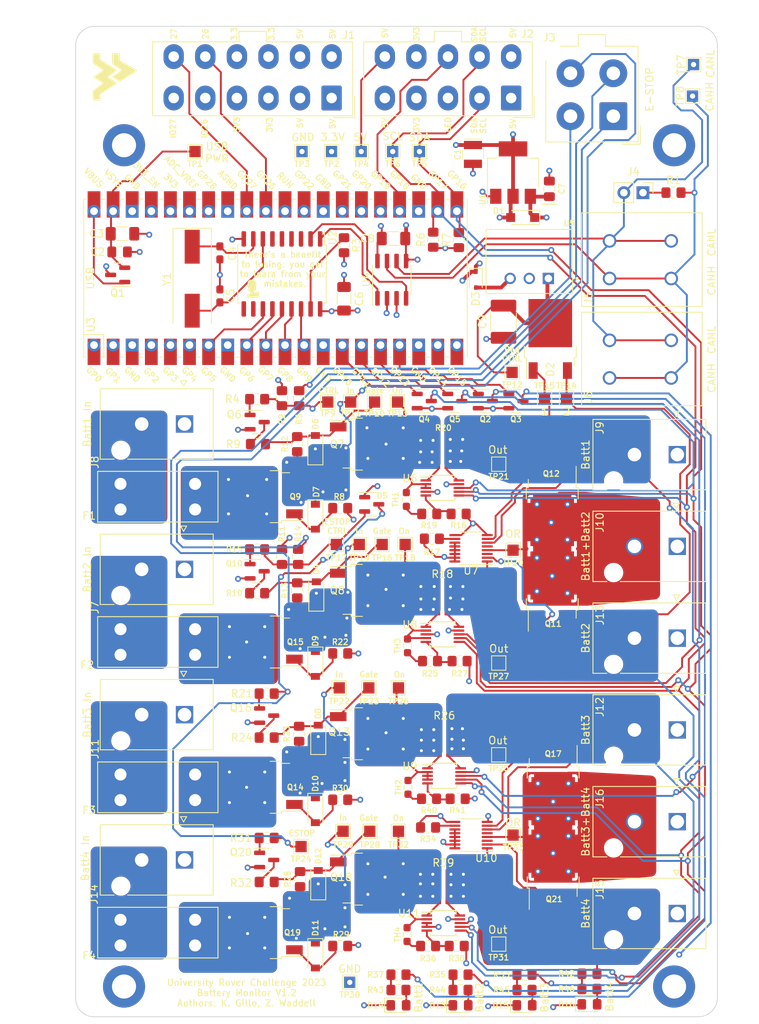
<source format=kicad_pcb>
(kicad_pcb (version 20221018) (generator pcbnew)
  (layers (0 "F.Cu" signal) (1 "In1.Cu" power "GND") (2 "In2.Cu" power "PWR") (31 "B.Cu" signal) (34 "B.Paste" user) (35 "F.Paste" user) (36 "B.SilkS" user "B.Silkscreen") (37 "F.SilkS" user "F.Silkscreen") (38 "B.Mask" user) (39 "F.Mask" user) (44 "Edge.Cuts" user))
  (net 0 "")
  (net 1 "+5V")
  (net 2 "/BATT1_OUT")
  (net 3 "GND")
  (net 4 "/BATT2_IN")
  (net 5 "/BATT3_IN")
  (net 6 "/BATT4_IN")
  (net 7 "/BATT1_IN")
  (net 8 "/BATT1_CTRL")
  (net 9 "/BATT2_CTRL")
  (net 10 "/BATT1")
  (net 11 "/BATT3")
  (net 12 "/BATT2")
  (net 13 "/BATT4")
  (net 14 "/CAN_H")
  (net 15 "/BATT2_OUT")
  (net 16 "/CAN_L")
  (net 17 "/CAN_TX")
  (net 18 "/CAN_RX")
  (net 19 "/SPIO_RX")
  (net 20 "/SPIO_CSn")
  (net 21 "/SPIO_SCK")
  (net 22 "/SPIO_TX")
  (net 23 "/REG_CTRL")
  (net 24 "/INT")
  (net 25 "/SHDN_1")
  (net 26 "/SHDN_2")
  (net 27 "/SHDN_3")
  (net 28 "/SHDN_4")
  (net 29 "Net-(R33-Pad2)")
  (net 30 "Net-(R35-Pad2)")
  (net 31 "/BATT1_GATE")
  (net 32 "/ESTOP_CTRL")
  (net 33 "/BATT2_GATE")
  (net 34 "/LED_CTRL")
  (net 35 "Net-(R19-Pad1)")
  (net 36 "Net-(R25-Pad1)")
  (net 37 "Net-(R36-Pad1)")
  (net 38 "Net-(R37-Pad2)")
  (net 39 "/40V_OR")
  (net 40 "/BATT4_OUT")
  (net 41 "/BATT3_OUT")
  (net 42 "Net-(R40-Pad1)")
  (net 43 "Net-(R42-Pad2)")
  (net 44 "/GPIO_2")
  (net 45 "/GPIO_1")
  (net 46 "/12V_OR")
  (net 47 "/I2C0_SDA")
  (net 48 "/I2C0_SCL")
  (net 49 "+3.3V")
  (net 50 "Net-(Q1-S)")
  (net 51 "Net-(U2-OSC1)")
  (net 52 "Net-(U2-OSC2)")
  (net 53 "Net-(D3-A)")
  (net 54 "Net-(D4-A)")
  (net 55 "Net-(D6-A)")
  (net 56 "Net-(D7-A)")
  (net 57 "Net-(D8-A)")
  (net 58 "Net-(D9-A)")
  (net 59 "Net-(D10-A)")
  (net 60 "Net-(D11-A)")
  (net 61 "Net-(D12-A)")
  (net 62 "Net-(D13-A)")
  (net 63 "Net-(D14-A)")
  (net 64 "Net-(D15-A)")
  (net 65 "Net-(D16-A)")
  (net 66 "Net-(J8-Pin_2)")
  (net 67 "Net-(Q9-D)")
  (net 68 "Net-(J7-Pin_2)")
  (net 69 "Net-(Q15-D)")
  (net 70 "Net-(J11-Pin_2)")
  (net 71 "Net-(Q14-D)")
  (net 72 "Net-(J14-Pin_2)")
  (net 73 "Net-(Q19-D)")
  (net 74 "Net-(J4-Pin_1)")
  (net 75 "Net-(Q1-G)")
  (net 76 "Net-(Q2-D)")
  (net 77 "Net-(Q3-D)")
  (net 78 "Net-(Q4-D)")
  (net 79 "Net-(Q5-D)")
  (net 80 "Net-(Q6-G)")
  (net 81 "Net-(Q6-D)")
  (net 82 "Net-(Q10-G)")
  (net 83 "Net-(Q10-D)")
  (net 84 "Net-(Q11-G)")
  (net 85 "Net-(Q12-G)")
  (net 86 "Net-(Q16-G)")
  (net 87 "Net-(Q16-D)")
  (net 88 "Net-(Q17-G)")
  (net 89 "Net-(Q20-G)")
  (net 90 "Net-(Q20-D)")
  (net 91 "Net-(Q21-G)")
  (net 92 "Net-(U2-~{RESET})")
  (net 93 "Net-(U6-ADIN)")
  (net 94 "Net-(U7-SET)")
  (net 95 "Net-(U8-ADIN)")
  (net 96 "Net-(U10-SET)")
  (net 97 "Net-(U11-ADIN)")
  (net 98 "Net-(U9-ADIN)")
  (footprint "Package_SO:MSOP-16_3x4.039mm_P0.5mm" (layer "F.Cu") (at 125.984 141.986 180)
    (fp_text reference "U10")
    (fp_text value "LTC4355")
  )
  (footprint "Resistor_SMD:R_0805_2012Metric_Pad1.20x1.40mm_HandSolder" (layer "F.Cu") (at 108.585 98.552)
    (fp_text reference "R8")
    (fp_text value "100k")
  )
  (footprint "Package_TO_SOT_SMD:SOT-23" (layer "F.Cu") (at 131.953 84.328)
    (fp_text reference "Q3")
    (fp_text value "2N7002E")
  )
  (footprint "Resistor_SMD:R_0603_1608Metric_Pad0.98x0.95mm_HandSolder" (layer "F.Cu") (at 117.475 155.195092 90)
    (fp_text reference "TH4")
    (fp_text value "Thermistor")
  )
  (footprint "Resistor_SMD:R_0805_2012Metric_Pad1.20x1.40mm_HandSolder" (layer "F.Cu") (at 116.332 160.528 180)
    (fp_text reference "R37")
    (fp_text value "1k")
  )
  (footprint "Package_TO_SOT_SMD:SOT-23" (layer "F.Cu") (at 97.536 87.122)
    (fp_text reference "Q6")
    (fp_text value "2N7002E")
  )
  (footprint "Resistor_SMD:R_0805_2012Metric_Pad1.20x1.40mm_HandSolder" (layer "F.Cu") (at 97.536 109.855 180)
    (fp_text reference "R10")
    (fp_text value "15k")
  )
  (footprint "TestPoint:TestPoint_Pad_1.5x1.5mm" (layer "F.Cu") (at 108.458 122.428 180)
    (fp_text reference "TP22")
    (fp_text value "TestPoint")
  )
  (footprint "Diode_SMD:D_0805_2012Metric_Pad1.15x1.40mm_HandSolder" (layer "F.Cu") (at 116.332 164.592)
    (fp_text reference "D14")
    (fp_text value "LED")
  )
  (footprint "Resistor_SMD:R_0805_2012Metric_Pad1.20x1.40mm_HandSolder" (layer "F.Cu") (at 108.585 137.287)
    (fp_text reference "R30")
    (fp_text value "100k")
  )
  (footprint "Resistor_SMD:R_0603_1608Metric_Pad0.98x0.95mm_HandSolder" (layer "F.Cu") (at 117.379198 97.394853 90)
    (fp_text reference "TH1")
    (fp_text value "Thermistor")
  )
  (footprint "Package_TO_SOT_SMD:SOT-23" (layer "F.Cu") (at 112.776 98.044)
    (fp_text reference "D5")
    (fp_text value "BAS70-05-E3-08")
  )
  (footprint "TestPoint:TestPoint_THTPad_1.5x1.5mm_Drill0.7mm" (layer "F.Cu") (at 115.57 51.181 180)
    (fp_text reference "TP6")
    (fp_text value "TestPoint")
  )
  (footprint "SOCMonitor:MOLEX_768290102" (layer "F.Cu") (at 87.884 145.288 90)
    (fp_text reference "J14")
    (fp_text value "Conn_01x02")
  )
  (footprint "Package_SO:MSOP-10_3x3mm_P0.5mm" (layer "F.Cu") (at 122.167244 95.86976)
    (fp_text reference "U6")
    (fp_text value "LTC4151HMS#PBF")
  )
  (footprint "Package_SO:MSOP-16_3x4.039mm_P0.5mm" (layer "F.Cu") (at 125.984 103.886 180)
    (fp_text reference "U7")
    (fp_text value "LTC4355")
  )
  (footprint "TestPoint:TestPoint_Pad_1.5x1.5mm" (layer "F.Cu") (at 116.332 122.428 180)
    (fp_text reference "TP26")
    (fp_text value "TestPoint")
  )
  (footprint "TestPoint:TestPoint_Pad_1.5x1.5mm" (layer "F.Cu") (at 129.667 131.318 180)
    (fp_text reference "TP25")
    (fp_text value "TestPoint")
  )
  (footprint "Crystal:Crystal_SMD_HC49-SD" (layer "F.Cu") (at 88.9 68.072 -90)
    (fp_text reference "Y1")
    (fp_text value "8 MHz")
  )
  (footprint "Package_TO_SOT_SMD:TO-252-2" (layer "F.Cu") (at 112.522 109.474)
    (fp_text reference "Q8")
    (fp_text value "Q_PMOS_GDS")
  )
  (footprint "TestPoint:TestPoint_THTPad_1.5x1.5mm_Drill0.7mm" (layer "F.Cu") (at 107.442 51.181 180)
    (fp_text reference "TP2")
    (fp_text value "TestPoint")
  )
  (footprint "Package_SO:SOIC-18W_7.5x11.6mm_P1.27mm" (layer "F.Cu") (at 100.838 67.437 -90)
    (fp_text reference "U2")
    (fp_text value "MCP2515")
  )
  (footprint "Package_TO_SOT_SMD:SOT-23" (layer "F.Cu") (at 127.889 84.328)
    (fp_text reference "Q2")
    (fp_text value "2N7002E")
  )
  (footprint "Capacitor_SMD:C_0603_1608Metric_Pad1.08x0.95mm_HandSolder" (layer "F.Cu") (at 92.583 64.643 90)
    (fp_text reference "C4")
    (fp_text value "22p")
  )
  (footprint "Resistor_SMD:R_0805_2012Metric_Pad1.20x1.40mm_HandSolder" (layer "F.Cu") (at 102.87 109.474 90)
    (fp_text reference "R13")
    (fp_text value "5k")
  )
  (footprint "Resistor_SMD:R_0805_2012Metric_Pad1.20x1.40mm_HandSolder" (layer "F.Cu") (at 133.096 162.56)
    (fp_text reference "R45")
    (fp_text value "250")
  )
  (footprint "Package_TO_SOT_SMD:TO-252-2" (layer "F.Cu") (at 136.779 109.601 90)
    (fp_text reference "Q11")
    (fp_text value "Q_NMOS_GDS")
  )
  (footprint "Diode_SMD:D_0805_2012Metric_Pad1.15x1.40mm_HandSolder" (layer "F.Cu") (at 141.732 164.465)
    (fp_text reference "D16")
    (fp_text value "LED")
  )
  (footprint "Resistor_SMD:R_0805_2012Metric_Pad1.20x1.40mm_HandSolder" (layer "F.Cu") (at 103.124 83.947 -90)
    (fp_text reference "R5")
    (fp_text value "7.9k")
  )
  (footprint "Package_TO_SOT_SMD:TO-252-2" (layer "F.Cu") (at 136.525 76.073 90)
    (fp_text reference "D2")
    (fp_text value "MBRD10200CT-13")
  )
  (footprint "TestPoint:TestPoint_Pad_1.5x1.5mm" (layer "F.Cu") (at 89.281 51.181 180)
    (fp_text reference "TP1")
    (fp_text value "TestPoint")
  )
  (footprint "Package_TO_SOT_SMD:TO-252-2" (layer "F.Cu") (at 98.298 97.028 180)
    (fp_text reference "Q9")
    (fp_text value "Q_PMOS_GDS")
  )
  (footprint "Diode_SMD:D_SOD-123" (layer "F.Cu") (at 105.41 109.982 90)
    (fp_text reference "D4")
    (fp_text value "D_Zener")
  )
  (footprint "SOCMonitor:FUSE_3568" (layer "F.Cu") (at 84.328 135.636)
    (fp_text reference "F3")
    (fp_text value "Fuse")
  )
  (footprint "TestPoint:TestPoint_THTPad_1.5x1.5mm_Drill0.7mm" (layer "F.Cu") (at 119.126 51.181 180)
    (fp_text reference "TP5")
    (fp_text value "TestPoint")
  )
  (footprint "Resistor_SMD:R_0805_2012Metric_Pad1.20x1.40mm_HandSolder" (layer "F.Cu") (at 102.87 90.043 90)
    (fp_text reference "R12")
    (fp_text value "5k")
  )
  (footprint "Resistor_SMD:R_0805_2012Metric_Pad1.20x1.40mm_HandSolder" (layer "F.Cu") (at 152.908 56.642)
    (fp_text reference "R1")
    (fp_text value "120")
  )
  (footprint "Diode_SMD:D_SOD-323" (layer "F.Cu") (at 126.619 68.199 -90)
    (fp_text reference "D3")
    (fp_text value "D_Schottky")
  )
  (footprint "Package_TO_SOT_SMD:SOT-23" (layer "F.Cu") (at 98.806 145.288)
    (fp_text reference "Q20")
    (fp_text value "2N7002E")
  )
  (footprint "Resistor_SMD:R_0805_2012Metric_Pad1.20x1.40mm_HandSolder" (layer "F.Cu") (at 108.585 156.718)
    (fp_text reference "R29")
    (fp_text value "100k")
  )
  (footprint "Diode_SMD:D_SOD-123" (layer "F.Cu") (at 105.664 129.032 90)
    (fp_text reference "D8")
    (fp_text value "D_Zener")
  )
  (footprint "Resistor_SMD:R_0805_2012Metric_Pad1.20x1.40mm_HandSolder" (layer "F.Cu") (at 124.587 160.528 180)
    (fp_text reference "R35")
    (fp_text value "1k")
  )
  (footprint "Package_TO_SOT_SMD:TO-252-2" (layer "F.Cu") (at 136.906 135.382 -90)
    (fp_text reference "Q17")
    (fp_text value "Q_NMOS_GDS")
  )
  (footprint "Package_TO_SOT_SMD:TO-252-2" (layer "F.Cu") (at 98.298 116.332 180)
    (fp_text reference "Q15")
    (fp_text value "Q_PMOS_GDS")
  )
  (footprint "SOCMonitor:SMT-R005-1.0" (layer "F.Cu") (at 122.396 129.286)
    (fp_text reference "R26")
    (fp_text value "5m")
  )
  (footprint "Diode_SMD:D_0805_2012Metric_Pad1.15x1.40mm_HandSolder" (layer "F.Cu") (at 124.587 164.592)
    (fp_text reference "D13")
    (fp_text value "LED")
  )
  (footprint "MountingHole:MountingHole_3.2mm_M3_DIN965_Pad" (layer "F.Cu") (at 79.834003 50.340997)
    (fp_text reference "H1" hide)
    (fp_text value "MountingHole_Pad")
  )
  (footprint "Resistor_SMD:R_0805_2012Metric_Pad1.20x1.40mm_HandSolder" (layer "F.Cu") (at 108.585 117.856)
    (fp_text reference "R22")
    (fp_text value "100k")
  )
  (footprint "SOCMonitor:Flying_WV" (layer "F.Cu") (at 78.758797 40.894 90)
    (fp_text reference "G1" hide)
    (fp_text value "LOGO" hide)
  )
  (footprint "TestPoint:TestPoint_Pad_1.5x1.5mm" (layer "F.Cu") (at 131.445 80.518 180)
    (fp_text reference "TP12")
    (fp_text value "TestPoint")
  )
  (footprint "Resistor_SMD:R_0805_2012Metric_Pad1.20x1.40mm_HandSolder" (layer "F.Cu") (at 124.3584 62.9412 90)
    (fp_text reference "R7")
    (fp_text value "10k")
  )
  (footprint "SOCMonitor:1411 (3528 Metric)" (layer "F.Cu") (at 126.238 51.562 -90)
    (fp_text reference "C1")
    (fp_text value "100u")
  )
  (footprint "Capacitor_SMD:C_0805_2012Metric_Pad1.18x1.45mm_HandSolder" (layer "F.Cu") (at 79.248 64.516 180)
    (fp_text reference "C2")
    (fp_text value "10u")
  )
  (footprint "Package_TO_SOT_SMD:TO-252-2" (layer "F.Cu") (at 112.522 147.828)
    (fp_text reference "Q18")
    (fp_text value "Q_PMOS_GDS")
  )
  (footprint "Resistor_SMD:R_0805_2012Metric_Pad1.20x1.40mm_HandSolder" (layer "F.Cu") (at 103.124 128.524 90)
    (fp_text reference "R23")
    (fp_text value "75k")
  )
  (footprint "Resistor_SMD:R_0805_2012Metric_Pad1.20x1.40mm_HandSolder" (layer "F.Cu") (at 124.46 118.872)
    (fp_text reference "R27")
    (fp_text value "1.5k")
  )
  (footprint "Resistor_SMD:R_0805_2012Metric_Pad1.20x1.40mm_HandSolder" (layer "F.Cu") (at 141.732 160.401 180)
    (fp_text reference "R42")
    (fp_text value "250")
  )
  (footprint "TestPoint:TestPoint_Pad_1.5x1.5mm" (layer "F.Cu") (at 111.125 103.378 180)
    (fp_text reference "TP19")
    (fp_text value "TestPoint")
  )
  (footprint "Capacitor_SMD:C_0805_2012Metric_Pad1.18x1.45mm_HandSolder" (layer "F.Cu") (at 136.398 56.134 90)
    (fp_text reference "C7")
    (fp_text value "10u")
  )
  (footprint "Resistor_SMD:R_0805_2012Metric_Pad1.20x1.40mm_HandSolder" (layer "F.Cu") (at 120.269 156.719092)
    (fp_text reference "R36")
    (fp_text value "40.2k")
  )
  (footprint "TestPoint:TestPoint_THTPad_1.5x1.5mm_Drill0.7mm" (layer "F.Cu") (at 109.855 161.544 180)
    (fp_text reference "TP30")
    (fp_text value "TestPoint")
  )
  (footprint "TestPoint:TestPoint_Pad_1.5x1.5mm" (layer "F.Cu") (at 131.572 141.986 180)
    (fp_text reference "TP33")
    (fp_text value "TestPoint")
  )
  (footprint "Connector_Molex:Molex_Mini-Fit_Jr_5566-12A_2x06_P4.20mm_Vertical" (layer "F.Cu") (at 107.442 44.069 180)
    (fp_text reference "J1")
    (fp_text value "Conn_02x06_Counter_Clockwise")
  )
  (footprint "Capacitor_SMD:C_1206_3216Metric_Pad1.33x1.80mm_HandSolder" (layer "F.Cu") (at 115.6716 62.738 180)
    (fp_text reference "C8")
    (fp_text value "0.1u")
  )
  (footprint "TestPoint:TestPoint_THTPad_1.5x1.5mm_Drill0.7mm" (layer "F.Cu") (at 103.505 51.181 180)
    (fp_text reference "TP3")
    (fp_text value "TestPoint")
  )
  (footprint "SOCMonitor:FUSE_3568" (layer "F.Cu") (at 84.328 97.028)
    (fp_text reference "F1")
    (fp_text value "Fuse")
  )
  (footprint "Resistor_SMD:R_0805_2012Metric_Pad1.20x1.40mm_HandSolder" (layer "F.Cu") (at 97.536 84.074 180)
    (fp_text reference "R4")
    (fp_text value "1k")
  )
  (footprint "TestPoint:TestPoint_Pad_1.5x1.5mm" (layer "F.Cu") (at 109.982 84.455 180)
    (fp_text reference "TP11")
    (fp_text value "TestPoint")
  )
  (footprint "Package_TO_SOT_SMD:SOT-223" (layer "F.Cu") (at 131.572 53.975 90)
    (fp_text reference "U1")
    (fp_text value "TLV1117-33IDCYRG3")
  )
  (footprint "Resistor_SMD:R_0805_2012Metric_Pad1.20x1.40mm_HandSolder" (layer "F.Cu") (at 120.269 140.97 180)
    (fp_text reference "R34")
    (fp_text value "DNP")
  )
  (footprint "SOCMonitor:MOLEX_768290102" (layer "F.Cu") (at 153.416 152.4 90)
    (fp_text reference "J15")
    (fp_text value "Conn_01x02")
  )
  (footprint "Diode_SMD:D_SOD-123" (layer "F.Cu") (at 105.283 157.988 -90)
    (fp_text reference "D11")
    (fp_text value "D_Zener")
  )
  (footprint "TestPoint:TestPoint_Pad_1.5x1.5mm" (layer "F.Cu") (at 108.077 103.378 180)
    (fp_text reference "TP17")
    (fp_text value "TestPoint")
  )
  (footprint "Resistor_SMD:R_0603_1608Metric_Pad0.98x0.95mm_HandSolder" (layer "F.Cu") (at 117.5998 135.637092 90)
    (fp_text reference "TH2")
    (fp_text value "Thermistor")
  )
  (footprint "Connector_Molex:Molex_Mini-Fit_Jr_5566-10A_2x05_P4.20mm_Vertical" (layer "F.Cu") (at 131.318 44.069 180)
    (fp_text reference "J2")
    (fp_text value "Conn_02x05_Counter_Clockwise")
  )
  (footprint "Resistor_SMD:R_0805_2012Metric_Pad1.20x1.40mm_HandSolder" (layer "F.Cu") (at 120.777 102.616 180)
    (fp_text reference "R17")
    (fp_text value "DNP")
  )
  (footprint "TestPoint:TestPoint_Pad_1.5x1.5mm" (layer "F.Cu") (at 112.522 141.478 180)
    (fp_text reference "TP28")
    (fp_text value "TestPoint")
  )
  (footprint "Resistor_SMD:R_0805_2012Metric_Pad1.20x1.40mm_HandSolder" (layer "F.Cu") (at 120.9548 62.8904 90)
    (fp_text reference "R6")
    (fp_text value "10k")
  )
  (footprint "MountingHole:MountingHole_3.2mm_M3_DIN965_Pad" (layer "F.Cu") (at 152.986003 162.100997)
    (fp_text reference "H4" hide)
    (fp_text value "MountingHole_Pad")
  )
  (footprint "Capacitor_SMD:C_1206_3216Metric_Pad1.33x1.80mm_HandSolder" (layer "F.Cu") (at 109.093 70.739 90)
    (fp_text reference "C6")
    (fp_text value "0.1u")
  )
  (footprint "Resistor_SMD:R_0805_2012Metric_Pad1.20x1.40mm_HandSolder" (layer "F.Cu") (at 100.838 83.947 90)
    (fp_text reference "R2")
    (fp_text value "1k")
  )
  (footprint "SOCMonitor:MOLEX_768290102" (layer "F.Cu") (at 153.416 91.44 90)
    (fp_text reference "J9")
    (fp_text value "Conn_01x02")
  )
  (footprint "Package_TO_SOT_SMD:TO-252-2" (layer "F.Cu") (at 98.298 154.94 180)
    (fp_text reference "Q19")
    (fp_text value "Q_PMOS_GDS")
  )
  (footprint "Resistor_SMD:R_0805_2012Metric_Pad1.20x1.40mm_HandSolder" (layer "F.Cu") (at 98.806 129.032 180)
    (fp_text reference "R24")
    (fp_text value "15k")
  )
  (footprint "Package_TO_SOT_SMD:SOT-23" (layer "F.Cu") (at 119.761 84.328)
    (fp_text reference "Q4")
    (fp_text value "2N7002E")
  )
  (footprint "Resistor_SMD:R_0805_2012Metric_Pad1.20x1.40mm_HandSolder" (layer "F.Cu") (at 133.096 160.528 180)
    (fp_text reference "R33")
    (fp_text value "250")
  )
  (footprint "Resistor_SMD:R_0805_2012Metric_Pad1.20x1.40mm_HandSolder" (layer "F.Cu") (at 100.838 105.029 90)
    (fp_text reference "R11")
    (fp_text value "1k")
  )
  (footprint "Diode_SMD:D_0805_2012Metric_Pad1.15x1.40mm_HandSolder" (layer "F.Cu") (at 133.096 164.592)
    (fp_text reference "D15")
    (fp_text value "LED")
  )
  (footprint "Package_TO_SOT_SMD:SOT-23" (layer "F.Cu") (at 78.994 67.564 180)
    (fp_text reference "Q1")
    (fp_text value "Q_PMOS_GSD")
  )
  (footprint "Resistor_SMD:R_0805_2012Metric_Pad1.20x1.40mm_HandSolder" (layer "F.Cu") (at 124.079 156.719092)
    (fp_text reference "R38")
    (fp_text value "1.5k")
  )
  (footprint "Resistor_SMD:R_0805_2012Metric_Pad1.20x1.40mm_HandSolder" (layer "F.Cu") (at 124.587 162.56)
    (fp_text reference "R44")
    (fp_text value "1k")
  )
  (footprint "TestPoint:TestPoint_Pad_1.5x1.5mm" (layer "F.Cu") (at 116.205 84.455 180)
    (fp_text reference "TP13")
    (fp_text value "TestPoint")
  )
  (footprint "Package_TO_SOT_SMD:TO-252-2" (layer "F.Cu") (at 136.779 98.298 -90)
    (fp_text reference "Q12")
    (fp_text value "Q_NMOS_GDS")
  )
  (footprint "Connector_PinHeader_2.54mm:PinHeader_1x02_P2.54mm_Vertical" (layer "F.Cu") (at 148.849 56.642 -90)
    (fp_text reference "J4")
    (fp_text value "Conn_01x02")
  )
  (footprint "TestPoint:TestPoint_Pad_1.5x1.5mm" (layer "F.Cu") (at 103.378 143.51 180)
    (fp_text reference "TP24")
    (fp_text value "TestPoint")
  )
  (footprint "TestPoint:TestPoint_Pad_1.5x1.5mm" (layer "F.Cu") (at 129.667 156.464 180)
    (fp_text reference "TP31")
    (fp_text value "TestPoint")
  )
  (footprint "SOCMonitor:SOD123FL3" (layer "F.Cu") (at 132.842 59.944)
    (fp_text reference "D1")
    (fp_text value "D")
  )
  (footprint "Package_TO_SOT_SMD:SOT-23" (layer "F.Cu") (at 123.825 84.328)
    (fp_text reference "Q5")
    (fp_text value "2N7002E")
  )
  (footprint "TestPoint:TestPoint_Pad_1.5x1.5mm" (layer "F.Cu") (at 129.667 119.126 180)
    (fp_text reference "TP27")
    (fp_text value "TestPoint")
  )
  (footprint "TestPoint:TestPoint_Pad_1.5x1.5mm" (layer "F.Cu") (at 108.966 141.478 180)
    (fp_text reference "TP29")
    (fp_text value "TestPoint")
  )
  (footprint "Package_SO:MSOP-10_3x3mm_P0.5mm" (layer "F.Cu") (at 122.301 153.67)
    (fp_text reference "U11")
    (fp_text value "LTC4151HMS#PBF")
  )
  (footprint "Resistor_SMD:R_0805_2012Metric_Pad1.20x1.40mm_HandSolder" (layer "F.Cu") (at 103.251 147.828 90)
    (fp_text reference "R28")
    (fp_text value "75k")
  )
  (footprint "Resistor_SMD:R_0805_2012Metric_Pad1.20x1.40mm_HandSolder" (layer "F.Cu") (at 120.427198 99.314)
    (fp_text reference "R19")
    (fp_text value "40.2k")
  )
  (footprint "Capacitor_SMD:C_1812_4532Metric_Pad1.57x3.40mm_HandSolder" (layer "F.Cu") (at 130.302 73.787 -90)
    (fp_text reference "C9")
    (fp_text value "3.3u")
  )
  (footprint "TestPoint:TestPoint_Pad_1.5x1.5mm" (layer "F.Cu") (at 117.221 103.378 180)
    (fp_text reference "TP18")
    (fp_text value "TestPoint")
  )
  (footprint "Capacitor_SMD:C_0603_1608Metric_Pad1.08x0.95mm_HandSolder" (layer "F.Cu") (at 92.583 70.358 -90)
    (fp_text reference "C5")
    (fp_text value "22p")
  )
  (footprint "SOCMonitor:MOLEX_768290102" (layer "F.Cu") (at 153.416 128.016 90)
    (fp_text reference "J12")
    (fp_text value "Conn_01x02")
  )
  (footprint "TestPoint:TestPoint_Pad_1.5x1.5mm" (layer "F.Cu") (at 138.684 83.947)
    (fp_text reference "TP14")
    (fp_text value "TestPoint")
  )
  (footprint "TestPoint:TestPoint_Pad_1.5x1.5mm" (layer "F.Cu") (at 112.395 122.428 180)
    (fp_text reference "TP23")
    (fp_text value "TestPoint")
  )
  (footprint "SOCMonitor:MOLEX_768290102" (layer "F.Cu") (at 153.416 115.824 90)
    (fp_text reference "J13")
    (fp_text value "Conn_01x02")
  )
  (footprint "TestPoint:TestPoint_Pad_1.5x1.5mm" (layer "F.Cu") (at 106.934 84.455 180)
    (fp_text reference "TP9")
    (fp_text value "TestPoint")
  )
  (footprint "Package_TO_SOT_SMD:SOT-23" (layer "F.Cu") (at 98.806 126.111)
    (fp_text reference "Q16")
    (fp_text value "2N7002E")
  )
  (footprint "Resistor_SMD:R_0805_2012Metric_Pad1.20x1.40mm_HandSolder" (layer "F.Cu") (at 98.806 148.209 180)
    (fp_text reference "R32")
    (fp_text value "15k")
  )
  (footprint "TestPoint:TestPoint_Pad_1.5x1.5mm" (layer "F.Cu") (at 114.173 103.378 180)
    (fp_text reference "TP16")
    (fp_text value "TestPoint")
  )
  (footprint "SOCMonitor:Megamind" (layer "F.Cu") (at 96.901 69.342)
    (fp_text reference "G***" hide)
    (fp_text value "LOGO" hide)
  )
  (footprint "SOCMonitor:MOLEX_768290102" (layer "F.Cu") (at 153.416 103.632 90)
    (fp_text reference "J10")
    (fp_text value "Conn_01x02")
  )
  (footprint "MountingHole:MountingHole_3.2mm_M3_DIN965_Pad" (layer "F.Cu") (at 152.986003 50.340997)
    (fp_text reference "H2" hide)
    (fp_text value "MountingHole_Pad")
  )
  (footprint "SOCMonitor:CONV_R-78HB5.0-0.5" (layer "F.Cu") (at 133.731 65.786 180)
    (fp_text reference "U5")
    (fp_text value "R-78HB5.0-0.5")
  )
  (footprint "SOCMonitor:SMT-R005-1.0" (layer "F.Cu") (at 122.301 148.844)
    (fp_text reference "R39")
    (fp_text value "5m")
  )
  (footprint "SOCMonitor:FUSE_3568" (layer "F.Cu") (at 84.328 154.94)
    (fp_text reference "F4")
    (fp_text value "Fuse")
  )
  (footprint "Capacitor_SMD:C_1206_3216Metric_Pad1.33x1.80mm_HandSolder" (layer "F.Cu") (at 79.629 62.103 180)
    (fp_text reference "C3")
    (fp_text value "0.1u")
  )
  (footprint "Package_SO:MSOP-10_3x3mm_P0.5mm" (layer "F.Cu") (at 122.174 115.316)
    (fp_text reference "U8")
    (fp_text value "LTC4151HMS#PBF")
  )
  (footprint "MountingHole:MountingHole_3.2mm_M3_DIN965_Pad" (layer "F.Cu") (at 79.834003 162.100997)
    (fp_text reference "H3" hide)
    (fp_text value "MountingHole_Pad")
  )
  (footprint "Resistor_SMD:R_0805_2012Metric_Pad1.20x1.40mm_HandSolder" (layer "F.Cu") (at 141.732 162.433)
    (fp_text reference "R46")
    (fp_text value "250")
  )
  (footprint "Resistor_SMD:R_0805_2012Metric_Pad1.20x1.40mm_HandSolder" (layer "F.Cu") (at 98.806 123.19 180)
    (fp_text reference "R21")
    (fp_text value "1k")
  )
  (footprint "Resistor_SMD:R_0805_2012Metric_Pad1.20x1.40mm_HandSolder" (layer "F.Cu") (at 116.332 162.56)
    (fp_text reference "R43")
    (fp_text value "1k")
  )
  (footprint "Package_SO:SOIC-8_3.9x4.9mm_P1.27mm" (layer "F.Cu") (at 115.443 68.199 90)
    (fp_text reference "U4")
    (fp_text value "MCP2562")
  )
  (footprint "Resistor_SMD:R_0805_2012Metric_Pad1.20x1.40mm_HandSolder" (layer "F.Cu") (at 97.536 104.0384 180)
    (fp_text reference "R15")
    (fp_text value "1k")
  )
  (footprint "TestPoint:TestPoint_Pad_1.5x1.5mm" (layer "F.Cu") (at 131.572 104.14 180)
    (fp_text reference "TP20")
    (fp_text value "TestPoint")
  )
  (footprint "SOCMonitor:2604-3102" (layer "F.Cu") (at 149.479 78.74 -90)
    (fp_text reference "J6")
    (fp_text value "Conn_01x04")
  )
  (footprint "Resistor_SMD:R_0805_2012Metric_Pad1.20x1.40mm_HandSolder" (layer "F.Cu") (at 109.093 63.627 -90)
    (fp_text reference "R3")
    (fp_text value "10k")
  )
  (footprint "Resistor_SMD:R_0805_2012Metric_Pad1.20x1.40mm_HandSolder" (layer "F.Cu") (at 102.997 105.029 -90)
    (fp_text reference "R14")
    (fp_text value "7.9k")
  )
  (footprint "Diode_SMD:D_SOD-123" (layer "F.Cu") (at 105.283 119.253 -90)
    (fp_text reference "D9")
    (fp_text value "D_Zener")
  )
  (footprint "Resistor_SMD:R_0603_1608Metric_Pad0.98x0.95mm_HandSolder" (layer "F.Cu") (at 117.53469 116.841092 90)
    (fp_text reference "TH3")
    (fp_text value "Thermistor")
  )
  (footprint "TestPoint:TestPoint_THTPad_1.5x1.5mm_Drill0.7mm" (layer "F.Cu") (at 155.575 39.624 90)
    (fp_text reference "TP7")
    (fp_text value "TestPoint")
  )
  (footprint "SOCMonitor:2604-3102" (layer "F.Cu") (at 149.479 65.532 -90)
    (fp_text reference "J5")
    (fp_text value "Conn_01x04")
  )
  (footprint "SOCMonitor:MOLEX_768290102" (layer "F.Cu") (at 87.884 106.68 90)
    (fp_text reference "J7")
    (fp_text value "Conn_01x02")
  )
  (footprint "SOCMonitor:RPi_Pico_SMD_TH" (layer "F.Cu") (at 99.9744 67.996791 90)
    (fp_text reference "U3")
    (fp_text value "Pico")
  )
  (footprint "Resistor_SMD:R_0805_2012Metric_Pad1.20x1.40mm_HandSolder" (layer "F.Cu") (at 124.2038 137.161092)
    (fp_text reference "R41")
    (fp_text value "1.5k")
  )
  (footprint "Diode_SMD:D_SOD-123" (layer "F.Cu") (at 105.283 90.551 90)
    (fp_text reference "D6")
    (fp_text value "D_Zener")
  )
  (footprint "Resistor_SMD:R_0805_2012Metric_Pad1.20x1.40mm_HandSolder" (layer "F.Cu") (at 120.396 137.16)
    (fp_text reference "R40")
    (fp_text value "40.2k")
  )
  (footprint "SOCMonitor:MOLEX_768290102" (layer "F.Cu") (at 87.884 125.984 90)
    (fp_text reference "J11")
    (fp_text value "Conn_01x02")
  )
  (footprint "SOCMonitor:MOLEX_768290102" (layer "F.Cu") (at 87.884 87.376 90)
    (fp_text reference "J8")
    (fp_text value "Conn_01x02")
  )
  (footprint "Package_TO_SOT_SMD:TO-252-2" (layer "F.Cu") (at 136.906 146.558 90)
    (fp_text reference "Q21")
    (fp_text value "Q_NMOS_GDS")
  )
  (footprint "Package_TO_SOT_SMD:TO-252-2" (layer "F.Cu") (at 112.522 128.524)
    (fp_text reference "Q13")
    (fp_text value "Q_PMOS_GDS")
  )
  (footprint "Package_TO_SOT_SMD:TO-252-2" (layer "F.Cu") (at 98.298 135.636 180)
    (fp_text reference "Q14")
    (fp_text value "Q_PMOS_GDS")
  )
  (footprint "TestPoint:TestPoint_THTPad_1.5x1.5mm_Drill0.7mm" (layer "F.Cu") (at 111.379 51.181 180)
    (fp_text reference "TP4")
    (fp_text value "TestPoint")
  )
  (footprint "Connector_Molex:Molex_Mega-Fit_76829-0104_2x02_P5.70mm_Vertical" (layer "F.Cu") (at 144.907 46.482 180)
    (fp_text reference "J3")
    (fp_text value "Conn_01x04")
  )
  (footprint "Resistor_SMD:R_0805_2012Metric_Pad1.20x1.40mm_HandSolder" (layer "F.Cu") (at 98.806 142.367 180)
    (fp_text reference "R31")
    (fp_text value "1k")
  )
  (footprint "SOCMonitor:SMT-R005-1.0" (layer "F.Cu") (at 122.174 110.49)
    (fp_text reference "R18")
    (fp_text value "5m")
  )
  (footprint "Resistor_SMD:R_0805_2012Metric_Pad1.20x1.40mm_HandSolder" (layer "F.Cu") (at 97.647 90.043 180)
    (fp_text reference "R9")
    (fp_text value "15k")
  )
  (footprint "TestPoint:TestPoint_Pad_1.5x1.5mm" (layer "F.Cu") (at 116.332 141.478 180)
    (fp_text reference "TP32")
    (fp_text value "TestPoint")
  )
  (footprint "Diode_SMD:D_SOD-123" (layer "F.Cu") (at 105.283 99.695 -90)
    (fp_text reference "D7")
    (fp_text value "D_Zener")
  )
  (footprint "TestPoint:TestPoint_THTPad_1.5x1.5mm_Drill0.7mm" (layer "F.Cu") (at 155.448 43.815 90)
    (fp_text reference "TP8")
    (fp_text value "TestPoint")
  )
  (footprint "TestPoint:TestPoint_Pad_1.5x1.5mm" (layer "F.Cu") (at 129.667 92.71 180)
    (fp_text reference "TP21")
    (fp_text value "TestPoint")
  )
  (footprint "SOCMonitor:MOLEX_768290102" (layer "F.Cu") (at 153.416 140.208 90)
    (fp_text reference "J16")
    (fp_text value "Conn_01x02")
  )
  (footprint "SOCMonitor:SMT-R005-1.0" (layer "F.Cu") (at 122.167244 91.04376)
    (fp_text reference "R20")
    (fp_text value "5m")
  )
  (footprint "TestPoint:TestPoint_Pad_1.5x1.5mm" (layer "F.Cu") (at 113.157 84.455 180)
    (fp_text reference "TP10")
    (fp_text value "TestPoint")
  )
  (footprint "Diode_SMD:D_SOD-123" (layer "F.Cu") (at 105.283 138.684 -90)
    (fp_text reference "D10")
    (fp_text value "D_Zener")
  )
  (footprint "Resistor_SMD:R_0805_2012Metric_Pad1.20x1.40mm_HandSolder" (layer "F.Cu") (at 120.523 118.872)
    (fp_text reference "R25")
    (fp_text value "40.2k")
  )
  (footprint "Package_SO:MSOP-10_3x3mm_P0.5mm" (layer "F.Cu") (at 122.396 134.112)
    (fp_text reference "U9")
    (fp_text value "LTC4151HMS#PBF")
  )
  (footprint "Diode_SMD:D_SOD-123" (layer "F.Cu") (at 105.664 148.336 90)
    (fp_text reference "D12")
    (fp_text value "D_Zener")
  )
  (footprint "TestPoint:TestPoint_Pad_1.5x1.5mm" (layer "F.Cu") (at 135.763 83.947)
    (fp_text reference "TP15")
    (fp_text value "TestPoint")
  )
  (footprint "SOCMonitor:FUSE_3568" (layer "F.Cu") (at 84.328 116.332)
    (fp_text reference "F2")
    (fp_text value "Fuse")
  )
  (footprint "Package_TO_SOT_SMD:SOT-23" (layer "F.Cu") (at 97.536 106.934)
    (fp_text reference "Q10")
    (fp_text value "2N7002E")
  )
  (footprint "Package_TO_SOT_SMD:TO-252-2" (layer "F.Cu") (at 112.522 90.043)
    (fp_text reference "Q7")
    (fp_text value "Q_PMOS_GDS")
  )
  (footprint "Resistor_SMD:R_0805_2012Metric_Pad1.20x1.40mm_HandSolder" (layer "F.Cu") (at 124.333 99.314)
    (fp_text reference "R16")
    (fp_text value "1.5k")
  )
  (gr_line (start 137.287 58.166) (end 137.414 58.166) (stroke (width 0.15)) (layer "F.SilkS"))
  (gr_line (start 135.382 58.166) (end 137.287 58.166) (stroke (width 0.15)) (layer "F.SilkS"))
  (gr_arc (start 156.21 34.544) (mid 158.006051 35.287949) (end 158.75 37.084) (stroke (width 0.1)) (layer "Edge.Cuts"))
  (gr_arc (start 73.406 37.084) (mid 74.149949 35.287949) (end 75.946 34.544) (stroke (width 0.1)) (layer "Edge.Cuts"))
  (gr_line (start 156.21 166.116) (end 75.692 166.116) (stroke (width 0.1)) (layer "Edge.Cuts"))
  (gr_line (start 73.406 163.576) (end 73.406 37.084) (stroke (width 0.1)) (layer "Edge.Cuts"))
  (gr_arc (start 158.75 163.576) (mid 158.006051 165.372051) (end 156.21 166.116) (stroke (width 0.1)) (layer "Edge.Cuts"))
  (gr_line (start 75.946 34.544) (end 156.21 34.544) (stroke (width 0.1)) (layer "Edge.Cuts"))
  (gr_arc (start 75.692 166.116) (mid 74.022949 165.319446) (end 73.406 163.576) (stroke (width 0.1)) (layer "Edge.Cuts"))
  (gr_line (start 158.75 37.084) (end 158.75 163.576) (stroke (width 0.1)) (layer "Edge.Cuts"))
  (gr_text "3.3" (at 94.488 35.56 90) (layer "F.SilkS") (effects (font (size 0.75 0.75))))
  (gr_text "Batt3 In" (at 74.93 125.984 90) (layer "F.SilkS") (effects (font (size 1 1))))
  (gr_text "3V3" (at 99.187 47.625 90) (layer "F.SilkS") (effects (font (size 0.75 0.75))))
  (gr_text "On" (at 116.459 120.65) (layer "F.SilkS") (effects (font (size 0.75 0.75))))
  (gr_text "5V" (at 111.252 49.276) (layer "F.SilkS") (effects (font (size 1 1))))
  (gr_text "CANL" (at 157.8356 39.5224 90) (layer "F.SilkS") (effects (font (size 1 1))))
  (gr_text "SCL" (at 115.57 49.149) (layer "F.SilkS") (effects (font (size 1 1))))
  (gr_text "CTRL" (at 107.061 82.931) (layer "F.SilkS") (effects (font (size 0.75 0.75))))
  (gr_text "Gate" (at 113.157 82.931) (layer "F.SilkS") (effects (font (size 0.75 0.75))))
  (gr_text "Out" (at 129.54 154.559) (layer "F.SilkS") (effects (font (size 1 1))))
  (gr_text "USB\nPWR" (at 92.202 51.308) (layer "F.SilkS") (effects (font (size 1 1))))
  (gr_text "5V" (at 131.572 47.498 90) (layer "F.SilkS") (effects (font (size 0.75 0.75))))
  (gr_text "3V3" (at 118.745 47.625 90) (layer "F.SilkS") (effects (font (size 0.75 0.75))))
  (gr_text "Batt3" (at 141.224 128.016 90) (layer "F.SilkS") (effects (font (size 1 1))))
  (gr_text "3V3" (at 118.745 35.56 90) (layer "F.SilkS") (effects (font (size 0.7 0.7))))
  (gr_text "ESTOP\nCTRL" (at 108.204 100.965) (layer "F.SilkS") (effects (font (size 0.75 0.75))))
  (gr_text "Batt1" (at 118.999 163.576 90) (layer "F.SilkS") (effects (font (size 1 1))))
  (gr_text "5V" (at 103.251 47.371 90) (layer "F.SilkS") (effects (font (size 0.75 0.75))))
  (gr_text "Batt3" (at 135.763 163.576 90) (layer "F.SilkS") (effects (font (size 1 1))))
  (gr_text "University Rover Challenge 2023\nBattery Monitor V1.2\nAuthors: K. Gillo, Z. Waddell\n" (at 96.139 162.941) (layer "F.SilkS") (effects (font (size 0.85 0.85))))
  (gr_text "On" (at 116.205 82.931) (layer "F.SilkS") (effects (font (size 0.75 0.75))))
  (gr_text "IO27" (at 86.36 48.133 90) (layer "F.SilkS") (effects (font (size 0.75 0.75))))
  (gr_text "On" (at 116.332 139.7) (layer "F.SilkS") (effects (font (size 0.75 0.75))))
  (gr_text "Batt2" (at 127.127 163.576 90) (layer "F.SilkS") (effects (font (size 1 1))))
  (gr_text "In" (at 109.982 82.931) (layer "F.SilkS") (effects (font (size 0.75 0.75))))
  (gr_text "Batt1" (at 141.224 91.44 90) (layer "F.SilkS") (effects (font (size 1 1))))
  (gr_text "Gate" (at 112.395 120.65) (layer "F.SilkS") (effects (font (size 0.75 0.75))))
  (gr_text "On" (at 117.094 101.6) (layer "F.SilkS") (effects (font (size 0.75 0.75))))
  (gr_text "Batt1 In" (at 74.93 87.376 90) (layer "F.SilkS") (effects (font (size 1 1))))
  (gr_text "CANL" (at 157.988 63.246 90) (layer "F.SilkS") (effects (font (size 1 1))))
  (gr_text "Batt2" (at 141.224 115.824 90) (layer "F.SilkS") (effects (font (size 1 1))))
  (gr_text "SDA" (at 119.126 49.276) (layer "F.SilkS") (effects (font (size 1 1))))
  (gr_text "GND" (at 103.632 49.276) (layer "F.SilkS") (effects (font (size 1 1))))
  (gr_text "27" (at 86.487 35.56 90) (layer "F.SilkS") (effects (font (size 0.75 0.75))))
  (gr_text "CANL" (at 157.988 76.2 90) (layer "F.SilkS") (effects (font (size 1 1))))
  (gr_text "In" (at 111.125 101.6) (layer "F.SilkS") (effects (font (size 0.75 0.75))))
  (gr_text "SDA\nSCL" (at 127 35.6108 90) (layer "F.SilkS") (effects (font (size 0.7 0.7))))
  (gr_text "5V" (at 107.569 47.498 90) (layer "F.SilkS") (effects (font (size 0.75 0.75))))
  (gr_text "There's a benefit \nto losing: you get \nto learn from your \nmistakes." (at 101.219 66.802) (layer "F.SilkS") (effects (font (size 0.8 0.8))))
  (gr_text "GND" (at 109.855 159.766) (layer "F.SilkS") (effects (font (size 1 1))))
  (gr_text "OR" (at 131.572 140.335) (layer "F.SilkS") (effects (font (size 1 1))))
  (gr_text "Batt4 In" (at 74.676 145.034 90) (layer "F.SilkS") (effects (font (size 1 1))))
  (gr_text "5V" (at 107.569 35.56 90) (layer "F.SilkS") (effects (font (size 0.75 0.75))))
  (gr_text "5V" (at 114.554 35.433 90) (layer "F.SilkS") (effects (font (size 0.75 0.75))))
  (gr_text "3.3" (at 99.441 35.56 90) (layer "F.SilkS") (effects (font (size 0.75 0.75))))
  (gr_text "5V" (at 131.572 35.433 90) (layer "F.SilkS") (effects (font (size 0.75 0.75))))
  (gr_text "In" (at 108.458 120.65) (layer "F.SilkS") (effects (font (size 0.75 0.75))))
  (gr_text "IO26" (at 90.551 48.133 90) (layer "F.SilkS") (effects (font (size 0.75 0.75))))
  (gr_text "26" (at 90.678 35.56 90) (layer "F.SilkS") (effects (font (size 0.75 0.75))))
  (gr_text "Batt2 In" (at 74.93 106.68 90) (layer "F.SilkS") (effects (font (size 1 1))))
  (gr_text "Batt4" (at 144.399 163.449 90) (layer "F.SilkS") (effects (font (size 1 1))))
  (gr_text "Batt1+Batt2" (at 141.224 103.632 90) (layer "F.SilkS") (effects (font (size 1 1))))
  (gr_text "E-STOP" (at 149.733 42.926 90) (layer "F.SilkS") (effects (font (size 1 1))))
  (gr_text "5V" (at 114.554 47.371 90) (layer "F.SilkS") (effects (font (size 0.75 0.75))))
  (gr_text "SDA\nSCL" (at 127 47.752 90) (layer "F.SilkS") (effects (font (size 0.75 0.75))))
  (gr_text "Out" (at 129.54 90.805) (layer "F.SilkS") (effects (font (size 1 1))))
  (gr_text "Batt3+Batt4" (at 141.224 140.208 90) (layer "F.SilkS") (effects (font (size 1 1))))
  (gr_text "ESTOP" (at 103.505 141.732) (layer "F.SilkS") (effects (font (size 0.75 0.75))))
  (gr_text "Reg\nCTRL" (at 131.445 78.105) (layer "F.SilkS") (effects (font (size 0.75 0.75))))
  (gr_text "3.3V" (at 107.569 49.276) (layer "F.SilkS") (effects (font (size 1 1))))
  (gr_text "CANH" (at 157.988 68.326 90) (layer "F.SilkS") (effects (font (size 1 1))))
  (gr_text "2" (at 138.684 85.725) (layer "F.SilkS") (effects (font (size 1 1))))
  (gr_text "1" (at 135.763 85.725) (layer "F.SilkS") (effects (font (size 1 1))))
  (gr_text "LED" (at 122.936 47.625 90) (layer "F.SilkS") (effects (font (size 0.75 0.75))))
  (gr_text "CANH" (at 157.734 43.8912 90) (layer "F.SilkS") (effects (font (size 1 1))))
  (gr_text "3V3" (at 94.869 47.625 90) (layer "F.SilkS") (effects (font (size 0.75 0.75))))
  (gr_text "Batt4" (at 141.224 152.4 90) (layer "F.SilkS") (effects (font (size 1 1))))
  (gr_text "Out" (at 129.54 129.413) (layer "F.SilkS") (effects (font (size 1 1))))
  (gr_text "Out" (at 129.667 117.221) (layer "F.SilkS") (effects (font (size 1 1))))
  (gr_text "Gate" (at 114.173 101.6) (layer "F.SilkS") (effects (font (size 0.75 0.75))))
  (gr_text "OR" (at 131.572 101.981) (layer "F.SilkS") (effects (font (size 1 1))))
  (gr_text "Gate" (at 112.395 139.7) (layer "F.SilkS") (effects (font (size 0.75 0.75))))
  (gr_text "5V" (at 103.251 35.56 90) (layer "F.SilkS") (effects (font (size 0.75 0.75))))
  (gr_text "CANH" (at 157.988 81.28 90) (layer "F.SilkS") (effects (font (size 1 1))))
  (gr_text "In" (at 108.966 139.7) (layer "F.SilkS") (effects (font (size 0.75 0.75))))
  (segment (start 116.078 72.898) (end 116.078 70.674) (width 0.25) (layer "F.Cu") (net 1))
  (segment (start 114.518 38.569) (end 111.379 41.708) (width 0.25) (layer "F.Cu") (net 1))
  (segment (start 77.47 66.9775) (end 78.0565 67.564) (width 0.25) (layer "F.Cu") (net 1))
  (segment (start 111.379 41.708) (end 111.379 51.181) (width 0.25) (layer "F.Cu") (net 1))
  (segment (start 133.872 59.384) (end 134.432 59.944) (width 0.508) (layer "F.Cu") (net 1))
  (segment (start 124.841 68.326) (end 126.018 67.149) (width 0.508) (layer "F.Cu") (net 1))
  (segment (start 110.8833 72.3015) (end 109.093 72.3015) (width 0.25) (layer "F.Cu") (net 1))
  (segment (start 134.432 59.944) (end 136.017 59.944) (width 0.508) (layer "F.Cu") (net 1))
  (segment (start 126.619 66.421) (end 126.619 67.149) (width 0.508) (layer "F.Cu") (net 1))
  (segment (start 127.127 66.04) (end 127 66.04) (width 0.508) (layer "F.Cu") (net 1))
  (segment (start 133.9185 57.1715) (end 133.872 57.125) (width 0.508) (layer "F.Cu") (net 1))
  (segment (start 107.442 72.39) (end 105.918 72.39) (width 0.25) (layer "F.Cu") (net 1))
  (segment (start 77.47 66.421) (end 77.47 66.9775) (width 0.25) (layer "F.Cu") (net 1))
  (segment (start 109.093 64.627) (end 109.093 66.167) (width 0.25) (layer "F.Cu") (net 1))
  (segment (start 107.5305 72.3015) (end 109.093 72.3015) (width 0.25) (layer "F.Cu") (net 1))
  (segment (start 110.8964 72.2884) (end 110.8833 72.3015) (width 0.508) (layer "F.Cu") (net 1))
  (segment (start 107.442 72.39) (end 107.5305 72.3015) (width 0.508) (layer "F.Cu") (net 1))
  (segment (start 127 66.04) (end 126.619 66.421) (width 0.508) (layer "F.Cu") (net 1))
  (segment (start 136.398 57.1715) (end 133.9185 57.1715) (width 0.508) (layer "F.Cu") (net 1))
  (segment (start 126.018 67.149) (end 126.619 67.149) (width 0.508) (layer "F.Cu") (net 1))
  (segment (start 133.872 57.125) (end 133.872 59.384) (width 0.508) (layer "F.Cu") (net 1))
  (via (at 136.017 59.944) (size 0.8) (drill 0.4) (layers "F.Cu" "B.Cu") (net 1))
  (via (at 127.127 66.04) (size 0.8) (drill 0.4) (layers "F.Cu" "B.Cu") (net 1))
  (via (at 110.8964 72.2884) (size 0.8) (drill 0.4) (layers "F.Cu" "B.Cu") (net 1))
  (via (at 124.841 68.326) (size 0.8) (drill 0.4) (layers "F.Cu" "B.Cu") (net 1))
  (via (at 109.093 66.167) (size 0.8) (drill 0.4) (layers "F.Cu" "B.Cu") (net 1))
  (via (at 107.442 72.39) (size 0.8) (drill 0.4) (layers "F.Cu" "B.Cu") (net 1))
  (via (at 77.47 66.421) (size 0.8) (drill 0.4) (layers "F.Cu" "B.Cu") (net 1))
  (via (at 116.078 72.898) (size 0.8) (drill 0.4) (layers "F.Cu" "B.Cu") (net 1))
  (segment (start 124.192488 94.869) (end 122.717244 93.393756) (width 0.25) (layer "F.Cu") (net 2))
  (segment (start 131.37648 97.47752) (end 131.37648 96.58852) (width 0.25) (layer "F.Cu") (net 2))
  (segment (start 131.37648 96.58852) (end 132.842 95.123) (width 0.25) (layer "F.Cu") (net 2))
  (segment (start 118.872 161.163) (end 118.237 160.528) (width 0.25) (layer "F.Cu") (net 2))
  (segment (start 152.4 97.663) (end 149.606 94.869) (width 0.25) (layer "F.Cu") (net 2))
  (segment (start 128.134 102.636) (end 128.935082 102.636) (width 0.25) (layer "F.Cu") (net 2))
  (segment (start 135.763 81.537) (end 134.499 80.273) (width 0.25) (layer "F.Cu") (net 2))
  (segment (start 129.247541 102.323541) (end 129.247541 99.606459) (width 0.25) (layer "F.Cu") (net 2))
  (segment (start 122.746247 93.09376) (end 122.717244 93.09376) (width 0.25) (layer "F.Cu") (net 2))
  (segment (start 134.499 80.273) (end 134.245 80.273) (width 0.25) (layer "F.Cu") (net 2))
  (segment (start 122.717244 93.393756) (end 122.717244 93.09376) (width 0.25) (layer "F.Cu") (net 2))
  (segment (start 152.4 98.552) (end 152.4 97.663) (width 0.25) (layer "F.Cu") (net 2))
  (segment (start 129.247541 99.606459) (end 131.37648 97.47752) (width 0.25) (layer "F.Cu") (net 2))
  (segment (start 136.398 84.582) (end 136.398 86.741) (width 0.25) (layer "F.Cu") (net 2))
  (segment (start 128.935082 102.636) (end 129.247541 102.323541) (width 0.25) (layer "F.Cu") (net 2))
  (segment (start 118.237 160.528) (end 117.332 160.528) (width 0.25) (layer "F.Cu") (net 2))
  (segment (start 135.763 83.947) (end 136.398 84.582) (width 0.25) (layer "F.Cu") (net 2))
  (segment (start 135.763 83.947) (end 135.763 81.537) (width 0.25) (layer "F.Cu") (net 2))
  (via (at 124.872198 89.423419) (size 0.8) (drill 0.4) (layers "F.Cu" "B.Cu") (net 2))
  (via (at 124.745198 90.947419) (size 0.8) (drill 0.4) (layers "F.Cu" "B.Cu") (net 2))
  (via (at 123.221198 92.344419) (size 0.8) (drill 0.4) (layers "F.Cu" "B.Cu") (net 2))
  (via (at 118.872 161.163) (size 0.8) (drill 0.4) (layers "F.Cu" "B.Cu") (net 2))
  (via (at 123.221198 89.423419) (size 0.8) (drill 0.4) (layers "F.Cu" "B.Cu") (net 2))
  (via (at 152.4 98.552) (size 0.8) (drill 0.4) (layers "F.Cu" "B.Cu") (net 2))
  (via (at 124.618198 92.344419) (size 0.8) (drill 0.4) (layers "F.Cu" "B.Cu") (net 2))
  (via (at 123.221198 90.947419) (size 0.8) (drill 0.4) (layers "F.Cu" "B.Cu") (net 2))
  (segment (start 154.559 134.493) (end 157.099 137.033) (width 0.25) (layer "B.Cu") (net 2))
  (segment (start 152.772386 98.552) (end 155.485489 101.265103) (width 0.25) (layer "B.Cu") (net 2))
  (segment (start 155.485489 101.265103) (end 155.485489 116.242489) (width 0.25) (layer "B.Cu") (net 2))
  (segment (start 157.099 153.289) (end 146.939 163.449) (width 0.25) (layer "B.Cu") (net 2))
  (segment (start 156.337 131.953) (end 154.559 133.731) (width 0.25) (layer "B.Cu") (net 2))
  (segment (start 157.099 137.033) (end 157.099 153.289) (width 0.25) (layer "B.Cu") (net 2))
  (segment (start 154.559 133.731) (end 154.559 134.493) (width 0.25) (layer "B.Cu") (net 2))
  (segment (start 155.485489 116.242489) (end 156.337 117.094) (width 0.25) (layer "B.Cu") (net 2))
  (segment (start 152.4 98.552) (end 152.772386 98.552) (width 0.25) (layer "B.Cu") (net 2))
  (segment (start 146.939 163.449) (end 121.158 163.449) (width 0.25) (layer "B.Cu") (net 2))
  (segment (start 156.337 117.094) (end 156.337 131.953) (width 0.25) (layer "B.Cu") (net 2))
  (segment (start 121.158 163.449) (end 118.872 161.163) (width 0.25) (layer "B.Cu") (net 2))
  (segment (start 121.92 139.446) (end 122.71 140.236) (width 0.25) (layer "F.Cu") (net 3))
  (segment (start 111.76 164.592) (end 115.307 164.592) (width 0.25) (layer "F.Cu") (net 3))
  (segment (start 125.349 156.989092) (end 125.079 156.719092) (width 0.25) (layer "F.Cu") (net 3))
  (segment (start 136.398 55.0965) (end 136.398 53.721) (width 0.25) (layer "F.Cu") (net 3))
  (segment (start 128.905 85.344) (end 128.971 85.278) (width 0.25) (layer "F.Cu") (net 3))
  (segment (start 126.5215 133.612) (end 124.596 133.612) (width 0.25) (layer "F.Cu") (net 3))
  (segment (start 94.312 62.787) (end 95.758 62.787) (width 0.25) (layer "F.Cu") (net 3))
  (segment (start 120.711 85.278) (end 118.8235 85.278) (width 0.25) (layer "F.Cu") (net 3))
  (segment (start 120.777 85.344) (end 122.8215 85.344) (width 0.25) (layer "F.Cu") (net 3))
  (segment (start 119.777 103.521) (end 119.777 102.616) (width 0.25) (layer "F.Cu") (net 3))
  (segment (start 92.583 67.564) (end 92.583 69.4955) (width 0.25) (layer "F.Cu") (net 3))
  (segment (start 100.838 103.505) (end 100.838 104.029) (width 0.25) (layer "F.Cu") (net 3))
  (segment (start 126.746 133.3875) (end 126.5215 133.612) (width 0.25) (layer "F.Cu") (net 3))
  (segment (start 121.514622 96.399756) (end 121.484626 96.36976) (width 0.25) (layer "F.Cu") (net 3))
  (segment (start 110.093 156.591) (end 109.966 156.464) (width 0.25) (layer "F.Cu") (net 3))
  (segment (start 128.27 139.446) (end 128.27 140.1) (width 0.25) (layer "F.Cu") (net 3))
  (segment (start 123.834 102.136) (end 124.686 102.136) (width 0.25) (layer "F.Cu") (net 3))
  (segment (start 136.906 164.846) (end 137.16 164.592) (width 0.25) (layer "F.Cu") (net 3))
  (segment (start 126.238 100.584) (end 126.619 100.584) (width 0.25) (layer "F.Cu") (net 3))
  (segment (start 96.5325 88.138) (end 96.5985 88.072) (width 0.25) (layer "F.Cu") (net 3))
  (segment (start 96.327 127.061) (end 96.266 127) (width 0.25) (layer "F.Cu") (net 3))
  (segment (start 94.234 62.865) (end 94.312 62.787) (width 0.25) (layer "F.Cu") (net 3))
  (segment (start 125.349 159.004) (end 125.349 156.989092) (width 0.25) (layer "F.Cu") (net 3))
  (segment (start 110.363 100.076) (end 109.585 99.298) (width 0.25) (layer "F.Cu") (net 3))
  (segment (start 119.9896 115.316) (end 121.47169 115.316) (width 0.25) (layer "F.Cu") (net 3))
  (segment (start 109.585 99.298) (end 109.585 98.552) (width 0.25) (layer "F.Cu") (net 3))
  (segment (start 126.619 100.584) (end 128.134 102.099) (width 0.25) (layer "F.Cu") (net 3))
  (segment (start 97.8685 127.061) (end 96.327 127.061) (width 0.25) (layer "F.Cu") (net 3))
  (segment (start 114.1091 61.1755) (end 114.1091 62.738) (width 0.25) (layer "F.Cu") (net 3))
  (segment (start 114.1091 62.738) (end 113.538 63.3091) (width 0.25) (layer "F.Cu") (net 3))
  (segment (start 122.301 142.875) (end 122.662 143.236) (width 0.25) (layer "F.Cu") (net 3))
  (segment (start 122.662 143.236) (end 123.834 143.236) (width 0.25) (layer "F.Cu") (net 3))
  (segment (start 137.16 164.592) (end 140.58 164.592) (width 0.25) (layer "F.Cu") (net 3))
  (segment (start 128.971 85.278) (end 131.0155 85.278) (width 0.25) (layer "F.Cu") (net 3))
  (segment (start 122.428 105.029) (end 121.285 105.029) (width 0.25) (layer "F.Cu") (net 3))
  (segment (start 121.92 139.446) (end 120.015 139.446) (width 0.25) (layer "F.Cu") (net 3))
  (segment (start 129.272 57.125) (end 128.118 57.125) (width 0.25) (layer "F.Cu") (net 3))
  (segment (start 111.252 137.287) (end 109.585 137.287) (width 0.25) (layer "F.Cu") (net 3))
  (segment (start 96.332 146.238) (end 96.266 146.304) (width 0.25) (layer "F.Cu") (net 3))
  (segment (start 122.428 105.029) (end 122.535 105.136) (width 0.25) (layer "F.Cu") (net 3))
  (segment (start 125.73 121.539) (end 125.77369 121.49531) (width 0.25) (layer "F.Cu") (net 3))
  (segment (start 81.915 64.516) (end 80.2855 64.516) (width 0.25) (layer "F.Cu") (net 3))
  (segment (start 113.538 63.3091) (end 113.538 65.724) (width 0.25) (layer "F.Cu") (net 3))
  (segment (start 122.99569 114.808) (end 124.366019 114.808) (width 0.25) (layer "F.Cu") (net 3))
  (segment (start 109.093 69.1765) (end 109.093 67.564) (width 0.25) (layer "F.Cu") (net 3))
  (segment (start 120.109 154.178) (end 120.101 154.17) (width 0.25) (layer "F.Cu") (net 3))
  (segment (start 100.33 81.534) (end 100.838 82.042) (width 0.25) (layer "F.Cu") (net 3))
  (segment (start 96.5985 107.884) (end 95.062 107.884) (width 0.25) (layer "F.Cu") (net 3))
  (segment (start 121.666 154.178) (end 120.109 154.178) (width 0.25) (layer "F.Cu") (net 3))
  (segment (start 94.996 88.138) (end 96.5325 88.138) (width 0.25) (layer "F.Cu") (net 3))
  (segment (start 122.535 105.136) (end 123.834 105.136) (width 0.25) (layer "F.Cu") (net 3))
  (segment (start 110.998 156.591) (end 110.093 156.591) (width 0.25) (layer "F.Cu") (net 3))
  (segment (start 126.4898 137.122992) (end 125.1544 137.122992) (width 0.25) (layer "F.Cu") (net 3))
  (segment (start 121.285 105.029) (end 119.777 103.521) (width 0.25) (layer "F.Cu") (net 3))
  (segment (start 120.101 153.67) (end 120.101 154.17) (width 0.25) (layer "F.Cu") (net 3))
  (segment (start 128.016 76.073) (end 130.1535 76.073) (width 0.25) (layer "F.Cu") (net 3))
  (segment (start 128.905 85.344) (end 128.839 85.278) (width 0.25) (layer "F.Cu") (net 3))
  (segment (start 128.27 164.719) (end 128.397 164.592) (width 0.25) (layer "F.Cu") (net 3))
  (segment (start 92.583 67.564) (end 92.583 65.5055) (width 0.25) (layer "F.Cu") (net 3))
  (segment (start 122.936 153.124992) (end 122.980627 153.169619) (width 0.25) (layer "F.Cu") (net 3))
  (segment (start 122.8215 85.344) (end 122.8875 85.278) (width 0.25) (layer "F.Cu") (net 3))
  (segment (start 120.015 164.592) (end 123.562 164.592) (width 0.25) (layer "F.Cu") (net 3))
  (segment (start 95.062 107.884) (end 94.996 107.95) (width 0.25) (layer "F.Cu") (net 3))
  (segment (start 121.484626 96.36976) (end 119.967244 96.36976) (width 0.25) (layer "F.Cu") (net 3))
  (segment (start 114.808 72.5932) (end 114.808 70.674) (width 0.25) (layer "F.Cu") (net 3))
  (segment (start 100.838 82.042) (end 100.838 82.947) (width 0.25) (layer "F.Cu") (net 3))
  (segment (start 128.839 85.278) (end 126.9515 85.278) (width 0.25) (layer "F.Cu") (net 3))
  (segment (start 114.7572 72.644) (end 114.808 72.5932) (width 0.25) (layer "F.Cu") (net 3))
  (segment (start 122.713198 95.383756) (end 124.221399 95.383756) (width 0.25) (layer "F.Cu") (net 3))
  (segment (start 123.834 103.136) (end 123.834 105.636) (width 0.25) (layer "F.Cu") (net 3))
  (segment (start 120.015 139.446) (end 119.269 140.192) (width 0.25) (layer "F.Cu") (net 3))
  (segment (start 122.71 140.236) (end 123.834 140.236) (width 0.25) (layer "F.Cu") (net 3))
  (segment (start 125.333 99.679) (end 125.333 99.314) (width 0.25) (layer "F.Cu") (net 3))
  (segment (start 120.777 85.344) (end 120.711 85.278) (width 0.25) (layer "F.Cu") (net 3))
  (segment (start 124.686 102.136) (end 126.238 100.584) (width 0.25) (layer "F.Cu") (net 3))
  (segment (start 110.998 117.856) (end 109.585 117.856) (width 0.25) (layer "F.Cu") (net 3))
  (segment (start 130.1535 76.073) (end 130.302 75.9245) (width 0.25) (layer "F.Cu") (net 3))
  (segment (start 83.185 62.23) (end 83.058 62.103) (width 0.25) (layer "F.Cu") (net 3))
  (segment (start 128.134 102.099) (end 128.134 102.136) (width 0.25) (layer "F.Cu") (net 3))
  (segment (start 83.058 62.103) (end 81.1915 62.103) (width 0.25) (layer "F.Cu") (net 3))
  (segment (start 140.58 164.592) (end 140.707 164.465) (width 0.25) (layer "F.Cu") (net 3))
  (segment (start 125.77369 121.49531) (end 125.77369 119.126) (width 0.25) (layer "F.Cu") (net 3))
  (segment (start 97.8685 146.238) (end 96.332 146.238) (width 0.25) (layer "F.Cu") (net 3))
  (segment (start 128.118 57.125) (end 127.508 56.515) (width 0.25) (layer "F.Cu") (net 3))
  (segment (start 128.27 140.1) (end 128.134 140.236) (width 0.25) (layer "F.Cu") (net 3))
  (segment (start 101.854 102.489) (end 100.838 103.505) (width 0.25) (layer "F.Cu") (net 3))
  (segment (start 119.269 140.192) (end 119.269 140.97) (width 0.25) (layer "F.Cu") (net 3))
  (segment (start 123.834 141.236) (end 123.834 143.736) (width 0.25) (layer "F.Cu") (net 3))
  (segment (start 128.397 164.592) (end 132.071 164.592) (width 0.25) (layer "F.Cu") (net 3))
  (segment (start 113.9952 61.0616) (end 114.1091 61.1755) (width 0.25) (layer "F.Cu") (net 3))
  (segment (start 126.238 100.584) (end 125.333 99.679) (width 0.25) (layer "F.Cu") (net 3))
  (segment (start 122.980627 153.169619) (end 124.4854 153.169619) (width 0.25) (layer "F.Cu") (net 3))
  (segment (start 126.238 52.812) (end 126.238 54.102) (width 0.25) (layer "F.Cu") (net 3))
  (via (at 125.349 159.004) (size 0.8) (drill 0.4) (layers "F.Cu" "B.Cu") (net 3))
  (via (at 94.996 88.138) (size 0.8) (drill 0.4) (layers "F.Cu" "B.Cu") (net 3))
  (via (at 111.76 164.592) (size 0.8) (drill 0.4) (layers "F.Cu" "B.Cu") (net 3))
  (via (at 121.92 139.446) (size 0.8) (drill 0.4) (layers "F.Cu" "B.Cu") (net 3))
  (via (at 122.301 142.875) (size 0.8) (drill 0.4) (layers "F.Cu" "B.Cu") (net 3))
  (via (at 96.266 127) (size 0.8) (drill 0.4) (layers "F.Cu" "B.Cu") (net 3))
  (via (at 94.996 107.95) (size 0.8) (drill 0.4) (layers "F.Cu" "B.Cu") (net 3))
  (via (at 100.33 81.534) (size 0.8) (drill 0.4) (layers "F.Cu" "B.Cu") (net 3))
  (via (at 126.238 100.584) (size 0.8) (drill 0.4) (layers "F.Cu" "B.Cu") (net 3))
  (via (at 120.015 164.592) (size 0.8) (drill 0.4) (layers "F.Cu" "B.Cu") (net 3))
  (via (at 136.398 53.721) (size 0.8) (drill 0.4) (layers "F.Cu" "B.Cu") (net 3))
  (via (at 122.428 105.029) (size 0.8) (drill 0.4) (layers "F.Cu" "B.Cu") (net 3))
  (via (at 136.906 164.846) (size 0.8) (drill 0.4) (layers "F.Cu" "B.Cu") (net 3))
  (via (at 120.777 85.344) (size 0.8) (drill 0.4) (layers "F.Cu" "B.Cu") (net 3))
  (via (at 121.514622 96.399756) (size 0.8) (drill 0.4) (layers "F.Cu" "B.Cu") (net 3))
  (via (at 110.363 100.076) (size 0.8) (drill 0.4) (layers "F.Cu" "B.Cu") (net 3))
  (via (at 125.73 121.539) (size 0.8) (drill 0.4) (layers "F.Cu" "B.Cu") (net 3))
  (via (at 127.508 56.515) (size 0.8) (drill 0.4) (layers "F.Cu" "B.Cu") (net 3))
  (via (at 128.27 164.719) (size 0.8) (drill 0.4) (layers "F.Cu" "B.Cu") (net 3))
  (via (at 110.998 117.856) (size 0.8) (drill 0.4) (layers "F.Cu" "B.Cu") (net 3))
  (via (at 83.185 62.23) (size 0.8) (drill 0.4) (layers "F.Cu" "B.Cu") (net 3))
  (via (at 121.47169 115.316) (size 0.8) (drill 0.4) (layers "F.Cu" "B.Cu") (net 3))
  (via (at 122.713198 95.383756) (size 0.8) (drill 0.4) (layers "F.Cu" "B.Cu") (net 3))
  (via (at 128.27 139.446) (size 0.8) (drill 0.4) (layers "F.Cu" "B.Cu") (net 3))
  (via (at 126.4898 137.122992) (size 0.8) (drill 0.4) (layers "F.Cu" "B.Cu") (net 3))
  (via (at 113.9952 61.0616) (size 0.8) (drill 0.4) (layers "F.Cu" "B.Cu") (net 3))
  (via (at 109.093 67.564) (size 0.8) (drill 0.4) (layers "F.Cu" "B.Cu") (net 3))
  (via (at 114.7572 72.644) (size 0.8) (drill 0.4) (layers "F.Cu" "B.Cu") (net 3))
  (via (at 101.854 102.489) (size 0.8) (drill 0.4) (layers "F.Cu" "B.Cu") (net 3))
  (via (at 110.998 156.591) (size 0.8) (drill 0.4) (layers "F.Cu" "B.Cu") (net 3))
  (via (at 128.016 76.073) (size 0.8) (drill 0.4) (layers "F.Cu" "B.Cu") (net 3))
  (via (at 126.238 54.102) (size 0.8) (drill 0.4) (layers "F.Cu" "B.Cu") (net 3))
  (via (at 126.746 133.3875) (size 0.8) (drill 0.4) (layers "F.Cu" "B.Cu") (net 3))
  (via (at 122.936 153.124992) (size 0.8) (drill 0.4) (layers "F.Cu" "B.Cu") (net 3))
  (via (at 111.252 137.287) (size 0.8) (drill 0.4) (layers "F.Cu" "B.Cu") (net 3))
  (via (at 128.905 85.344) (size 0.8) (drill 0.4) (layers "F.Cu" "B.Cu") (net 3))
  (via (at 94.234 62.865) (size 0.8) (drill 0.4) (layers "F.Cu" "B.Cu") (net 3))
  (via (at 96.266 146.304) (size 0.8) (drill 0.4) (layers "F.Cu" "B.Cu") (net 3))
  (via (at 81.915 64.516) (size 0.8) (drill 0.4) (layers "F.Cu" "B.Cu") (net 3))
  (via (at 122.99569 114.808) (size 0.8) (drill 0.4) (layers "F.Cu" "B.Cu") (net 3))
  (via (at 121.666 154.178) (size 0.8) (drill 0.4) (layers "F.Cu" "B.Cu") (net 3))
  (via (at 92.583 67.564) (size 0.8) (drill 0.4) (layers "F.Cu" "B.Cu") (net 3))
  (segment (start 109.728 103.886) (end 110.236 103.378) (width 0.25) (layer "F.Cu") (net 4))
  (segment (start 102.87 110.474) (end 102.87 111.252) (width 0.25) (layer "F.Cu") (net 4))
  (segment (start 105.283 117.603) (end 105.283 116.713) (width 0.25) (layer "F.Cu") (net 4))
  (segment (start 109.601 103.886) (end 109.728 103.886) (width 0.25) (layer "F.Cu") (net 4))
  (segment (start 110.236 103.378) (end 111.125 103.378) (width 0.25) (layer "F.Cu") (net 4))
  (via (at 105.41 109.855) (size 0.8) (drill 0.4) (layers "F.Cu" "B.Cu") (net 4))
  (via (at 109.601 103.886) (size 0.8) (drill 0.4) (layers "F.Cu" "B.Cu") (net 4))
  (via (at 101.727 112.014) (size 0.8) (drill 0.4) (layers "F.Cu" "B.Cu") (net 4))
  (via (at 109.474 113.157) (size 0.8) (drill 0.4) (layers "F.Cu" "B.Cu") (net 4))
  (via (at 106.553 115.697) (size 0.8) (drill 0.4) (layers "F.Cu" "B.Cu") (net 4))
  (via (at 109.347 115.443) (size 0.8) (drill 0.4) (layers "F.Cu" "B.Cu") (net 4))
  (via (at 103.251 117.221) (size 0.8) (drill 0.4) (layers "F.Cu" "B.Cu") (net 4))
  (via (at 109.601 109.728) (size 0.8) (drill 0.4) (layers "F.Cu" "B.Cu") (net 4))
  (segment (start 109.601 109.728) (end 109.347 109.474) (width 0.25) (layer "B.Cu") (net 4))
  (segment (start 96.782614 90.932) (end 87.376 90.932) (width 0.25) (layer "B.Cu") (net 4))
  (segment (start 142.113 48.006) (end 139.954 50.165) (width 0.25) (layer "B.Cu") (net 4))
  (segment (start 101.092 104.521) (end 101.727 105.156) (width 0.25) (layer "B.Cu") (net 4))
  (segment (start 144.907 40.782) (end 144.907 41.036) (width 0.25) (layer "B.Cu") (net 4))
  (segment (start 109.347 104.14) (end 109.601 103.886) (width 0.25) (layer "B.Cu") (net 4))
  (segment (start 109.347 109.474) (end 109.347 104.14) (width 0.25) (layer "B.Cu") (net 4))
  (segment (start 87.376 104.521) (end 101.092 104.521) (width 0.25) (layer "B.Cu") (net 4))
  (segment (start 127.254 80.772) (end 106.942614 80.772) (width 0.25) (layer "B.Cu") (net 4))
  (segment (start 87.376 90.932) (end 86.106 92.202) (width 0.25) (layer "B.Cu") (net 4))
  (segment (start 142.113 43.83) (end 142.113 48.006) (width 0.25) (layer "B.Cu") (net 4))
  (segment (start 139.954 50.165) (end 139.954 68.072) (width 0.25) (layer "B.Cu") (net 4))
  (segment (start 139.954 68.072) (end 127.254 80.772) (width 0.25) (layer "B.Cu") (net 4))
  (segment (start 101.727 105.156) (end 101.727 112.014) (width 0.25) (layer "B.Cu") (net 4))
  (segment (start 106.942614 80.772) (end 96.782614 90.932) (width 0.25) (layer "B.Cu") (net 4))
  (segment (start 86.106 92.202) (end 86.106 103.251) (width 0.25) (layer "B.Cu") (net 4))
  (segment (start 144.907 41.036) (end 142.113 43.83) (width 0.25) (layer "B.Cu") (net 4))
  (segment (start 86.106 103.251) (end 87.376 104.521) (width 0.25) (layer "B.Cu") (net 4))
  (segment (start 103.124 129.27) (end 103.124 130.175) (width 0.25) (layer "F.Cu") (net 5))
  (segment (start 107.315 122.428) (end 108.458 122.428) (width 0.25) (layer "F.Cu") (net 5))
  (segment (start 106.426 123.317) (end 107.315 122.428) (width 0.25) (layer "F.Cu") (net 5))
  (segment (start 105.283 137.034) (end 105.283 136.144) (width 0.25) (layer "F.Cu") (net 5))
  (via (at 109.22 134.747) (size 0.8) (drill 0.4) (layers "F.Cu" "B.Cu") (net 5))
  (via (at 101.473 130.937) (size 0.8) (drill 0.4) (layers "F.Cu" "B.Cu") (net 5))
  (via (at 106.426 123.317) (size 0.8) (drill 0.4) (layers "F.Cu" "B.Cu") (net 5))
  (via (at 103.251 136.398) (size 0.8) (drill 0.4) (layers "F.Cu" "B.Cu") (net 5))
  (via (at 109.22 129.286) (size 0.8) (drill 0.4) (layers "F.Cu" "B.Cu") (net 5))
  (via (at 106.172 135.128) (size 0.8) (drill 0.4) (layers "F.Cu" "B.Cu") (net 5))
  (via (at 109.22 132.334) (size 0.8) (drill 0.4) (layers "F.Cu" "B.Cu") (net 5))
  (via (at 105.664 128.905) (size 0.8) (drill 0.4) (layers "F.Cu" "B.Cu") (net 5))
  (segment (start 106.426 126.492) (end 106.426 123.317) (width 0.25) (layer "B.Cu") (net 5))
  (segment (start 109.22 129.286) (end 106.426 126.492) (width 0.25) (layer "B.Cu") (net 5))
  (segment (start 106.934 143.256) (end 106.934 143.002) (width 0.25) (layer "F.Cu") (net 6))
  (segment (start 103.251 148.828) (end 103.251 149.6822) (width 0.25) (layer "F.Cu") (net 6))
  (segment (start 106.934 143.002) (end 108.458 141.478) (width 0.25) (layer "F.Cu") (net 6))
  (segment (start 108.458 141.478) (end 108.966 141.478) (width 0.25) (layer "F.Cu") (net 6))
  (via (at 106.934 143.256) (size 0.8) (drill 0.4) (layers "F.Cu" "B.Cu") (net 6))
  (via (at 109.22 154.178) (size 0.8) (drill 0.4) (layers "F.Cu" "B.Cu") (net 6))
  (via (at 109.22 148.59) (size 0.8) (drill 0.4) (layers "F.Cu" "B.Cu") (net 6))
  (via (at 101.854 150.368) (size 0.8) (drill 0.4) (layers "F.Cu" "B.Cu") (net 6))
  (via (at 105.664 148.463) (size 0.8) (drill 0.4) (layers "F.Cu" "B.Cu") (net 6))
  (via (at 102.743 155.702) (size 0.8) (drill 0.4) (layers "F.Cu" "B.Cu") (net 6))
  (via (at 106.553 154.432) (size 0.8) (drill 0.4) (layers "F.Cu" "B.Cu") (net 6))
  (via (at 109.22 151.638) (size 0.8) (drill 0.4) (layers "F.Cu" "B.Cu") (net 6))
  (segment (start 107.823 143.256) (end 109.22 144.653) (width 0.25) (layer "B.Cu") (net 6))
  (segment (start 106.934 143.256) (end 107.823 143.256) (width 0.25) (layer "B.Cu") (net 6))
  (segment (start 109.22 144.653) (end 109.22 148.59) (width 0.25) (layer "B.Cu") (net 6))
  (segment (start 111.506 82.931) (end 109.982 84.455) (width 0.25) (layer "F.Cu") (net 7))
  (segment (start 108.839 84.455) (end 108.585 84.709) (width 0.25) (layer "F.Cu") (net 7))
  (segment (start 109.982 84.455) (end 108.839 84.455) (width 0.25) (layer "F.Cu") (net 7))
  (segment (start 105.283 98.045) (end 105.283 97.155) (width 0.25) (layer "F.Cu") (net 7))
  (segment (start 102.87 91.043) (end 102.87 91.948) (width 0.25) (layer "F.Cu") (net 7))
  (via (at 105.283 90.678) (size 0.8) (drill 0.4) (layers "F.Cu" "B.Cu") (net 7))
  (via (at 103.378 97.79) (size 0.8) (drill 0.4) (layers "F.Cu" "B.Cu") (net 7))
  (via (at 111.506 82.931) (size 0.8) (drill 0.4) (layers "F.Cu" "B.Cu") (net 7))
  (via (at 109.347 90.551) (size 0.8) (drill 0.4) (layers "F.Cu" "B.Cu") (net 7))
  (via (at 109.347 96.139) (size 0.8) (drill 0.4) (layers "F.Cu" "B.Cu") (net 7))
  (via (at 101.473 92.456) (size 0.8) (drill 0.4) (layers "F.Cu" "B.Cu") (net 7))
  (via (at 108.585 84.709) (size 0.8) (drill 0.4) (layers "F.Cu" "B.Cu") (net 7))
  (via (at 106.299 96.393) (size 0.8) (drill 0.4) (layers "F.Cu" "B.Cu") (net 7))
  (segment (start 111.506 82.931) (end 112.141 82.296) (width 0.25) (layer "B.Cu") (net 7))
  (segment (start 147.828 39.497) (end 146.558 38.227) (width 0.25) (layer "B.Cu") (net 7))
  (segment (start 108.585 84.709) (end 108.585 85.725) (width 0.25) (layer "B.Cu") (net 7))
  (segment (start 112.141 82.296) (end 127.8255 82.296) (width 0.25) (layer "B.Cu") (net 7))
  (segment (start 147.828 48.768) (end 147.828 39.497) (width 0.25) (layer "B.Cu") (net 7))
  (segment (start 141.478 51.943) (end 143.764 49.657) (width 0.25) (layer "B.Cu") (net 7))
  (segment (start 127.8255 82.296) (end 141.478 68.6435) (width 0.25) (layer "B.Cu") (net 7))
  (segment (start 139.461 40.782) (end 139.207 40.782) (width 0.25) (layer "B.Cu") (net 7))
  (segment (start 146.558 38.227) (end 142.016 38.227) (width 0.25) (layer "B.Cu") (net 7))
  (segment (start 141.478 68.6435) (end 141.478 51.943) (width 0.25) (layer "B.Cu") (net 7))
  (segment (start 109.982 89.916) (end 109.347 90.551) (width 0.25) (layer "B.Cu") (net 7))
  (segment (start 142.016 38.227) (end 139.461 40.782) (width 0.25) (layer "B.Cu") (net 7))
  (segment (start 146.939 49.657) (end 147.828 48.768) (width 0.25) (layer "B.Cu") (net 7))
  (segment (start 143.764 49.657) (end 146.939 49.657) (width 0.25) (layer "B.Cu") (net 7))
  (segment (start 109.982 87.122) (end 109.982 89.916) (width 0.25) (layer "B.Cu") (net 7))
  (segment (start 108.585 85.725) (end 109.982 87.122) (width 0.25) (layer "B.Cu") (net 7))
  (segment (start 103.902 82.169) (end 103.124 82.947) (width 0.25) (layer "F.Cu") (net 8))
  (segment (start 104.521 82.169) (end 103.902 82.169) (width 0.25) (layer "F.Cu") (net 8))
  (via (at 104.521 82.169) (size 0.8) (drill 0.4) (layers "F.Cu" "B.Cu") (net 8))
  (segment (start 139.192 67.818) (end 127 80.01) (width 0.25) (layer "B.Cu") (net 8))
  (segment (start 139.192 46.497) (end 139.192 67.818) (width 0.25) (layer "B.Cu") (net 8))
  (segment (start 127 80.01) (end 106.553 80.01) (width 0.25) (layer "B.Cu") (net 8))
  (segment (start 139.207 46.482) (end 139.192 46.497) (width 0.25) (layer "B.Cu") (net 8))
  (segment (start 106.553 80.01) (end 104.521 82.042) (width 0.25) (layer "B.Cu") (net 8))
  (segment (start 104.521 82.042) (end 104.521 82.169) (width 0.25) (layer "B.Cu") (net 8))
  (segment (start 104.013 103.013) (end 102.997 104.029) (width 0.25) (layer "F.Cu") (net 9))
  (segment (start 104.013 102.489) (end 104.013 103.013) (width 0.25) (layer "F.Cu") (net 9))
  (via (at 104.013 102.489) (size 0.8) (drill 0.4) (layers "F.Cu" "B.Cu") (net 9))
  (segment (start 87.503 92.075) (end 86.868 92.71) (width 0.25) (layer "B.Cu") (net 9))
  (segment (start 144.907 46.482) (end 144.907 46.736) (width 0.25) (layer "B.Cu") (net 9))
  (segment (start 86.868 92.71) (end 86.868 102.997) (width 0.25) (layer "B.Cu") (net 9))
  (segment (start 102.743 103.759) (end 104.013 102.489) (width 0.25) (layer "B.Cu") (net 9))
  (segment (start 86.868 102.997) (end 87.63 103.759) (width 0.25) (layer "B.Cu") (net 9))
  (segment (start 127.508 81.534) (end 107.315 81.534) (width 0.25) (layer "B.Cu") (net 9))
  (segment (start 87.63 103.759) (end 102.743 103.759) (width 0.25) (layer "B.Cu") (net 9))
  (segment (start 96.774 92.075) (end 87.503 92.075) (width 0.25) (layer "B.Cu") (net 9))
  (segment (start 107.315 81.534) (end 96.774 92.075) (width 0.25) (layer "B.Cu") (net 9))
  (segment (start 140.716 68.326) (end 127.508 81.534) (width 0.25) (layer "B.Cu") (net 9))
  (segment (start 140.716 50.927) (end 140.716 68.326) (width 0.25) (layer "B.Cu") (net 9))
  (segment (start 144.907 46.736) (end 140.716 50.927) (width 0.25) (layer "B.Cu") (net 9))
  (segment (start 117.379198 96.09504) (end 118.104863 95.369375) (width 0.25) (layer "F.Cu") (net 10))
  (segment (start 118.104863 94.863863) (end 117.729 94.488) (width 0.25) (layer "F.Cu") (net 10))
  (segment (start 119.944844 95.869756) (end 119.944844 95.369375) (width 0.25) (layer "F.Cu") (net 10))
  (segment (start 117.094 85.344) (end 117.094 86.36) (width 0.25) (layer "F.Cu") (net 10))
  (segment (start 116.205 84.455) (end 117.094 85.344) (width 0.25) (layer "F.Cu") (net 10))
  (segment (start 121.617244 93.393756) (end 121.617244 93.09376) (width 0.25) (layer "F.Cu") (net 10))
  (segment (start 119.944844 95.369375) (end 118.104863 95.369375) (width 0.25) (layer "F.Cu") (net 10))
  (segment (start 117.379198 96.731856) (end 117.379198 96.09504) (width 0.25) (layer "F.Cu") (net 10))
  (segment (start 120.142 94.869) (end 121.617244 93.393756) (width 0.25) (layer "F.Cu") (net 10))
  (segment (start 118.104863 95.369375) (end 118.104863 94.863863) (width 0.25) (layer "F.Cu") (net 10))
  (via (at 120.935198 89.550419) (size 0.8) (drill 0.4) (layers "F.Cu" "B.Cu") (net 10))
  (via (at 116.967 91.948) (size 0.8) (drill 0.4) (layers "F.Cu" "B.Cu") (net 10))
  (via (at 112.268 91.948) (size 0.8) (drill 0.4) (layers "F.Cu" "B.Cu") (net 10))
  (via (at 119.157198 92.471419) (size 0.8) (drill 0.4) (layers "F.Cu" "B.Cu") (net 10))
  (via (at 120.808198 91.074419) (size 0.8) (drill 0.4) (layers "F.Cu" "B.Cu") (net 10))
  (via (at 119.284198 89.550419) (size 0.8) (drill 0.4) (layers "F.Cu" "B.Cu") (net 10))
  (via (at 114.681 90.043) (size 0.8) (drill 0.4) (layers "F.Cu" "B.Cu") (net 10))
  (via (at 116.967 87.884) (size 0.8) (drill 0.4) (layers "F.Cu" "B.Cu") (net 10))
  (via (at 112.141 87.884) (size 0.8) (drill 0.4) (layers "F.Cu" "B.Cu") (net 10))
  (via (at 119.284198 91.074419) (size 0.8) (drill 0.4) (layers "F.Cu" "B.Cu") (net 10))
  (via (at 120.808198 92.471419) (size 0.8) (drill 0.4) (layers "F.Cu" "B.Cu") (net 10))
  (segment (start 120.196 133.612) (end 118.88 133.612) (width 0.25) (layer "F.Cu") (net 11))
  (segment (start 117.751408 134.724592) (end 117.5998 134.724592) (width 0.25) (layer "F.Cu") (net 11))
  (segment (start 118.88 133.612) (end 118.864 133.612) (width 0.25) (layer "F.Cu") (net 11))
  (segment (start 118.864 133.612) (end 117.751408 134.724592) (width 0.25) (layer "F.Cu") (net 11))
  (segment (start 121.846 131.336) (end 121.846 131.47684) (width 0.25) (layer "F.Cu") (net 11))
  (segment (start 120.2116 133.611619) (end 120.2116 134.612381) (width 0.25) (layer "F.Cu") (net 11))
  (segment (start 121.846 131.47684) (end 120.2116 133.11124) (width 0.25) (layer "F.Cu") (net 11))
  (segment (start 118.88 133.612) (end 117.856 132.588) (width 0.25) (layer "F.Cu") (net 11))
  (segment (start 116.078 122.428) (end 116.078 124.587) (width 0.25) (layer "F.Cu") (net 11))
  (via (at 121.0288 129.375992) (size 0.8) (drill 0.4) (layers "F.Cu" "B.Cu") (net 11))
  (via (at 112.268 130.556) (size 0.8) (drill 0.4) (layers "F.Cu" "B.Cu") (net 11))
  (via (at 121.0288 130.772992) (size 0.8) (drill 0.4) (layers "F.Cu" "B.Cu") (net 11))
  (via (at 121.0288 127.978992) (size 0.8) (drill 0.4) (layers "F.Cu" "B.Cu") (net 11))
  (via (at 116.967 126.492) (size 0.8) (drill 0.4) (layers "F.Cu" "B.Cu") (net 11))
  (via (at 119.3778 127.978992) (size 0.8) (drill 0.4) (layers "F.Cu" "B.Cu") (net 11))
  (via (at 119.3778 129.375992) (size 0.8) (drill 0.4) (layers "F.Cu" "B.Cu") (net 11))
  (via (at 112.268 126.492) (size 0.8) (drill 0.4) (layers "F.Cu" "B.Cu") (net 11))
  (via (at 114.681 128.397) (size 0.8) (drill 0.4) (layers "F.Cu" "B.Cu") (net 11))
  (via (at 119.3778 130.772992) (size 0.8) (drill 0.4) (layers "F.Cu" "B.Cu") (net 11))
  (via (at 116.967 130.556) (size 0.8) (drill 0.4) (layers "F.Cu" "B.Cu") (net 11))
  (segment (start 118.244619 114.815619) (end 118.244619 114.688619) (width 0.25) (layer "F.Cu") (net 12))
  (segment (start 119.9896 114.1744) (end 121.624 112.54) (width 0.25) (layer "F.Cu") (net 12))
  (segment (start 117.647282 115.412956) (end 118.244619 114.815619) (width 0.25) (layer "F.Cu") (net 12))
  (segment (start 118.244619 114.815619) (end 119.9896 114.815619) (width 0.25) (layer "F.Cu") (net 12))
  (segment (start 117.647282 115.816) (end 117.647282 115.412956) (width 0.25) (layer "F.Cu") (net 12))
  (segment (start 117.602 114.046) (end 117.602 113.792) (width 0.25) (layer "F.Cu") (net 12))
  (segment (start 119.974 115.816) (end 117.647282 115.816) (width 0.25) (layer "F.Cu") (net 12))
  (segment (start 118.244619 114.688619) (end 117.602 114.046) (width 0.25) (layer "F.Cu") (net 12))
  (segment (start 117.221 105.664) (end 116.967 105.918) (width 0.25) (layer "F.Cu") (net 12))
  (segment (start 117.221 103.378) (end 117.221 105.664) (width 0.25) (layer "F.Cu") (net 12))
  (via (at 116.967 111.506) (size 0.8) (drill 0.4) (layers "F.Cu" "B.Cu") (net 12))
  (via (at 119.31269 108.966) (size 0.8) (drill 0.4) (layers "F.Cu" "B.Cu") (net 12))
  (via (at 112.268 111.506) (size 0.8) (drill 0.4) (layers "F.Cu" "B.Cu") (net 12))
  (via (at 121.09069 108.966) (size 0.8) (drill 0.4) (layers "F.Cu" "B.Cu") (net 12))
  (via (at 112.268 107.442) (size 0.8) (drill 0.4) (layers "F.Cu" "B.Cu") (net 12))
  (via (at 114.681 109.347) (size 0.8) (drill 0.4) (layers "F.Cu" "B.Cu") (net 12))
  (via (at 119.31269 112.014) (size 0.8) (drill 0.4) (layers "F.Cu" "B.Cu") (net 12))
  (via (at 116.967 107.442) (size 0.8) (drill 0.4) (layers "F.Cu" "B.Cu") (net 12))
  (via (at 121.09069 110.617) (size 0.8) (drill 0.4) (layers "F.Cu" "B.Cu") (net 12))
  (via (at 120.96369 112.014) (size 0.8) (drill 0.4) (layers "F.Cu" "B.Cu") (net 12))
  (via (at 119.31269 110.617) (size 0.8) (drill 0.4) (layers "F.Cu" "B.Cu") (net 12))
  (segment (start 116.332 141.478) (end 116.332 143.891) (width 0.25) (layer "F.Cu") (net 13))
  (segment (start 121.751 151.03484) (end 120.1166 152.66924) (width 0.25) (layer "F.Cu") (net 13))
  (segment (start 118.618 153.162) (end 117.856 152.4) (width 0.25) (layer "F.Cu") (net 13))
  (segment (start 117.513408 154.282592) (end 118.626 153.17) (width 0.25) (layer "F.Cu") (net 13))
  (segment (start 117.856 152.4) (end 117.856 152.146) (width 0.25) (layer "F.Cu") (net 13))
  (segment (start 121.751 150.894) (end 121.751 151.03484) (width 0.25) (layer "F.Cu") (net 13))
  (segment (start 116.332 143.891) (end 116.586 144.145) (width 0.25) (layer "F.Cu") (net 13))
  (segment (start 120.101 153.17) (end 118.626 153.17) (width 0.25) (layer "F.Cu") (net 13))
  (segment (start 118.626 153.162) (end 118.618 153.162) (width 0.25) (layer "F.Cu") (net 13))
  (segment (start 117.475 154.282592) (end 117.513408 154.282592) (width 0.25) (layer "F.Cu") (net 13))
  (via (at 120.904 150.114) (size 0.8) (drill 0.4) (layers "F.Cu" "B.Cu") (net 13))
  (via (at 112.268 145.796) (size 0.8) (drill 0.4) (layers "F.Cu" "B.Cu") (net 13))
  (via (at 112.268 149.86) (size 0.8) (drill 0.4) (layers "F.Cu" "B.Cu") (net 13))
  (via (at 119.253 148.463) (size 0.8) (drill 0.4) (layers "F.Cu" "B.Cu") (net 13))
  (via (at 120.904 148.463) (size 0.8) (drill 0.4) (layers "F.Cu" "B.Cu") (net 13))
  (via (at 119.253 147.193) (size 0.8) (drill 0.4) (layers "F.Cu" "B.Cu") (net 13))
  (via (at 114.554 147.574) (size 0.8) (drill 0.4) (layers "F.Cu" "B.Cu") (net 13))
  (via (at 119.253 150.114) (size 0.8) (drill 0.4) (layers "F.Cu" "B.Cu") (net 13))
  (via (at 116.967 145.796) (size 0.8) (drill 0.4) (layers "F.Cu" "B.Cu") (net 13))
  (via (at 120.904 147.193) (size 0.8) (drill 0.4) (layers "F.Cu" "B.Cu") (net 13))
  (via (at 116.967 149.86) (size 0.8) (drill 0.4) (layers "F.Cu" "B.Cu") (net 13))
  (segment (start 115.8875 67.945) (end 123.571 67.945) (width 0.25) (layer "F.Cu") (net 14))
  (segment (start 128.016 63.5) (end 139.859876 63.5) (width 0.25) (layer "F.Cu") (net 14))
  (segment (start 123.571 67.945) (end 128.016 63.5) (width 0.25) (layer "F.Cu") (net 14))
  (segment (start 139.859876 63.5) (end 144.407 68.047124) (width 0.25) (layer "F.Cu") (net 14))
  (segment (start 144.407 68.047124) (end 152.606999 68.047124) (width 0.25) (layer "F.Cu") (net 14))
  (segment (start 144.407 81.255124) (end 152.606999 81.255124) (width 0.25) (layer "F.Cu") (net 14))
  (segment (start 155.702 56.642) (end 153.908 56.642) (width 0.25) (layer "F.Cu") (net 14))
  (segment (start 114.808 66.8655) (end 115.8875 67.945) (width 0.25) (layer "F.Cu") (net 14))
  (segment (start 114.808 65.724) (end 114.808 66.8655) (width 0.25) (layer "F.Cu") (net 14))
  (via (at 155.702 56.642) (size 0.8) (drill 0.4) (layers "F.Cu" "B.Cu") (net 14))
  (segment (start 152.606999 67.936224) (end 152.606999 68.047124) (width 0.25) (layer "B.Cu") (net 14))
  (segment (start 152.606999 68.158024) (end 154.686 70.237025) (width 0.25) (layer "B.Cu") (net 14))
  (segment (start 155.702 54.848) (end 157.48 53.07) (width 0.25) (layer "B.Cu") (net 14))
  (segment (start 154.686 79.065223) (end 152.606999 81.144224) (width 0.25) (layer "B.Cu") (net 14))
  (segment (start 152.606999 68.047124) (end 152.606999 68.158024) (width 0.25) (layer "B.Cu") (net 14))
  (segment (start 157.48 46.4312) (end 155.448 44.3992) (width 0.25) (layer "B.Cu") (net 14))
  (segment (start 157.48 53.07) (end 157.48 46.4312) (width 0.25) (layer "B.Cu") (net 14))
  (segment (start 155.702 56.642) (end 155.702 54.848) (width 0.25) (layer "B.Cu") (net 14))
  (segment (start 155.702 64.841223) (end 152.606999 67.936224) (width 0.25) (layer "B.Cu") (net 14))
  (segment (start 154.686 70.237025) (end 154.686 79.065223) (width 0.25) (layer "B.Cu") (net 14))
  (segment (start 152.606999 81.144224) (end 152.606999 81.255124) (width 0.25) (layer "B.Cu") (net 14))
  (segment (start 155.448 44.3992) (end 155.448 43.815) (width 0.25) (layer "B.Cu") (net 14))
  (segment (start 155.702 56.642) (end 155.702 64.841223) (width 0.25) (layer "B.Cu") (net 14))
  (segment (start 138.684 84.074) (end 138.684 83.947) (width 0.25) (layer "F.Cu") (net 15))
  (segment (start 138.684 83.947) (end 138.684 80.70752) (width 0.25) (layer "F.Cu") (net 15))
  (segment (start 152.146 112.649) (end 155.067 109.728) (width 0.25) (layer "F.Cu") (net 15))
  (segment (start 153.797 100.711) (end 153.797 94.008022) (width 0.25) (layer "F.Cu") (net 15))
  (segment (start 151.638 85.344) (end 139.954 85.344) (width 0.25) (layer "F.Cu") (net 15))
  (segment (start 155.067 88.773) (end 151.638 85.344) (width 0.25) (layer "F.Cu") (net 15))
  (segment (start 150.368 112.649) (end 152.146 112.649) (width 0.25) (layer "F.Cu") (net 15))
  (segment (start 155.067 101.981) (end 153.797 100.711) (width 0.25) (layer "F.Cu") (net 15))
  (segment (start 139.954 85.344) (end 138.684 84.074) (width 0.25) (layer "F.Cu") (net 15))
  (segment (start 128.134 105.636) (end 128.134 106.544) (width 0.25) (layer "F.Cu") (net 15))
  (segment (start 138.684 80.70752) (end 139.059 80.33252) (width 0.25) (layer "F.Cu") (net 15))
  (segment (start 124.3584 114.1744) (end 122.724 112.54) (width 0.25) (layer "F.Cu") (net 15))
  (segment (start 126.365 160.528) (end 125.587 160.528) (width 0.25) (layer "F.Cu") (net 15))
  (segment (start 155.067 92.738022) (end 155.067 88.773) (width 0.25) (layer "F.Cu") (net 15))
  (segment (start 128.016 161.671) (end 127.508 161.671) (width 0.25) (layer "F.Cu") (net 15))
  (segment (start 155.067 109.728) (end 155.067 101.981) (width 0.25) (layer "F.Cu") (net 15))
  (segment (start 153.797 94.008022) (end 155.067 92.738022) (width 0.25) (layer "F.Cu") (net 15))
  (segment (start 127.508 161.671) (end 126.365 160.528) (width 0.25) (layer "F.Cu") (net 15))
  (via (at 124.90069 110.617) (size 0.8) (drill 0.4) (layers "F.Cu" "B.Cu") (net 15))
  (via (at 123.24969 110.49) (size 0.8) (drill 0.4) (layers "F.Cu" "B.Cu") (net 15))
  (via (at 124.90069 108.966) (size 0.8) (drill 0.4) (layers "F.Cu" "B.Cu") (net 15))
  (via (at 124.77369 112.014) (size 0.8) (drill 0.4) (layers "F.Cu" "B.Cu") (net 15))
  (via (at 128.016 161.671) (size 0.8) (drill 0.4) (layers "F.Cu" "B.Cu") (net 15))
  (via (at 123.12269 112.014) (size 0.8) (drill 0.4) (layers "F.Cu" "B.Cu") (net 15))
  (via (at 123.24969 108.966) (size 0.8) (drill 0.4) (layers "F.Cu" "B.Cu") (net 15))
  (segment (start 155.575 131.572) (end 155.575 126.111) (width 0.25) (layer "B.Cu") (net 15))
  (segment (start 156.337 153.11287) (end 156.337 137.223141) (width 0.25) (layer "B.Cu") (net 15))
  (segment (start 146.76287 162.687) (end 156.337 153.11287) (width 0.25) (layer "B.Cu") (net 15))
  (segment (start 153.67 133.477) (end 155.575 131.572) (width 0.25) (layer "B.Cu") (net 15))
  (segment (start 128.016 161.671) (end 128.016 161.679598) (width 0.25) (layer "B.Cu") (net 15))
  (segment (start 156.337 137.223141) (end 153.67 134.556141) (width 0.25) (layer "B.Cu") (net 15))
  (segment (start 155.575 126.111) (end 150.622 121.158) (width 0.25) (layer "B.Cu") (net 15))
  (segment (start 128.016 161.679598) (end 129.023402 162.687) (width 0.25) (layer "B.Cu") (net 15))
  (segment (start 129.023402 162.687) (end 146.76287 162.687) (width 0.25) (layer "B.Cu") (net 15))
  (segment (start 153.67 134.556141) (end 153.67 133.477) (width 0.25) (layer "B.Cu") (net 15))
  (segment (start 123.063 67.437) (end 127.762 62.738) (width 0.25) (layer "F.Cu") (net 16))
  (segment (start 127.762 62.738) (end 144.097876 62.738) (width 0.25) (layer "F.Cu") (net 16))
  (segment (start 116.078 66.421) (end 117.094 67.437) (width 0.25) (layer "F.Cu") (net 16))
  (segment (start 144.097876 62.738) (end 144.407 63.047124) (width 0.25) (layer "F.Cu") (net 16))
  (segment (start 116.078 65.724) (end 116.078 66.421) (width 0.25) (layer "F.Cu") (net 16))
  (segment (start 144.407 76.255124) (end 152.606999 76.255124) (width 0.25) (layer "F.Cu") (net 16))
  (segment (start 117.094 67.437) (end 123.063 67.437) (width 0.25) (layer "F.Cu") (net 16))
  (segment (start 144.407 63.047124) (end 152.606999 63.047124) (width 0.25) (layer "F.Cu") (net 16))
  (segment (start 155.448 45.72) (end 156.718 46.99) (width 0.25) (layer "B.Cu") (net 16))
  (segment (start 148.087 54.864) (end 146.309 56.642) (width 0.25) (layer "B.Cu") (net 16))
  (segment (start 144.407 63.428124) (end 142.24 65.595124) (width 0.25) (layer "B.Cu") (net 16))
  (segment (start 153.924 45.72) (end 155.448 45.72) (width 0.25) (layer "B.Cu") (net 16))
  (segment (start 156.718 46.99) (end 156.718 52.578) (width 0.25) (layer "B.Cu") (net 16))
  (segment (start 152.908 44.704) (end 153.924 45.72) (width 0.25) (layer "B.Cu") (net 16))
  (segment (start 142.24 73.707124) (end 144.407 75.874124) (width 0.25) (layer "B.Cu") (net 16))
  (segment (start 155.575 39.751) (end 152.908 42.418) (width 0.25) (layer "B.Cu") (net 16))
  (segment (start 142.24 65.595124) (end 142.24 73.707124) (width 0.25) (layer "B.Cu") (net 16))
  (segment (start 146.309 61.145124) (end 144.407 63.047124) (width 0.25) (layer "B.Cu") (net 16))
  (segment (start 144.407 75.874124) (end 144.407 76.255124) (width 0.25) (layer "B.Cu") (net 16))
  (segment (start 154.432 54.864) (end 148.087 54.864) (width 0.25) (layer "B.Cu") (net 16))
  (segment (start 144.407 63.047124) (end 144.407 63.428124) (width 0.25) (layer "B.Cu") (net 16))
  (segment (start 152.908 42.418) (end 152.908 44.704) (width 0.25) (layer "B.Cu") (net 16))
  (segment (start 155.575 39.624) (end 155.575 39.751) (width 0.25) (layer "B.Cu") (net 16))
  (segment (start 146.309 56.642) (end 146.309 61.145124) (width 0.25) (layer "B.Cu") (net 16))
  (segment (start 156.718 52.578) (end 154.432 54.864) (width 0.25) (layer "B.Cu") (net 16))
  (segment (start 109.982 61.468) (end 107.237 61.468) (width 0.25) (layer "F.Cu") (net 17))
  (segment (start 113.538 69.4436) (end 111.5568 67.4624) (width 0.25) (layer "F.Cu") (net 17))
  (segment (start 111.5568 63.0428) (end 109.982 61.468) (width 0.25) (layer "F.Cu") (net 17))
  (segment (start 107.237 61.468) (end 105.918 62.787) (width 0.25) (layer "F.Cu") (net 17))
  (segment (start 111.5568 67.4624) (end 111.5568 63.0428) (width 0.25) (layer "F.Cu") (net 17))
  (segment (start 113.538 70.674) (end 113.538 69.4436) (width 0.25) (layer "F.Cu") (net 17))
  (segment (start 112.1664 62.5094) (end 110.49 60.833) (width 0.25) (layer "F.Cu") (net 18))
  (segment (start 110.49 60.833) (end 106.175928 60.833) (width 0.25) (layer "F.Cu") (net 18))
  (segment (start 112.1664 66.8528) (end 112.1664 62.5094) (width 0.25) (layer "F.Cu") (net 18))
  (segment (start 113.792 68.4784) (end 112.1664 66.8528) (width 0.25) (layer "F.Cu") (net 18))
  (segment (start 117.348 69.0372) (end 116.7892 68.4784) (width 0.25) (layer "F.Cu") (net 18))
  (segment (start 116.7892 68.4784) (end 113.792 68.4784) (width 0.25) (layer "F.Cu") (net 18))
  (segment (start 106.175928 60.833) (end 104.648 62.360928) (width 0.25) (layer "F.Cu") (net 18))
  (segment (start 117.348 70.674) (end 117.348 69.0372) (width 0.25) (layer "F.Cu") (net 18))
  (segment (start 102.108 72.087) (end 102.108 73.279) (width 0.25) (layer "F.Cu") (net 19))
  (segment (start 101.2444 74.1426) (end 101.2444 76.886791) (width 0.25) (layer "F.Cu") (net 19))
  (segment (start 102.108 73.279) (end 101.2444 74.1426) (width 0.25) (layer "F.Cu") (net 19))
  (segment (start 103.7844 76.886791) (end 103.378 76.480391) (width 0.25) (layer "F.Cu") (net 20))
  (segment (start 103.378 76.480391) (end 103.378 72.976) (width 0.25) (layer "F.Cu") (net 20))
  (segment (start 99.568 73.152) (end 96.1644 76.5556) (width 0.25) (layer "F.Cu") (net 21))
  (segment (start 99.568 72.976) (end 99.568 73.152) (width 0.25) (layer "F.Cu") (net 21))
  (segment (start 96.1644 76.5556) (end 96.1644 76.886791) (width 0.25) (layer "F.Cu") (net 21))
  (segment (start 100.838 72.087) (end 100.838 73.025) (width 0.25) (layer "F.Cu") (net 22))
  (segment (start 98.7044 75.1586) (end 98.7044 76.886791) (width 0.25) (layer "F.Cu") (net 22))
  (segment (start 100.838 73.025) (end 98.7044 75.1586) (width 0.25) (layer "F.Cu") (net 22))
  (segment (start 129.032 80.518) (end 131.445 80.518) (width 0.25) (layer "F.Cu") (net 23))
  (segment (start 126.873 78.359) (end 129.032 80.518) (width 0.25) (layer "F.Cu") (net 23))
  (segment (start 126.873 73.66) (end 126.873 78.359) (width 0.25) (layer "F.Cu") (net 23))
  (segment (start 136.144 73.1135) (end 136.144 68.163) (width 0.508) (layer "F.Cu") (net 23))
  (segment (start 130.302 71.6495) (end 128.8835 71.6495) (width 0.25) (layer "F.Cu") (net 23))
  (segment (start 133.1335 73.973) (end 136.525 73.973) (width 0.508) (layer "F.Cu") (net 23))
  (segment (start 136.144 68.163) (end 136.271 68.036) (width 0.508) (layer "F.Cu") (net 23))
  (segment (start 128.8835 71.6495) (end 126.873 73.66) (width 0.25) (layer "F.Cu") (net 23))
  (segment (start 130.302 71.6495) (end 130.81 71.6495) (width 0.508) (layer "F.Cu") (net 23))
  (segment (start 130.81 71.6495) (end 133.1335 73.973) (width 0.508) (layer "F.Cu") (net 23))
  (segment (start 93.168191 74.803) (end 91.0844 76.886791) (width 0.25) (layer "F.Cu") (net 24))
  (segment (start 96.774 74.803) (end 93.168191 74.803) (width 0.25) (layer "F.Cu") (net 24))
  (segment (start 98.298 72.976) (end 98.298 73.279) (width 0.25) (layer "F.Cu") (net 24))
  (segment (start 98.298 73.279) (end 96.774 74.803) (width 0.25) (layer "F.Cu") (net 24))
  (segment (start 108.8644 78.495813) (end 108.8644 76.886791) (width 0.25) (layer "F.Cu") (net 25))
  (segment (start 118.8235 83.378) (end 117.8685 82.423) (width 0.25) (layer "F.Cu") (net 25))
  (segment (start 117.8685 82.423) (end 112.791587 82.423) (width 0.25) (layer "F.Cu") (net 25))
  (segment (start 112.791587 82.423) (end 108.8644 78.495813) (width 0.25) (layer "F.Cu") (net 25))
  (segment (start 119.417489 82.460489) (end 118.618 81.661) (width 0.25) (layer "F.Cu") (net 26))
  (segment (start 111.4044 79.1464) (end 111.4044 76.886791) (width 0.25) (layer "F.Cu") (net 26))
  (segment (start 118.618 81.661) (end 113.919 81.661) (width 0.25) (layer "F.Cu") (net 26))
  (segment (start 122.8875 83.378) (end 122.748 83.378) (width 0.25) (layer "F.Cu") (net 26))
  (segment (start 113.919 81.661) (end 111.4044 79.1464) (width 0.25) (layer "F.Cu") (net 26))
  (segment (start 122.748 83.378) (end 121.830489 82.460489) (width 0.25) (layer "F.Cu") (net 26))
  (segment (start 121.830489 82.460489) (end 119.417489 82.460489) (width 0.25) (layer "F.Cu") (net 26))
  (segment (start 115.443 80.899) (end 113.9444 79.4004) (width 0.25) (layer "F.Cu") (net 27))
  (segment (start 119.253 80.899) (end 115.443 80.899) (width 0.25) (layer "F.Cu") (net 27))
  (segment (start 113.9444 79.4004) (end 113.9444 76.886791) (width 0.25) (layer "F.Cu") (net 27))
  (segment (start 125.7425 82.169) (end 122.174718 82.169) (width 0.25) (layer "F.Cu") (net 27))
  (segment (start 122.174718 82.169) (end 121.666718 81.661) (width 0.25) (layer "F.Cu") (net 27))
  (segment (start 126.9515 83.378) (end 125.7425 82.169) (width 0.25) (layer "F.Cu") (net 27))
  (segment (start 121.666718 81.661) (end 120.015 81.661) (width 0.25) (layer "F.Cu") (net 27))
  (segment (start 120.015 81.661) (end 119.253 80.899) (width 0.25) (layer "F.Cu") (net 27))
  (segment (start 120.65 80.899) (end 119.888 80.137) (width 0.25) (layer "F.Cu") (net 28))
  (segment (start 119.888 80.137) (end 116.713 80.137) (width 0.25) (layer "F.Cu") (net 28))
  (segment (start 122.301 80.899) (end 120.65 80.899) (width 0.25) (layer "F.Cu") (net 28))
  (segment (start 116.713 80.137) (end 116.4844 79.9084) (width 0.25) (layer "F.Cu") (net 28))
  (segment (start 131.0155 83.378) (end 129.8065 82.169) (width 0.25) (layer "F.Cu") (net 28))
  (segment (start 116.4844 79.9084) (end 116.4844 76.886791) (width 0.25) (layer "F.Cu") (net 28))
  (segment (start 126.873 82.169) (end 126.111 81.407) (width 0.25) (layer "F.Cu") (net 28))
  (segment (start 122.809 81.407) (end 122.301 80.899) (width 0.25) (layer "F.Cu") (net 28))
  (segment (start 129.8065 82.169) (end 126.873 82.169) (width 0.25) (layer "F.Cu") (net 28))
  (segment (start 126.111 81.407) (end 122.809 81.407) (width 0.25) (layer "F.Cu") (net 28))
  (segment (start 132.096 162.56) (end 132.096 160.528) (width 0.25) (layer "F.Cu") (net 29))
  (segment (start 123.587 162.56) (end 123.587 160.528) (width 0.25) (layer "F.Cu") (net 30))
  (segment (start 104.505 84.947) (end 103.124 84.947) (width 0.25) (layer "F.Cu") (net 31))
  (segment (start 105.791 84.455) (end 106.934 84.455) (width 0.25) (layer "F.Cu") (net 31))
  (segment (start 111.8385 96.6955) (end 111.8385 97.094) (width 0.25) (layer "F.Cu") (net 31))
  (segment (start 113.538 95.631) (end 112.903 95.631) (width 0.25) (layer "F.Cu") (net 31))
  (segment (start 112.903 95.631) (end 111.8385 96.6955) (width 0.25) (layer "F.Cu") (net 31))
  (segment (start 103.124 84.947) (end 100.838 84.947) (width 0.25) (layer "F.Cu") (net 31))
  (segment (start 104.902 85.344) (end 105.791 84.455) (width 0.25) (layer "F.Cu") (net 31))
  (segment (start 99.965 84.074) (end 100.838 84.947) (width 0.25) (layer "F.Cu") (net 31))
  (segment (start 98.536 84.074) (end 99.965 84.074) (width 0.25) (layer "F.Cu") (net 31))
  (segment (start 104.902 85.344) (end 104.505 84.947) (width 0.25) (layer "F.Cu") (net 31))
  (via (at 113.538 95.631) (size 0.8) (drill 0.4) (layers "F.Cu" "B.Cu") (net 31))
  (via (at 104.902 85.344) (size 0.8) (drill 0.4) (layers "F.Cu" "B.Cu") (net 31))
  (segment (start 100.711 107.696) (end 101.219 107.188) (width 0.25) (layer "F.Cu") (net 32))
  (segment (start 104.521 107.188) (end 106.299 105.41) (width 0.25) (layer "F.Cu") (net 32))
  (segment (start 100.06 122.936) (end 99.806 123.19) (width 0.25) (layer "F.Cu") (net 32))
  (segment (start 101.6 122.936) (end 100.06 122.936) (width 0.25) (layer "F.Cu") (net 32))
  (segment (start 101.6 143.002) (end 102.108 143.51) (width 0.25) (layer "F.Cu") (net 32))
  (segment (start 114.173 98.933) (end 113.7135 98.4735) (width 0.25) (layer "F.Cu") (net 32))
  (segment (start 114.173 99.314) (end 114.173 98.933) (width 0.25) (layer "F.Cu") (net 32))
  (segment (start 102.108 143.51) (end 103.378 143.51) (width 0.25) (layer "F.Cu") (net 32))
  (segment (start 101.219 107.188) (end 104.521 107.188) (width 0.25) (layer "F.Cu") (net 32))
  (segment (start 101.6 143.002) (end 100.965 142.367) (width 0.25) (layer "F.Cu") (net 32))
  (segment (start 100.965 142.367) (end 99.806 142.367) (width 0.25) (layer "F.Cu") (net 32))
  (segment (start 113.7135 98.4735) (end 113.7135 98.044) (width 0.25) (layer "F.Cu") (net 32))
  (via (at 114.173 99.314) (size 0.8) (drill 0.4) (layers "F.Cu" "B.Cu") (net 32))
  (via (at 101.6 143.002) (size 0.8) (drill 0.4) (layers "F.Cu" "B.Cu") (net 32))
  (via (at 100.711 107.696) (size 0.8) (drill 0.4) (layers "F.Cu" "B.Cu") (net 32))
  (via (at 101.6 122.936) (size 0.8) (drill 0.4) (layers "F.Cu" "B.Cu") (net 32))
  (via (at 106.299 105.41) (size 0.8) (drill 0.4) (layers "F.Cu" "B.Cu") (net 32))
  (segment (start 106.299 105.41) (end 106.934 105.41) (width 0.25) (layer "B.Cu") (net 32))
  (segment (start 101.6 143.002) (end 100.711 142.113) (width 0.25) (layer "B.Cu") (net 32))
  (segment (start 92.456 124.46) (end 100.076 124.46) (width 0.25) (layer "B.Cu") (net 32))
  (segment (start 87.376 142.113) (end 86.36 141.097) (width 0.25) (layer "B.Cu") (net 32))
  (segment (start 100.711 107.696) (end 100.457 107.95) (width 0.25) (layer "B.Cu") (net 32))
  (segment (start 100.457 121.793) (end 101.6 122.936) (width 0.25) (layer "B.Cu") (net 32))
  (segment (start 100.457 107.95) (end 100.457 121.793) (width 0.25) (layer "B.Cu") (net 32))
  (segment (start 100.711 142.113) (end 87.376 142.113) (width 0.25) (layer "B.Cu") (net 32))
  (segment (start 106.934 105.41) (end 112.268 100.076) (width 0.25) (layer "B.Cu") (net 32))
  (segment (start 100.076 124.46) (end 101.6 122.936) (width 0.25) (layer "B.Cu") (net 32))
  (segment (start 112.268 100.076) (end 113.411 100.076) (width 0.25) (layer "B.Cu") (net 32))
  (segment (start 86.36 130.556) (end 92.456 124.46) (width 0.25) (layer "B.Cu") (net 32))
  (segment (start 86.36 141.097) (end 86.36 130.556) (width 0.25) (layer "B.Cu") (net 32))
  (segment (start 113.411 100.076) (end 114.173 99.314) (width 0.25) (layer "B.Cu") (net 32))
  (segment (start 99.679 106.029) (end 102.997 106.029) (width 0.25) (layer "F.Cu") (net 33))
  (segment (start 98.536 104.0384) (end 98.536 104.886) (width 0.25) (layer "F.Cu") (net 33))
  (segment (start 104.41 106.029) (end 102.997 106.029) (width 0.25) (layer "F.Cu") (net 33))
  (segment (start 108.077 103.378) (end 107.061 103.378) (width 0.25) (layer "F.Cu") (net 33))
  (segment (start 111.8385 99.625114) (end 108.085614 103.378) (width 0.25) (layer "F.Cu") (net 33))
  (segment (start 108.085614 103.378) (end 108.077 103.378) (width 0.25) (layer "F.Cu") (net 33))
  (segment (start 111.8385 98.994) (end 111.8385 99.625114) (width 0.25) (layer "F.Cu") (net 33))
  (segment (start 98.536 104.886) (end 99.679 106.029) (width 0.25) (layer "F.Cu") (net 33))
  (segment (start 107.061 103.378) (end 104.41 106.029) (width 0.25) (layer "F.Cu") (net 33))
  (segment (start 113.538 53.905) (end 116.4844 56.8514) (width 0.25) (layer "F.Cu") (net 34))
  (segment (start 116.4844 56.8514) (end 116.4844 59.106791) (width 0.25) (layer "F.Cu") (net 34))
  (segment (start 113.538 48.913) (end 113.538 53.905) (width 0.25) (layer "F.Cu") (net 34))
  (segment (start 116.586 43.18) (end 116.586 45.865) (width 0.25) (layer "F.Cu") (net 34))
  (segment (start 122.918 38.88) (end 120.142 41.656) (width 0.25) (layer "F.Cu") (net 34))
  (segment (start 122.918 38.569) (end 122.918 38.88) (width 0.25) (layer "F.Cu") (net 34))
  (segment (start 120.142 41.656) (end 118.11 41.656) (width 0.25) (layer "F.Cu") (net 34))
  (segment (start 118.11 41.656) (end 116.586 43.18) (width 0.25) (layer "F.Cu") (net 34))
  (segment (start 116.586 45.865) (end 113.538 48.913) (width 0.25) (layer "F.Cu") (net 34))
  (segment (start 117.301007 98.567419) (end 118.047588 99.314) (width 0.25) (layer "F.Cu") (net 35))
  (segment (start 118.047588 99.314) (end 119.427198 99.314) (width 0.25) (layer "F.Cu") (net 35))
  (segment (start 118.653098 118.872) (end 119.26379 118.872) (width 0.25) (layer "F.Cu") (net 36))
  (segment (start 117.53469 117.753592) (end 118.653098 118.872) (width 0.25) (layer "F.Cu") (net 36))
  (segment (start 119.6105 156.719092) (end 118.0865 156.719092) (width 0.25) (layer "F.Cu") (net 37))
  (segment (start 118.0865 156.719092) (end 117.475 156.107592) (width 0.25) (layer "F.Cu") (net 37))
  (segment (start 115.332 160.528) (end 115.332 162.56) (width 0.25) (layer "F.Cu") (net 38))
  (segment (start 128.134 104.136) (end 131.568 104.136) (width 0.25) (layer "F.Cu") (net 39))
  (segment (start 131.568 104.136) (end 131.572 104.14) (width 0.25) (layer "F.Cu") (net 39))
  (segment (start 131.699 104.013) (end 132.969 104.013) (width 0.25) (layer "F.Cu") (net 39))
  (segment (start 131.572 104.14) (end 131.699 104.013) (width 0.25) (layer "F.Cu") (net 39))
  (via (at 138.811 98.044) (size 0.8) (drill 0.4) (layers "F.Cu" "B.Cu") (net 39))
  (via (at 134.747 109.601) (size 0.8) (drill 0.4) (layers "F.Cu" "B.Cu") (net 39))
  (via (at 138.811 105.156) (size 0.8) (drill 0.4) (layers "F.Cu" "B.Cu") (net 39))
  (via (at 136.779 107.569) (size 0.8) (drill 0.4) (layers "F.Cu" "B.Cu") (net 39))
  (via (at 134.747 105.156) (size 0.8) (drill 0.4) (layers "F.Cu" "B.Cu") (net 39))
  (via (at 134.747 102.743) (size 0.8) (drill 0.4) (layers "F.Cu" "B.Cu") (net 39))
  (via (at 138.811 109.855) (size 0.8) (drill 0.4) (layers "F.Cu" "B.Cu") (net 39))
  (via (at 138.811 102.743) (size 0.8) (drill 0.4) (layers "F.Cu" "B.Cu") (net 39))
  (via (at 134.747 98.044) (size 0.8) (drill 0.4) (layers "F.Cu" "B.Cu") (net 39))
  (via (at 136.652 100.457) (size 0.8) (drill 0.4) (layers "F.Cu" "B.Cu") (net 39))
  (segment (start 122.851 151.03484) (end 124.4854 152.66924) (width 0.25) (layer "F.Cu") (net 40))
  (segment (start 142.732 160.401) (end 142.748 160.385) (width 0.25) (layer "F.Cu") (net 40))
  (segment (start 128.143 143.745) (end 128.143 144.907) (width 0.25) (layer "F.Cu") (net 40))
  (segment (start 128.134 143.736) (end 128.143 143.745) (width 0.25) (layer "F.Cu") (net 40))
  (segment (start 142.748 160.385) (end 142.748 159.131) (width 0.25) (layer "F.Cu") (net 40))
  (segment (start 122.851 150.894) (end 122.851 151.03484) (width 0.25) (layer "F.Cu") (net 40))
  (via (at 124.968 150.114) (size 0.8) (drill 0.4) (layers "F.Cu" "B.Cu") (net 40))
  (via (at 123.317 148.59) (size 0.8) (drill 0.4) (layers "F.Cu" "B.Cu") (net 40))
  (via (at 123.317 150.114) (size 0.8) (drill 0.4) (layers "F.Cu" "B.Cu") (net 40))
  (via (at 124.968 147.193) (size 0.8) (drill 0.4) (layers "F.Cu" "B.Cu") (net 40))
  (via (at 123.317 147.193) (size 0.8) (drill 0.4) (layers "F.Cu" "B.Cu") (net 40))
  (via (at 124.968 148.59) (size 0.8) (drill 0.4) (layers "F.Cu" "B.Cu") (net 40))
  (segment (start 136.652 161.671) (end 136.017 161.671) (width 0.25) (layer "F.Cu") (net 41))
  (segment (start 130.175 133.731) (end 131.572 132.334) (width 0.25) (layer "F.Cu") (net 41))
  (segment (start 129.393 140.736) (end 130.175 139.954) (width 0.25) (layer "F.Cu") (net 41))
  (segment (start 122.946 131.336) (end 122.946 131.47684) (width 0.25) (layer "F.Cu") (net 41))
  (segment (start 136.017 161.671) (end 134.874 160.528) (width 0.25) (layer "F.Cu") (net 41))
  (segment (start 128.134 140.736) (end 129.393 140.736) (width 0.25) (layer "F.Cu") (net 41))
  (segment (start 134.874 160.528) (end 134.096 160.528) (width 0.25) (layer "F.Cu") (net 41))
  (segment (start 122.946 131.47684) (end 124.5804 133.11124) (width 0.25) (layer "F.Cu") (net 41))
  (segment (start 130.175 139.954) (end 130.175 133.731) (width 0.25) (layer "F.Cu") (net 41))
  (via (at 123.4418 129.248992) (size 0.8) (drill 0.4) (layers "F.Cu" "B.Cu") (net 41))
  (via (at 124.9658 129.375992) (size 0.8) (drill 0.4) (layers "F.Cu" "B.Cu") (net 41))
  (via (at 123.4418 130.518992) (size 0.8) (drill 0.4) (layers "F.Cu" "B.Cu") (net 41))
  (via (at 124.9658 130.518992) (size 0.8) (drill 0.4) (layers "F.Cu" "B.Cu") (net 41))
  (via (at 136.652 161.671) (size 0.8) (drill 0.4) (layers "F.Cu" "B.Cu") (net 41))
  (via (at 123.4418 127.851992) (size 0.8) (drill 0.4) (layers "F.Cu" "B.Cu") (net 41))
  (via (at 124.8388 127.851992) (size 0.8) (drill 0.4) (layers "F.Cu" "B.Cu") (net 41))
  (segment (start 155.575 137.532386) (end 153.589103 135.546489) (width 0.25) (layer "B.Cu") (net 41))
  (segment (start 150.622 132.588) (end 150.622 132.207) (width 0.25) (layer "B.Cu") (net 41))
  (segment (start 136.652 161.671) (end 136.906 161.925) (width 0.25) (layer "B.Cu") (net 41))
  (segment (start 136.906 161.925) (end 146.685 161.925) (width 0.25) (layer "B.Cu") (net 41))
  (segment (start 146.685 161.925) (end 155.575 153.035) (width 0.25) (layer "B.Cu") (net 41))
  (segment (start 155.575 153.035) (end 155.575 137.532386) (width 0.25) (layer "B.Cu") (net 41))
  (segment (start 153.589103 135.546489) (end 153.580489 135.546489) (width 0.25) (layer "B.Cu") (net 41))
  (segment (start 153.580489 135.546489) (end 150.622 132.588) (width 0.25) (layer "B.Cu") (net 41))
  (segment (start 117.5998 136.549592) (end 118.2113 137.161092) (width 0.25) (layer "F.Cu") (net 42))
  (segment (start 118.2113 137.161092) (end 119.7353 137.161092) (width 0.25) (layer "F.Cu") (net 42))
  (segment (start 140.732 162.433) (end 140.732 160.401) (width 0.25) (layer "F.Cu") (net 43))
  (segment (start 96.1644 53.7854) (end 96.1644 59.106791) (width 0.25) (layer "F.Cu") (net 44))
  (segment (start 88.519 40.646) (end 88.519 46.14) (width 0.25) (layer "F.Cu") (net 44))
  (segment (start 86.442 38.569) (end 88.519 40.646) (width 0.25) (layer "F.Cu") (net 44))
  (segment (start 88.519 46.14) (end 96.1644 53.7854) (width 0.25) (layer "F.Cu") (net 44))
  (segment (start 98.7044 52.1254) (end 92.71 46.131) (width 0.25) (layer "F.Cu") (net 45))
  (segment (start 92.71 40.637) (end 90.642 38.569) (width 0.25) (layer "F.Cu") (net 45))
  (segment (start 98.7044 59.106791) (end 98.7044 52.1254) (width 0.25) (layer "F.Cu") (net 45))
  (segment (start 92.71 46.131) (end 92.71 40.637) (width 0.25) (layer "F.Cu") (net 45))
  (segment (start 128.134 142.236) (end 131.322 142.236) (width 0.25) (layer "F.Cu") (net 46))
  (segment (start 131.826 142.24) (end 132.969 142.24) (width 0.25) (layer "F.Cu") (net 46))
  (segment (start 131.572 141.986) (end 131.826 142.24) (width 0.25) (layer "F.Cu") (net 46))
  (segment (start 131.322 142.236) (end 131.572 141.986) (width 0.25) (layer "F.Cu") (net 46))
  (via (at 136.906 144.399) (size 0.8) (drill 0.4) (layers "F.Cu" "B.Cu") (net 46))
  (via (at 138.938 139.7895) (size 0.8) (drill 0.4) (layers "F.Cu" "B.Cu") (net 46))
  (via (at 134.874 142.113) (size 0.8) (drill 0.4) (layers "F.Cu" "B.Cu") (net 46))
  (via (at 136.906 137.541) (size 0.8) (drill 0.4) (layers "F.Cu" "B.Cu") (net 46))
  (via (at 138.938 135.128) (size 0.8) (drill 0.4) (layers "F.Cu" "B.Cu") (net 46))
  (via (at 138.938 142.113) (size 0.8) (drill 0.4) (layers "F.Cu" "B.Cu") (net 46))
  (via (at 134.874 139.7895) (size 0.8) (drill 0.4) (layers "F.Cu" "B.Cu") (net 46))
  (via (at 134.874 146.812) (size 0.8) (drill 0.4) (layers "F.Cu" "B.Cu") (net 46))
  (via (at 138.938 146.812) (size 0.8) (drill 0.4) (layers "F.Cu" "B.Cu") (net 46))
  (via (at 134.874 135.128) (size 0.8) (drill 0.4) (layers "F.Cu" "B.Cu") (net 46))
  (segment (start 127.254 117.750703) (end 125.319297 115.816) (width 0.25) (layer "F.Cu") (net 47))
  (segment (start 125.967402 154.17) (end 124.501 154.17) (width 0.25) (layer "F.Cu") (net 47))
  (segment (start 119.126 52.832) (end 120.65 54.356) (width 0.25) (layer "F.Cu") (net 47))
  (segment (start 157.099 142.113) (end 154.813 144.399) (width 0.25) (layer "F.Cu") (net 47))
  (segment (start 121.412 54.356) (end 124.1044 57.0484) (width 0.25) (layer "F.Cu") (net 47))
  (segment (start 127.118 44.069) (end 127.118 45.602) (width 0.25) (layer "F.Cu") (net 47))
  (segment (start 156.591 114.173) (end 156.591 101.092) (width 0.25) (layer "F.Cu") (net 47))
  (segment (start 157.099 153.035) (end 148.463 161.671) (width 0.25) (layer "F.Cu") (net 47))
  (segment (start 155.829 121.666) (end 155.829 119.253) (width 0.25) (layer "F.Cu") (net 47))
  (segment (start 125.319297 115.816) (end 124.374 115.816) (width 0.25) (layer "F.Cu") (net 47))
  (segment (start 127.381 135.255) (end 126.738 134.612) (width 0.25) (layer "F.Cu") (net 47))
  (segment (start 119.126 51.181) (end 119.126 52.832) (width 0.25) (layer "F.Cu") (net 47))
  (segment (start 126.38824 96.36976) (end 124.367244 96.36976) (width 0.25) (layer "F.Cu") (net 47))
  (segment (start 152.654 122.301) (end 128.016 122.301) (width 0.25) (layer "F.Cu") (net 47))
  (segment (start 157.099 149.479) (end 157.099 153.035) (width 0.25) (layer "F.Cu") (net 47))
  (segment (start 124.46 59.462391) (end 124.1044 59.106791) (width 0.25) (layer "F.Cu") (net 47))
  (segment (start 119.126 50.038) (end 119.126 51.181) (width 0.25) (layer "F.Cu") (net 47))
  (segment (start 145.288 160.6925) (end 144.78 160.1845) (width 0.25) (layer "F.Cu") (net 47))
  (segment (start 126.067529 154.270127) (end 125.967402 154.17) (width 0.25) (layer "F.Cu") (net 47))
  (segment (start 154.813 122.555) (end 154.94 122.555) (width 0.25) (layer "F.Cu") (net 47))
  (segment (start 145.787386 161.671) (end 145.288 161.171614) (width 0.25) (layer "F.Cu") (net 47))
  (segment (start 154.813 145.415) (end 154.813 147.193) (width 0.25) (layer "F.Cu") (net 47))
  (segment (start 128.016 122.301) (end 127.254 121.539) (width 0.25) (layer "F.Cu") (net 47))
  (segment (start 126.738 134.612) (end 124.596 134.612) (width 0.25) (layer "F.Cu") (net 47))
  (segment (start 155.575 100.076) (end 155.575 97.282) (width 0.25) (layer "F.Cu") (net 47))
  (segment (start 123.19 49.53) (end 119.634 49.53) (width 0.25) (layer "F.Cu") (net 47))
  (segment (start 120.65 54.356) (end 121.412 54.356) (width 0.25) (layer "F.Cu") (net 47))
  (segment (start 149.606 69.596) (end 156.591 76.581) (width 0.25) (layer "F.Cu") (net 47))
  (segment (start 157.099 124.841) (end 157.099 142.113) (width 0.25) (layer "F.Cu") (net 47))
  (segment (start 124.46 61.8396) (end 124.46 59.462391) (width 0.25) (layer "F.Cu") (net 47))
  (segment (start 155.829 119.253) (end 157.861 117.221) (width 0.25) (layer "F.Cu") (net 47))
  (segment (start 127.381 136.271) (end 127.381 135.255) (width 0.25) (layer "F.Cu") (net 47))
  (segment (start 148.463 161.671) (end 145.787386 161.671) (width 0.25) (layer "F.Cu") (net 47))
  (segment (start 127.254 121.539) (end 127.254 117.750703) (width 0.25) (layer "F.Cu") (net 47))
  (segment (start 154.813 122.555) (end 157.099 124.841) (width 0.25) (layer "F.Cu") (net 47))
  (segment (start 154.94 122.555) (end 155.829 121.666) (width 0.25) (layer "F.Cu") (net 47))
  (segment (start 124.3584 61.9412) (end 124.46 61.8396) (width 0.25) (layer "F.Cu") (net 47))
  (segment (start 157.861 117.221) (end 157.861 115.443) (width 0.25) (layer "F.Cu") (net 47))
  (segment (start 153.543 121.412) (end 152.654 122.301) (width 0.25) (layer "F.Cu") (net 47))
  (segment (start 141.986 69.596) (end 149.606 69.596) (width 0.25) (layer "F.Cu") (net 47))
  (segment (start 124.1044 57.0484) (end 124.1044 59.106791) (width 0.25) (layer "F.Cu") (net 47))
  (segment (start 154.813 144.399) (end 154.813 145.415) (width 0.25) (layer "F.Cu") (net 47))
  (segment (start 154.813 147.193) (end 157.099 149.479) (width 0.25) (layer "F.Cu") (net 47))
  (segment (start 157.861 115.443) (end 156.591 114.173) (width 0.25) (layer "F.Cu") (net 47))
  (segment (start 156.591 93.345) (end 155.575 94.361) (width 0.25) (layer "F.Cu") (net 47))
  (segment (start 156.591 101.092) (end 155.575 100.076) (width 0.25) (layer "F.Cu") (net 47))
  (segment (start 155.575 94.361) (end 155.575 97.282) (width 0.25) (layer "F.Cu") (net 47))
  (segment (start 127.118 45.602) (end 123.19 49.53) (width 0.25) (layer "F.Cu") (net 47))
  (segment (start 145.288 161.171614) (end 145.288 160.6925) (width 0.25) (layer "F.Cu") (net 47))
  (segment (start 119.634 49.53) (end 119.126 50.038) (width 0.25) (layer "F.Cu") (net 47))
  (segment (start 136.652 64.262) (end 141.986 69.596) (width 0.25) (layer "F.Cu") (net 47))
  (segment (start 156.591 76.581) (end 156.591 93.345) (width 0.25) (layer "F.Cu") (net 47))
  (segment (start 126.619 96.139) (end 126.38824 96.36976) (width 0.25) (layer "F.Cu") (net 47))
  (via (at 144.78 160.1845) (size 0.8) (drill 0.4) (layers "F.Cu" "B.Cu") (net 47))
  (via (at 136.652 64.262) (size 0.8) (drill 0.4) (layers "F.Cu" "B.Cu") (net 47))
  (via (at 126.067529 154.270127) (size 0.8) (drill 0.4) (layers "F.Cu" "B.Cu") (net 47))
  (via (at 154.813 122.555) (size 0.8) (drill 0.4) (layers "F.Cu" "B.Cu") (net 47))
  (via (at 126.619 96.139) (size 0.8) (drill 0.4) (layers "F.Cu" "B.Cu") (net 47))
  (via (at 154.813 145.415) (size 0.8) (drill 0.4) (layers "F.Cu" "B.Cu") (net 47))
  (via (at 155.575 97.282) (size 0.8) (drill 0.4) (layers "F.Cu" "B.Cu") (net 47))
  (via (at 127.381 136.271) (size 0.8) (drill 0.4) (layers "F.Cu" "B.Cu") (net 47))
  (via (at 153.543 121.412) (size 0.8) (drill 0.4) (layers "F.Cu" "B.Cu") (net 47))
  (segment (start 136.652 64.262) (end 128.016 64.262) (width 0.25) (layer "B.Cu") (net 47))
  (segment (start 128.016 64.262) (end 124.079 60.325) (width 0.25) (layer "B.Cu") (net 47))
  (segment (start 126.873 158.623) (end 126.873 155.075598) (width 0.25) (layer "B.Cu") (net 47))
  (segment (start 128.143 159.893) (end 126.873 158.623) (width 0.25) (layer "B.Cu") (net 47))
  (segment (start 126.873 155.075598) (end 126.067529 154.270127) (width 0.25) (layer "B.Cu") (net 47))
  (segment (start 144.4885 159.893) (end 128.143 159.893) (width 0.25) (layer "B.Cu") (net 47))
  (segment (start 144.78 160.1845) (end 144.4885 159.893) (width 0.25) (layer "B.Cu") (net 47))
  (segment (start 153.67 121.412) (end 154.813 122.555) (width 0.25) (layer "B.Cu") (net 47))
  (segment (start 124.079 60.325) (end 124.079 59.132191) (width 0.25) (layer "B.Cu") (net 47))
  (segment (start 154.94 96.647) (end 127.127 96.647) (width 0.25) (layer "B.Cu") (net 47))
  (segment (start 127.127 96.647) (end 126.619 96.139) (width 0.25) (layer "B.Cu") (net 47))
  (segment (start 148.844 145.415) (end 142.494 139.065) (width 0.25) (layer "B.Cu") (net 47))
  (segment (start 155.575 97.282) (end 154.94 96.647) (width 0.25) (layer "B.Cu") (net 47))
  (segment (start 142.494 139.065) (end 130.175 139.065) (width 0.25) (layer "B.Cu") (net 47))
  (segment (start 153.543 121.412) (end 153.67 121.412) (width 0.25) (layer "B.Cu") (net 47))
  (segment (start 154.813 145.415) (end 148.844 145.415) (width 0.25) (layer "B.Cu") (net 47))
  (segment (start 130.175 139.065) (end 127.381 136.271) (width 0.25) (layer "B.Cu") (net 47))
  (segment (start 121.5644 59.106791) (end 121.5644 56.5404) (width 0.25) (layer "F.Cu") (net 48))
  (segment (start 121.5644 59.106791) (end 120.9548 59.716391) (width 0.25) (layer "F.Cu") (net 48))
  (segment (start 156.337 152.654) (end 148.209 160.782) (width 0.25) (layer "F.Cu") (net 48))
  (segment (start 121.5644 56.5404) (end 120.523 55.499) (width 0.25) (layer "F.Cu") (net 48))
  (segment (start 153.924 144.6905) (end 153.924 144.018) (width 0.25) (layer "F.Cu") (net 48))
  (segment (start 155.829 77.089) (end 155.829 93.091) (width 0.25) (layer "F.Cu") (net 48))
  (segment (start 122.682 48.768) (end 124.968 46.482) (width 0.25) (layer "F.Cu") (net 48))
  (segment (start 125.926052 155.263052) (end 125.760311 155.097311) (width 0.25) (layer "F.Cu") (net 48))
  (segment (start 153.924 144.6905) (end 153.924 147.32) (width 0.25) (layer "F.Cu") (net 48))
  (segment (start 126.069511 135.086511) (end 124.621489 135.086511) (width 0.25) (layer "F.Cu") (net 48))
  (segment (start 154.686 94.234) (end 154.686 98.425) (width 0.25) (layer "F.Cu") (net 48))
  (segment (start 149.098 70.358) (end 155.829 77.089) (width 0.25) (layer "F.Cu") (net 48))
  (segment (start 126.746 121.793) (end 127.762 122.809) (width 0.25) (layer "F.Cu") (net 48))
  (segment (start 120.523 55.499) (end 117.983 55.499) (width 0.25) (layer "F.Cu") (net 48))
  (segment (start 146.177 160.782) (end 146.05 160.909) (width 0.25) (layer "F.Cu") (net 48))
  (segment (start 153.67 122.428) (end 153.67 122.809) (width 0.25) (layer "F.Cu") (net 48))
  (segment (start 155.829 101.727) (end 155.829 114.507886) (width 0.25) (layer "F.Cu") (net 48))
  (segment (start 157.099011 116.458989) (end 154.94 118.618) (width 0.25) (layer "F.Cu") (net 48))
  (segment (start 154.94 121.158) (end 153.67 122.428) (width 0.25) (layer "F.Cu") (net 48))
  (segment (start 154.686 98.425) (end 154.686 100.584) (width 0.25) (layer "F.Cu") (net 48))
  (segment (start 115.57 51.181) (end 115.57 50.165) (width 0.25) (layer "F.Cu") (net 48))
  (segment (start 126.20676 96.86976) (end 124.367244 96.86976) (width 0.25) (layer "F.Cu") (net 48))
  (segment (start 148.209 160.782) (end 146.177 160.782) (width 0.25) (layer "F.Cu") (net 48))
  (segment (start 156.337 125.476) (end 153.67 122.809) (width 0.25) (layer "F.Cu") (net 48))
  (segment (start 157.099011 115.777897) (end 157.099011 116.458989) (width 0.25) (layer "F.Cu") (net 48))
  (segment (start 115.57 53.086) (end 115.57 51.181) (width 0.25) (layer "F.Cu") (net 48))
  (segment (start 153.924 144.018) (end 156.337 141.605) (width 0.25) (layer "F.Cu") (net 48))
  (segment (start 124.968 46.482) (end 124.968 41.683) (width 0.25) (layer "F.Cu") (net 48))
  (segment (start 126.746 117.983) (end 126.746 121.793) (width 0.25) (layer "F.Cu") (net 48))
  (segment (start 153.924 147.32) (end 156.337 149.733) (width 0.25) (layer "F.Cu") (net 48))
  (segment (start 155.829 114.507886) (end 157.099011 115.777897) (width 0.25) (layer "F.Cu") (net 48))
  (segment (start 125.743097 155.097311) (end 125.318689 154.672903) (width 0.25) (layer "F.Cu") (net 48))
  (segment (start 120.9548 59.716391) (end 120.9548 61.8904) (width 0.25) (layer "F.Cu") (net 48))
  (segment (start 155.829 93.091) (end 154.686 94.234) (width 0.25) (layer "F.Cu") (net 48))
  (segment (start 125.318689 154.67) (end 124.501 154.67) (width 0.25) (layer "F.Cu") (net 48))
  (segment (start 124.621489 135.086511) (end 124.596 135.112) (width 0.25) (layer "F.Cu") (net 48))
  (segment (start 126.492 135.509) (end 126.069511 135.086511) (width 0.25) (layer "F.Cu") (net 48))
  (segment (start 117.983 55.499) (end 115.57 53.086) (width 0.25) (layer "F.Cu") (net 48))
  (segment (start 124.374 116.316) (end 125.079 116.316) (width 0.25) (layer "F.Cu") (net 48))
  (segment (start 127.118 39.533) (end 127.118 38.569) (width 0.25) (layer "F.Cu") (net 48))
  (segment (start 125.079 116.316) (end 126.746 117.983) (width 0.25) (layer "F.Cu") (net 48))
  (segment (start 125.318689 154.672903) (end 125.318689 154.67) (width 0.25) (layer "F.Cu") (net 48))
  (segment (start 154.94 118.618) (end 154.94 121.158) (width 0.25) (layer "F.Cu") (net 48))
  (segment (start 116.967 48.768) (end 122.682 48.768) (width 0.25) (layer "F.Cu") (net 48))
  (segment (start 125.760311 155.097311) (end 125.743097 155.097311) (width 0.25) (layer "F.Cu") (net 48))
  (segment (start 154.686 100.584) (end 155.829 101.727) (width 0.25) (layer "F.Cu") (net 48))
  (segment (start 156.337 149.733) (end 156.337 152.654) (width 0.25) (layer "F.Cu") (net 48))
  (segment (start 124.968 41.683) (end 127.118 39.533) (width 0.25) (layer "F.Cu") (net 48))
  (segment (start 125.953053 155.263052) (end 125.926052 155.263052) (width 0.25) (layer "F.Cu") (net 48))
  (segment (start 141.605 70.358) (end 149.098 70.358) (width 0.25) (layer "F.Cu") (net 48))
  (segment (start 126.619 97.282) (end 126.20676 96.86976) (width 0.25) (layer "F.Cu") (net 48))
  (segment (start 156.337 141.605) (end 156.337 125.476) (width 0.25) (layer "F.Cu") (net 48))
  (segment (start 127.762 122.809) (end 153.67 122.809) (width 0.25) (layer "F.Cu") (net 48))
  (segment (start 115.57 50.165) (end 116.967 48.768) (width 0.25) (layer "F.Cu") (net 48))
  (segment (start 136.525 65.278) (end 141.605 70.358) (width 0.25) (layer "F.Cu") (net 48))
  (via (at 125.953053 155.263052) (size 0.8) (drill 0.4) (layers "F.Cu" "B.Cu") (net 48))
  (via (at 154.686 98.425) (size 0.8) (drill 0.4) (layers "F.Cu" "B.Cu") (net 48))
  (via (at 126.492 135.509) (size 0.8) (drill 0.4) (layers "F.Cu" "B.Cu") (net 48))
  (via (at 136.525 65.278) (size 0.8) (drill 0.4) (layers "F.Cu" "B.Cu") (net 48))
  (via (at 153.924 144.6905) (size 0.8) (drill 0.4) (layers "F.Cu" "B.Cu") (net 48))
  (via (at 126.619 97.282) (size 0.8) (drill 0.4) (layers "F.Cu" "B.Cu") (net 48))
  (via (at 146.05 160.909) (size 0.8) (drill 0.4) (layers "F.Cu" "B.Cu") (net 48))
  (segment (start 144.263386 160.909) (end 144.009386 160.655) (width 0.25) (layer "B.Cu") (net 48))
  (segment (start 153.924 144.6905) (end 153.8865 144.653) (width 0.25) (layer "B.Cu") (net 48))
  (segment (start 153.8865 144.653) (end 149.098 144.653) (width 0.25) (layer "B.Cu") (net 48))
  (segment (start 130.683 138.303) (end 127.889 135.509) (width 0.25) (layer "B.Cu") (net 48))
  (segment (start 126.708511 97.192489) (end 126.619 97.282) (width 0.25) (layer "B.Cu") (net 48))
  (segment (start 136.271 65.024) (end 127.481609 65.024) (width 0.25) (layer "B.Cu") (net 48))
  (segment (start 142.748 138.303) (end 130.683 138.303) (width 0.25) (layer "B.Cu") (net 48))
  (segment (start 146.05 160.909) (end 144.263386 160.909) (width 0.25) (layer "B.Cu") (net 48))
  (segment (start 153.453489 97.192489) (end 126.708511 97.192489) (width 0.25) (layer "B.Cu") (net 48))
  (segment (start 136.525 65.278) (end 136.271 65.024) (width 0.25) (layer "B.Cu") (net 48))
  (segment (start 154.686 98.425) (end 153.453489 97.192489) (width 0.25) (layer "B.Cu") (net 48))
  (segment (start 126.111 155.420999) (end 125.953053 155.263052) (width 0.25) (layer "B.Cu") (net 48))
  (segment (start 126.111 158.877) (end 126.111 155.420999) (width 0.25) (layer "B.Cu") (net 48))
  (segment (start 127.481609 65.024) (end 121.5644 59.106791) (width 0.25) (layer "B.Cu") (net 48))
  (segment (start 127.889 135.509) (end 126.492 135.509) (width 0.25) (layer "B.Cu") (net 48))
  (segment (start 127.889 160.655) (end 126.111 158.877) (width 0.25) (layer "B.Cu") (net 48))
  (segment (start 149.098 144.653) (end 142.748 138.303) (width 0.25) (layer "B.Cu") (net 48))
  (segment (start 144.009386 160.655) (end 127.889 160.655) (width 0.25) (layer "B.Cu") (net 48))
  (segment (start 126.238 50.312) (end 131.059 50.312) (width 0.508) (layer "F.Cu") (net 49))
  (segment (start 131.252 59.944) (end 129.794 59.944) (width 0.508) (layer "F.Cu") (net 49))
  (segment (start 117.3226 65.6986) (end 117.3226 62.8265) (width 0.25) (layer "F.Cu") (net 49))
  (segment (start 117.348 65.724) (end 117.3226 65.6986) (width 0.25) (layer "F.Cu") (net 49))
  (segment (start 131.252 57.445) (end 131.572 57.125) (width 0.508) (layer "F.Cu") (net 49))
  (segment (start 117.348 62.6241) (end 117.2341 62.738) (width 0.508) (layer "F.Cu") (net 49))
  (segment (start 117.3226 62.8265) (end 117.2341 62.738) (width 0.508) (layer "F.Cu") (net 49))
  (segment (start 131.252 59.944) (end 131.252 57.445) (width 0.508) (layer "F.Cu") (net 49))
  (segment (start 118.872 65.532) (end 117.54 65.532) (width 0.25) (layer "F.Cu") (net 49))
  (segment (start 126.238 50.312) (end 123.972 50.312) (width 0.508) (layer "F.Cu") (net 49))
  (segment (start 131.059 50.312) (end 131.572 50.825) (width 0.508) (layer "F.Cu") (net 49))
  (segment (start 131.572 57.125) (end 131.572 50.825) (width 0.508) (layer "F.Cu") (net 49))
  (segment (start 122.555 64.008) (end 124.2916 64.008) (width 0.25) (layer "F.Cu") (net 49))
  (segment (start 117.54 65.532) (end 117.348 65.724) (width 0.508) (layer "F.Cu") (net 49))
  (segment (start 131.572 50.825) (end 131.572 48.895) (width 0.508) (layer "F.Cu") (net 49))
  (segment (start 122.555 64.008) (end 121.0724 64.008) (width 0.25) (layer "F.Cu") (net 49))
  (segment (start 117.348 60.96) (end 117.348 62.6241) (width 0.508) (layer "F.Cu") (net 49))
  (segment (start 124.2916 64.008) (end 124.3584 63.9412) (width 0.508) (layer "F.Cu") (net 49))
  (via (at 117.348 60.96) (size 0.8) (drill 0.4) (layers "F.Cu" "B.Cu") (net 49))
  (via (at 118.872 65.532) (size 0.8) (drill 0.4) (layers "F.Cu" "B.Cu") (net 49))
  (via (at 122.555 64.008) (size 0.8) (drill 0.4) (layers "F.Cu" "B.Cu") (net 49))
  (via (at 129.794 59.944) (size 0.8) (drill 0.4) (layers "F.Cu" "B.Cu") (net 49))
  (via (at 123.972 50.312) (size 0.8) (drill 0.4) (layers "F.Cu" "B.Cu") (net 49))
  (via (at 131.572 48.895) (size 0.8) (drill 0.4) (layers "F.Cu" "B.Cu") (net 49))
  (segment (start 78.105 59.386191) (end 78.3844 59.106791) (width 0.25) (layer "F.Cu") (net 50))
  (segment (start 78.105 65.024) (end 78.105 59.386191) (width 0.25) (layer "F.Cu") (net 50))
  (segment (start 89.281 51.181) (end 84.963 51.181) (width 0.25) (layer "F.Cu") (net 50))
  (segment (start 81.026 55.118) (end 79.629 55.118) (width 0.25) (layer "F.Cu") (net 50))
  (segment (start 78.3844 56.3626) (end 78.3844 59.106791) (width 0.25) (layer "F.Cu") (net 50))
  (segment (start 79.9315 66.614) (end 79.695 66.614) (width 0.25) (layer "F.Cu") (net 50))
  (segment (start 79.695 66.614) (end 78.105 65.024) (width 0.25) (layer "F.Cu") (net 50))
  (segment (start 84.963 51.181) (end 81.026 55.118) (width 0.25) (layer "F.Cu") (net 50))
  (segment (start 79.629 55.118) (end 78.3844 56.3626) (width 0.25) (layer "F.Cu") (net 50))
  (segment (start 88.9415 63.7805) (end 92.583 63.7805) (width 0.25) (layer "F.Cu") (net 51))
  (segment (start 97.028 64.008) (end 97.028 63.676) (width 0.25) (layer "F.Cu") (net 51))
  (segment (start 88.9 63.822) (end 88.9415 63.7805) (width 0.25) (layer "F.Cu") (net 51))
  (segment (start 96.393 64.643) (end 97.028 64.008) (width 0.25) (layer "F.Cu") (net 51))
  (segment (start 93.4455 64.643) (end 96.393 64.643) (width 0.25) (layer "F.Cu") (net 51))
  (segment (start 92.583 63.7805) (end 93.4455 64.643) (width 0.25) (layer "F.Cu") (net 51))
  (segment (start 91.4815 72.322) (end 88.9 72.322) (width 0.25) (layer "F.Cu") (net 52))
  (segment (start 98.298 63.676) (end 98.298 66.548) (width 0.25) (layer "F.Cu") (net 52))
  (segment (start 92.583 71.2205) (end 91.4815 72.322) (width 0.25) (layer "F.Cu") (net 52))
  (segment (start 98.298 66.548) (end 93.6255 71.2205) (width 0.25) (layer "F.Cu") (net 52))
  (segment (start 93.6255 71.2205) (end 92.583 71.2205) (width 0.25) (layer "F.Cu") (net 52))
  (segment (start 126.619 69.249) (end 129.978 69.249) (width 0.508) (layer "F.Cu") (net 53))
  (segment (start 129.978 69.249) (end 131.191 68.036) (width 0.508) (layer "F.Cu") (net 53))
  (segment (start 109.855 105.029) (end 111.887 105.029) (width 0.25) (layer "F.Cu") (net 54))
  (segment (start 103.012 108.332) (end 102.87 108.474) (width 0.25) (layer "F.Cu") (net 54))
  (segment (start 111.887 105.029) (end 112.649 104.267) (width 0.25) (layer "F.Cu") (net 54))
  (segment (start 107.055 107.194) (end 105.917 108.332) (width 0.25) (layer "F.Cu") (net 54))
  (segment (start 112.649 104.267) (end 113.538 103.378) (width 0.25) (layer "F.Cu") (net 54))
  (segment (start 108.322 107.194) (end 108.322 106.562) (width 0.25) (layer "F.Cu") (net 54))
  (segment (start 105.917 108.332) (end 105.41 108.332) (width 0.25) (layer "F.Cu") (net 54))
  (segment (start 100.314 108.474) (end 98.933 109.855) (width 0.25) (layer "F.Cu") (net 54))
  (segment (start 98.933 109.855) (end 98.536 109.855) (width 0.25) (layer "F.Cu") (net 54))
  (segment (start 102.87 108.474) (end 100.314 108.474) (width 0.25) (layer "F.Cu") (net 54))
  (segment (start 105.41 108.332) (end 103.012 108.332) (width 0.25) (layer "F.Cu") (net 54))
  (segment (start 108.322 106.562) (end 109.855 105.029) (width 0.25) (layer "F.Cu") (net 54))
  (segment (start 113.538 103.378) (end 114.173 103.378) (width 0.25) (layer "F.Cu") (net 54))
  (segment (start 108.322 107.194) (end 107.055 107.194) (width 0.25) (layer "F.Cu") (net 54))
  (segment (start 113.157 84.758978) (end 113.157 84.455) (width 0.25) (layer "F.Cu") (net 55))
  (segment (start 102.87 89.043) (end 104.348 89.043) (width 0.25) (layer "F.Cu") (net 55))
  (segment (start 108.322 87.763) (end 110.487 85.598) (width 0.25) (layer "F.Cu") (net 55))
  (segment (start 107.184 88.901) (end 108.322 87.763) (width 0.25) (layer "F.Cu") (net 55))
  (segment (start 104.49 88.901) (end 105.283 88.901) (width 0.25) (layer "F.Cu") (net 55))
  (segment (start 102.124 89.789) (end 102.87 89.043) (width 0.25) (layer "F.Cu") (net 55))
  (segment (start 98.647 90.043) (end 98.901 89.789) (width 0.25) (layer "F.Cu") (net 55))
  (segment (start 105.283 88.901) (end 107.184 88.901) (width 0.25) (layer "F.Cu") (net 55))
  (segment (start 104.348 89.043) (end 104.49 88.901) (width 0.25) (layer "F.Cu") (net 55))
  (segment (start 112.317978 85.598) (end 113.157 84.758978) (width 0.25) (layer "F.Cu") (net 55))
  (segment (start 98.901 89.789) (end 102.124 89.789) (width 0.25) (layer "F.Cu") (net 55))
  (segment (start 110.487 85.598) (end 112.317978 85.598) (width 0.25) (layer "F.Cu") (net 55))
  (segment (start 104.535 101.345) (end 105.283 101.345) (width 0.25) (layer "F.Cu") (net 56))
  (segment (start 102.498 99.308) (end 104.535 101.345) (width 0.25) (layer "F.Cu") (net 56))
  (segment (start 105.283 101.345) (end 107.585 99.043) (width 0.25) (layer "F.Cu") (net 56))
  (segment (start 107.585 99.043) (end 107.585 98.552) (width 0.25) (layer "F.Cu") (net 56))
  (segment (start 106.929 126.244) (end 105.665 127.508) (width 0.25) (layer "F.Cu") (net 57))
  (segment (start 105.665 127.508) (end 103.362 127.508) (width 0.25) (layer "F.Cu") (net 57))
  (segment (start 103.362 127.508) (end 103.219 127.651) (width 0.25) (layer "F.Cu") (net 57))
  (segment (start 112.395 122.428) (end 112.138 122.428) (width 0.25) (layer "F.Cu") (net 57))
  (segment (start 108.322 126.244) (end 106.929 126.244) (width 0.25) (layer "F.Cu") (net 57))
  (segment (start 103.219 127.651) (end 101.838 127.651) (width 0.25) (layer "F.Cu") (net 57))
  (segment (start 101.838 127.651) (end 100.949 128.54) (width 0.25) (layer "F.Cu") (net 57))
  (segment (start 112.138 122.428) (end 108.322 126.244) (width 0.25) (layer "F.Cu") (net 57))
  (segment (start 100.949 128.54) (end 99.917 128.54) (width 0.25) (layer "F.Cu") (net 57))
  (segment (start 107.585 118.983) (end 107.585 117.856) (width 0.25) (layer "F.Cu") (net 58))
  (segment (start 104.789 120.903) (end 105.283 120.903) (width 0.25) (layer "F.Cu") (net 58))
  (segment (start 105.283 120.903) (end 105.665 120.903) (width 0.25) (layer "F.Cu") (net 58))
  (segment (start 105.665 120.903) (end 107.585 118.983) (width 0.25) (layer "F.Cu") (net 58))
  (segment (start 102.498 118.612) (end 104.789 120.903) (width 0.25) (layer "F.Cu") (net 58))
  (segment (start 102.865 137.916) (end 105.283 140.334) (width 0.25) (layer "F.Cu") (net 59))
  (segment (start 102.498 137.916) (end 102.865 137.916) (width 0.25) (layer "F.Cu") (net 59))
  (segment (start 105.919 140.334) (end 107.585 138.668) (width 0.25) (layer "F.Cu") (net 59))
  (segment (start 105.283 140.334) (end 105.919 140.334) (width 0.25) (layer "F.Cu") (net 59))
  (segment (start 107.585 138.668) (end 107.585 137.287) (width 0.25) (layer "F.Cu") (net 59))
  (segment (start 102.752 157.22) (end 105.17 159.638) (width 0.25) (layer "F.Cu") (net 60))
  (segment (start 105.919 159.638) (end 107.966 157.591) (width 0.25) (layer "F.Cu") (net 60))
  (segment (start 107.966 157.591) (end 107.966 156.464) (width 0.25) (layer "F.Cu") (net 60))
  (segment (start 105.17 159.638) (end 105.919 159.638) (width 0.25) (layer "F.Cu") (net 60))
  (segment (start 105.664 146.686) (end 107.184 146.686) (width 0.25) (layer "F.Cu") (net 61))
  (segment (start 100.044 147.844) (end 102.235 147.844) (width 0.25) (layer "F.Cu") (net 61))
  (segment (start 108.322 145.297) (end 112.141 141.478) (width 0.25) (layer "F.Cu") (net 61))
  (segment (start 107.184 146.686) (end 108.322 145.548) (width 0.25) (layer "F.Cu") (net 61))
  (segment (start 103.251 146.828) (end 103.393 146.686) (width 0.25) (layer "F.Cu") (net 61))
  (segment (start 108.458 145.412) (end 108.322 145.548) (width 0.25) (layer "F.Cu") (net 61))
  (segment (start 112.141 141.478) (end 112.522 141.478) (width 0.25) (layer "F.Cu") (net 61))
  (segment (start 103.393 146.686) (end 105.664 146.686) (width 0.25) (layer "F.Cu") (net 61))
  (segment (start 102.235 147.844) (end 103.251 146.828) (width 0.25) (layer "F.Cu") (net 61))
  (segment (start 108.322 145.548) (end 108.322 145.297) (width 0.25) (layer "F.Cu") (net 61))
  (segment (start 125.612 162.585) (end 125.587 162.56) (width 0.25) (layer "F.Cu") (net 62))
  (segment (start 125.612 164.592) (end 125.612 162.585) (width 0.25) (layer "F.Cu") (net 62))
  (segment (start 117.332 162.56) (end 117.357 162.585) (width 0.25) (layer "F.Cu") (net 63))
  (segment (start 117.357 162.585) (end 117.357 164.592) (width 0.25) (layer "F.Cu") (net 63))
  (segment (start 134.121 164.592) (end 134.121 162.585) (width 0.25) (layer "F.Cu") (net 64))
  (segment (start 134.121 162.585) (end 134.096 162.56) (width 0.25) (layer "F.Cu") (net 64))
  (segment (start 142.757 162.458) (end 142.757 164.465) (width 0.25) (layer "F.Cu") (net 65))
  (segment (start 142.732 162.433) (end 142.757 162.458) (width 0.25) (layer "F.Cu") (net 65))
  (via (at 93.726 99.314) (size 0.8) (drill 0.4) (layers "F.Cu" "B.Cu") (net 67))
  (via (at 96.266 96.901) (size 0.8) (drill 0.4) (layers "F.Cu" "B.Cu") (net 67))
  (via (at 98.806 99.314) (size 0.8) (drill 0.4) (layers "F.Cu" "B.Cu") (net 67))
  (via (at 98.806 94.742) (size 0.8) (drill 0.4) (layers "F.Cu" "B.Cu") (net 67))
  (via (at 93.726 94.742) (size 0.8) (drill 0.4) (layers "F.Cu" "B.Cu") (net 67))
  (via (at 98.552 114.3) (size 0.8) (drill 0.4) (layers "F.Cu" "B.Cu") (net 69))
  (via (at 96.139 116.332) (size 0.8) (drill 0.4) (layers "F.Cu" "B.Cu") (net 69))
  (via (at 98.552 118.364) (size 0.8) (drill 0.4) (layers "F.Cu" "B.Cu") (net 69))
  (via (at 93.853 114.3) (size 0.8) (drill 0.4) (layers "F.Cu" "B.Cu") (net 69))
  (via (at 93.853 118.364) (size 0.8) (drill 0.4) (layers "F.Cu" "B.Cu") (net 69))
  (via (at 98.552 133.604) (size 0.8) (drill 0.4) (layers "F.Cu" "B.Cu") (net 71))
  (via (at 98.552 137.668) (size 0.8) (drill 0.4) (layers "F.Cu" "B.Cu") (net 71))
  (via (at 93.853 137.668) (size 0.8) (drill 0.4) (layers "F.Cu" "B.Cu") (net 71))
  (via (at 96.139 135.636) (size 0.8) (drill 0.4) (layers "F.Cu" "B.Cu") (net 71))
  (via (at 93.853 133.604) (size 0.8) (drill 0.4) (layers "F.Cu" "B.Cu") (net 71))
  (via (at 98.552 156.972) (size 0.8) (drill 0.4) (layers "F.Cu" "B.Cu") (net 73))
  (via (at 93.853 156.972) (size 0.8) (drill 0.4) (layers "F.Cu" "B.Cu") (net 73))
  (via (at 96.266 155.067) (size 0.8) (drill 0.4) (layers "F.Cu" "B.Cu") (net 73))
  (via (at 98.552 152.908) (size 0.8) (drill 0.4) (layers "F.Cu" "B.Cu") (net 73))
  (via (at 93.853 152.908) (size 0.8) (drill 0.4) (layers "F.Cu" "B.Cu") (net 73))
  (segment (start 151.908 56.642) (end 148.849 56.642) (width 0.25) (layer "F.Cu") (net 74))
  (segment (start 77.089 68.707) (end 75.819 67.437) (width 0.25) (layer "F.Cu") (net 75))
  (segment (start 79.9315 68.514) (end 79.7385 68.707) (width 0.25) (layer "F.Cu") (net 75))
  (segment (start 75.819 59.132191) (end 75.8444 59.106791) (width 0.25) (layer "F.Cu") (net 75))
  (segment (start 75.819 67.437) (end 75.819 59.132191) (width 0.25) (layer "F.Cu") (net 75))
  (segment (start 79.7385 68.707) (end 77.089 68.707) (width 0.25) (layer "F.Cu") (net 75))
  (segment (start 127.635 134.112) (end 124.596 134.112) (width 0.25) (layer "F.Cu") (net 76))
  (segment (start 127.762 134.239) (end 127.635 134.112) (width 0.25) (layer "F.Cu") (net 76))
  (segment (start 129.286 83.0955) (end 128.8265 83.555) (width 0.25) (layer "F.Cu") (net 76))
  (segment (start 153.797 136.271) (end 153.289 136.271) (width 0.25) (layer "F.Cu") (net 76))
  (segment (start 155.448 134.239) (end 155.448 134.62) (width 0.25) (layer "F.Cu") (net 76))
  (segment (start 155.448 134.62) (end 153.797 136.271) (width 0.25) (layer "F.Cu") (net 76))
  (segment (start 128.8265 83.555) (end 128.8265 84.328) (width 0.25) (layer "F.Cu") (net 76))
  (via (at 153.289 136.271) (size 0.8) (drill 0.4) (layers "F.Cu" "B.Cu") (net 76))
  (via (at 155.448 134.239) (size 0.8) (drill 0.4) (layers "F.Cu" "B.Cu") (net 76))
  (via (at 127.762 134.239) (size 0.8) (drill 0.4) (layers "F.Cu" "B.Cu") (net 76))
  (via (at 129.286 83.0955) (size 0.8) (drill 0.4) (layers "F.Cu" "B.Cu") (net 76))
  (segment (start 157.099 132.588) (end 155.448 134.239) (width 0.25) (layer "B.Cu") (net 76))
  (segment (start 130.429 136.779) (end 152.781 136.779) (width 0.25) (layer "B.Cu") (net 76))
  (segment (start 132.931511 84.036511) (end 151.854511 84.036511) (width 0.25) (layer "B.Cu") (net 76))
  (segment (start 157.099 89.281) (end 157.099 132.588) (width 0.25) (layer "B.Cu") (net 76))
  (segment (start 127.889 134.239) (end 130.429 136.779) (width 0.25) (layer "B.Cu") (net 76))
  (segment (start 129.3235 83.058) (end 131.953 83.058) (width 0.25) (layer "B.Cu") (net 76))
  (segment (start 151.854511 84.036511) (end 157.099 89.281) (width 0.25) (layer "B.Cu") (net 76))
  (segment (start 127.762 134.239) (end 127.889 134.239) (width 0.25) (layer "B.Cu") (net 76))
  (segment (start 129.286 83.0955) (end 129.3235 83.058) (width 0.25) (layer "B.Cu") (net 76))
  (segment (start 152.781 136.779) (end 153.289 136.271) (width 0.25) (layer "B.Cu") (net 76))
  (segment (start 131.953 83.058) (end 132.931511 84.036511) (width 0.25) (layer "B.Cu") (net 76))
  (segment (start 125.984 153.162) (end 125.476 153.67) (width 0.25) (layer "F.Cu") (net 77))
  (segment (start 125.476 153.67) (end 124.501 153.67) (width 0.25) (layer "F.Cu") (net 77))
  (segment (start 132.842 84.2795) (end 132.8905 84.328) (width 0.25) (layer "F.Cu") (net 77))
  (segment (start 133.35 83.058) (end 132.842 83.566) (width 0.25) (layer "F.Cu") (net 77))
  (segment (start 132.842 83.566) (end 132.842 84.2795) (width 0.25) (layer "F.Cu") (net 77))
  (via (at 133.35 83.058) (size 0.8) (drill 0.4) (layers "F.Cu" "B.Cu") (net 77))
  (via (at 153.67 157.861) (size 0.8) (drill 0.4) (layers "F.Cu" "B.Cu") (net 77))
  (via (at 125.984 153.162) (size 0.8) (drill 0.4) (layers "F.Cu" "B.Cu") (net 77))
  (segment (start 152.273 83.312) (end 157.861 88.9) (width 0.25) (layer "B.Cu") (net 77))
  (segment (start 133.604 83.312) (end 152.273 83.312) (width 0.25) (layer "B.Cu") (net 77))
  (segment (start 157.861 88.9) (end 157.861 153.67) (width 0.25) (layer "B.Cu") (net 77))
  (segment (start 157.861 153.67) (end 153.67 157.861) (width 0.25) (layer "B.Cu") (net 77))
  (segment (start 133.35 83.058) (end 133.604 83.312) (width 0.25) (layer "B.Cu") (net 77))
  (segment (start 120.6985 83.644489) (end 120.6985 84.328) (width 0.25) (layer "F.Cu") (net 78))
  (segment (start 125.888737 95.86976) (end 124.367244 95.86976) (width 0.25) (layer "F.Cu") (net 78))
  (segment (start 126.318897 95.414489) (end 125.894489 95.838897) (width 0.25) (layer "F.Cu") (net 78))
  (segment (start 121.158 83.184989) (end 120.6985 83.644489) (width 0.25) (layer "F.Cu") (net 78))
  (segment (start 126.344008 95.414489) (end 126.318897 95.414489) (width 0.25) (layer "F.Cu") (net 78))
  (segment (start 126.619 95.139497) (end 126.344008 95.414489) (width 0.25) (layer "F.Cu") (net 78))
  (segment (start 125.894489 95.838897) (end 125.894489 95.864008) (width 0.25) (layer "F.Cu") (net 78))
  (segment (start 125.894489 95.864008) (end 125.888737 95.86976) (width 0.25) (layer "F.Cu") (net 78))
  (via (at 126.619 95.139497) (size 0.8) (drill 0.4) (layers "F.Cu" "B.Cu") (net 78))
  (via (at 121.158 83.184989) (size 0.8) (drill 0.4) (layers "F.Cu" "B.Cu") (net 78))
  (segment (start 128.198521 96.194521) (end 127.143497 95.139497) (width 0.25) (layer "B.Cu") (net 78))
  (segment (start 127.143497 95.139497) (end 126.619 95.139497) (width 0.25) (layer "B.Cu") (net 78))
  (segment (start 131.191 84.455) (end 132.207 85.471) (width 0.25) (layer "B.Cu") (net 78))
  (segment (start 155.575 95.25) (end 154.630479 96.194521) (width 0.25) (layer "B.Cu") (net 78))
  (segment (start 155.575 89.789) (end 155.575 95.25) (width 0.25) (layer "B.Cu") (net 78))
  (segment (start 151.257 85.471) (end 155.575 89.789) (width 0.25) (layer "B.Cu") (net 78))
  (segment (start 121.158 83.184989) (end 122.428011 84.455) (width 0.25) (layer "B.Cu") (net 78))
  (segment (start 132.207 85.471) (end 151.257 85.471) (width 0.25) (layer "B.Cu") (net 78))
  (segment (start 122.428011 84.455) (end 131.191 84.455) (width 0.25) (layer "B.Cu") (net 78))
  (segment (start 154.630479 96.194521) (end 128.198521 96.194521) (width 0.25) (layer "B.Cu") (net 78))
  (segment (start 154.051 119.634) (end 151.892 121.793) (width 0.25) (layer "F.Cu") (net 79))
  (segment (start 127.762 121.031) (end 127.762 117.602) (width 0.25) (layer "F.Cu") (net 79))
  (segment (start 125.476 115.316) (end 124.374 115.316) (width 0.25) (layer "F.Cu") (net 79))
  (segment (start 127.762 117.602) (end 125.476 115.316) (width 0.25) (layer "F.Cu") (net 79))
  (segment (start 151.892 121.793) (end 128.524 121.793) (width 0.25) (layer "F.Cu") (net 79))
  (segment (start 128.524 121.793) (end 127.762 121.031) (width 0.25) (layer "F.Cu") (net 79))
  (segment (start 156.3745 116.078) (end 156.3745 116.1675) (width 0.25) (layer "F.Cu") (net 79))
  (segment (start 154.051 118.491) (end 154.051 119.634) (width 0.25) (layer "F.Cu") (net 79))
  (segment (start 124.7625 83.6445) (end 124.7625 84.328) (width 0.25) (layer "F.Cu") (net 79))
  (segment (start 156.3745 116.1675) (end 154.051 118.491) (width 0.25) (layer "F.Cu") (net 79))
  (segment (start 125.222 83.185) (end 124.7625 83.6445) (width 0.25) (layer "F.Cu") (net 79))
  (via (at 125.222 83.185) (size 0.8) (drill 0.4) (layers "F.Cu" "B.Cu") (net 79))
  (via (at 156.3745 116.078) (size 0.8) (drill 0.4) (layers "F.Cu" "B.Cu") (net 79))
  (segment (start 151.511 84.709) (end 156.337 89.535) (width 0.25) (layer "B.Cu") (net 79))
  (segment (start 131.825641 83.82) (end 132.714641 84.709) (width 0.25) (layer "B.Cu") (net 79))
  (segment (start 156.337 89.535) (end 156.337 116.0405) (width 0.25) (layer "B.Cu") (net 79))
  (segment (start 125.857 83.82) (end 131.825641 83.82) (width 0.25) (layer "B.Cu") (net 79))
  (segment (start 132.714641 84.709) (end 151.511 84.709) (width 0.25) (layer "B.Cu") (net 79))
  (segment (start 156.337 116.0405) (end 156.3745 116.078) (width 0.25) (layer "B.Cu") (net 79))
  (segment (start 125.222 83.185) (end 125.857 83.82) (width 0.25) (layer "B.Cu") (net 79))
  (segment (start 96.536 84.074) (end 96.536 86.1095) (width 0.25) (layer "F.Cu") (net 80))
  (segment (start 96.536 86.1095) (end 96.5985 86.172) (width 0.25) (layer "F.Cu") (net 80))
  (segment (start 98.4735 88.2165) (end 98.4735 87.122) (width 0.25) (layer "F.Cu") (net 81))
  (segment (start 96.647 90.043) (end 98.4735 88.2165) (width 0.25) (layer "F.Cu") (net 81))
  (segment (start 96.5985 105.984) (end 96.5985 104.1009) (width 0.25) (layer "F.Cu") (net 82))
  (segment (start 96.5985 104.1009) (end 96.536 104.0384) (width 0.25) (layer "F.Cu") (net 82))
  (segment (start 96.536 109.855) (end 98.4735 107.9175) (width 0.25) (layer "F.Cu") (net 83))
  (segment (start 98.4735 107.9175) (end 98.4735 106.934) (width 0.25) (layer "F.Cu") (net 83))
  (segment (start 128.134 105.136) (end 128.924006 105.136) (width 0.25) (layer "F.Cu") (net 84))
  (segment (start 135.627 113.801) (end 134.499 113.801) (width 0.25) (layer "F.Cu") (net 84))
  (segment (start 129.401206 105.6132) (end 129.9718 105.6132) (width 0.25) (layer "F.Cu") (net 84))
  (segment (start 136.779 112.649) (end 135.627 113.801) (width 0.25) (layer "F.Cu") (net 84))
  (segment (start 128.924006 105.136) (end 129.401206 105.6132) (width 0.25) (layer "F.Cu") (net 84))
  (via (at 136.779 112.649) (size 0.8) (drill 0.4) (layers "F.Cu" "B.Cu") (net 84))
  (via (at 129.9718 105.6132) (size 0.8) (drill 0.4) (layers "F.Cu" "B.Cu") (net 84))
  (segment (start 136.779 112.268) (end 135.843897 111.332897) (width 0.25) (layer "B.Cu") (net 84))
  (segment (start 135.843897 111.332897) (end 133.557897 111.332897) (width 0.25) (layer "B.Cu") (net 84))
  (segment (start 133.557897 111.332897) (end 132.842 110.617) (width 0.25) (layer "B.Cu") (net 84))
  (segment (start 131.9022 105.6132) (end 129.9718 105.6132) (width 0.25) (layer "B.Cu") (net 84))
  (segment (start 132.842 110.617) (end 132.842 106.553) (width 0.25) (layer "B.Cu") (net 84))
  (segment (start 136.779 112.649) (end 136.779 112.268) (width 0.25) (layer "B.Cu") (net 84))
  (segment (start 132.842 106.553) (end 131.9022 105.6132) (width 0.25) (layer "B.Cu") (net 84))
  (segment (start 132.969 95.885) (end 131.826 97.028) (width 0.25) (layer "F.Cu") (net 85))
  (segment (start 130.048 102.1588) (end 129.0708 103.136) (width 0.25) (layer "F.Cu") (net 85))
  (segment (start 130.048 99.568) (end 130.048 102.1588) (width 0.25) (layer "F.Cu") (net 85))
  (segment (start 129.0708 103.136) (end 128.134 103.136) (width 0.25) (layer "F.Cu") (net 85))
  (segment (start 137.272 95.885) (end 132.969 95.885) (width 0.25) (layer "F.Cu") (net 85))
  (segment (start 131.826 97.79) (end 130.048 99.568) (width 0.25) (layer "F.Cu") (net 85))
  (segment (start 131.826 97.028) (end 131.826 97.79) (width 0.25) (layer "F.Cu") (net 85))
  (segment (start 139.059 94.098) (end 137.272 95.885) (width 0.25) (layer "F.Cu") (net 85))
  (segment (start 97.8685 125.161) (end 97.79 125.0825) (width 0.25) (layer "F.Cu") (net 86))
  (segment (start 97.79 125.0825) (end 97.79 123.206) (width 0.25) (layer "F.Cu") (net 86))
  (segment (start 97.79 123.206) (end 97.806 123.19) (width 0.25) (layer "F.Cu") (net 86))
  (segment (start 99.7435 126.595251) (end 97.806 128.532751) (width 0.25) (layer "F.Cu") (net 87))
  (segment (start 99.7435 126.111) (end 99.7435 126.595251) (width 0.25) (layer "F.Cu") (net 87))
  (segment (start 97.806 128.532751) (end 97.806 129.032) (width 0.25) (layer "F.Cu") (net 87))
  (segment (start 129.782 141.236) (end 128.134 141.236) (width 0.25) (layer "F.Cu") (net 88))
  (segment (start 130.937 134.239) (end 130.937 140.081) (width 0.25) (layer "F.Cu") (net 88))
  (segment (start 132.207 132.969) (end 130.937 134.239) (width 0.25) (layer "F.Cu") (net 88))
  (segment (start 138.684 132.969) (end 132.207 132.969) (width 0.25) (layer "F.Cu") (net 88))
  (segment (start 130.937 140.081) (end 129.782 141.236) (width 0.25) (layer "F.Cu") (net 88))
  (segment (start 139.186 132.467) (end 138.684 132.969) (width 0.25) (layer "F.Cu") (net 88))
  (segment (start 139.186 131.182) (end 139.186 132.467) (width 0.25) (layer "F.Cu") (net 88))
  (segment (start 97.8685 144.338) (end 97.8685 142.4295) (width 0.25) (layer "F.Cu") (net 89))
  (segment (start 97.8685 142.4295) (end 97.806 142.367) (width 0.25) (layer "F.Cu") (net 89))
  (segment (start 99.7435 145.288) (end 99.7435 146.2715) (width 0.25) (layer "F.Cu") (net 90))
  (segment (start 99.7435 146.2715) (end 97.806 148.209) (width 0.25) (layer "F.Cu") (net 90))
  (segment (start 130.917 143.236) (end 128.134 143.236) (width 0.25) (layer "F.Cu") (net 91))
  (segment (start 134.626 150.758) (end 134.626 149.11) (width 0.25) (layer "F.Cu") (net 91))
  (segment (start 134.626 149.11) (end 134.487 148.971) (width 0.25) (layer "F.Cu") (net 91))
  (segment (start 132.08 144.399) (end 130.917 143.236) (width 0.25) (layer "F.Cu") (net 91))
  (segment (start 134.487 148.971) (end 132.969 148.971) (width 0.25) (layer "F.Cu") (net 91))
  (segment (start 132.969 148.971) (end 132.08 148.082) (width 0.25) (layer "F.Cu") (net 91))
  (segment (start 132.08 148.082) (end 132.08 144.399) (width 0.25) (layer "F.Cu") (net 91))
  (segment (start 109.093 62.67952) (end 109.02448 62.67952) (width 0.25) (layer "F.Cu") (net 92))
  (segment (start 104.648 67.056) (end 104.648 72.976) (width 0.25) (layer "F.Cu") (net 92))
  (segment (start 109.02448 62.67952) (end 104.648 67.056) (width 0.25) (layer "F.Cu") (net 92))
  (segment (start 123.197698 98.948419) (end 121.466698 98.948419) (width 0.25) (layer "F.Cu") (net 93))
  (segment (start 119.967244 97.448965) (end 119.967244 96.86976) (width 0.25) (layer "F.Cu") (net 93))
  (segment (start 121.466698 98.948419) (end 119.967244 97.448965) (width 0.25) (layer "F.Cu") (net 93))
  (segment (start 121.797 102.636) (end 121.777 102.616) (width 0.25) (layer "F.Cu") (net 94))
  (segment (start 123.834 102.636) (end 121.797 102.636) (width 0.25) (layer "F.Cu") (net 94))
  (segment (start 120.02326 116.31676) (end 121.49519 117.78869) (width 0.25) (layer "F.Cu") (net 95))
  (segment (start 121.49519 118.999) (end 123.22619 118.999) (width 0.25) (layer "F.Cu") (net 95))
  (segment (start 121.49519 117.78869) (end 121.49519 118.999) (width 0.25) (layer "F.Cu") (net 95))
  (segment (start 121.269 140.97) (end 121.503 140.736) (width 0.25) (layer "F.Cu") (net 96))
  (segment (start 121.503 140.736) (end 123.834 140.736) (width 0.25) (layer "F.Cu") (net 96))
  (segment (start 120.1166 155.400192) (end 121.4355 156.719092) (width 0.25) (layer "F.Cu") (net 97))
  (segment (start 120.1166 154.67076) (end 120.1166 155.400192) (width 0.25) (layer "F.Cu") (net 97))
  (segment (start 121.4355 156.719092) (end 123.1665 156.719092) (width 0.25) (layer "F.Cu") (net 97))
  (segment (start 120.2116 136.185092) (end 121.2765 137.249992) (width 0.25) (layer "F.Cu") (net 98))
  (segment (start 121.2765 137.249992) (end 123.2615 137.249992) (width 0.25) (layer "F.Cu") (net 98))
  (segment (start 120.2116 135.11276) (end 120.2116 136.185092) (width 0.25) (layer "F.Cu") (net 98))
  (zone (net 46) (net_name "/12V_OR") (layers "F.Cu" "In2.Cu") (connect_pads (clearance 0.508)) (min_thickness 0.254) (fill yes (thermal_gap 0.381) (thermal_bridge_width 2.032) (smoothing fillet) (radius 0.762))
    (polygon (pts (xy 150.622 147.447) (xy 140.969 148.301) (xy 132.841 148.301) (xy 132.841 133.569) (xy 140.715 133.569) (xy 150.622 134.112)))
  )
  (zone (net 39) (net_name "/40V_OR") (layers "F.Cu" "In2.Cu") (connect_pads (clearance 0.508)) (min_thickness 0.254) (fill yes (thermal_gap 0.381) (thermal_bridge_width 2.032) (smoothing fillet) (radius 0.762))
    (polygon (pts (xy 151.13 110.617) (xy 141.478 111.506) (xy 132.842 111.506) (xy 132.842 96.393) (xy 141.224 96.393) (xy 151.13 97.282)))
  )
  (zone (net 6) (net_name "/BATT4_IN") (layers "F&B.Cu") (connect_pads (clearance 0.508)) (min_thickness 0.254) (fill yes (thermal_gap 0.381) (thermal_bridge_width 2.032) (smoothing fillet) (radius 0.762))
    (polygon (pts (xy 109.982 155.448) (xy 106.508082 155.448) (xy 106.426 156.083) (xy 100.965 156.083) (xy 100.965 149.4282) (xy 104.394 149.4282) (xy 104.394 147.574) (xy 109.982 147.574)))
  )
  (zone (net 71) (net_name "Net-(Q14-D)") (layers "F&B.Cu") (connect_pads (clearance 0.508)) (min_thickness 0.254) (fill yes (thermal_gap 0.381) (thermal_bridge_width 2.032) (smoothing fillet) (radius 0.762))
    (polygon (pts (xy 100.076 131.572) (xy 100.076 140.97) (xy 87.122 140.97) (xy 87.122 131.572)))
  )
  (zone (net 7) (net_name "/BATT1_IN") (layers "F&B.Cu") (connect_pads (clearance 0.508)) (min_thickness 0.254) (fill yes (thermal_gap 0.381) (thermal_bridge_width 2.032) (smoothing fillet) (radius 0.762))
    (polygon (pts (xy 109.855 97.536) (xy 103.886 97.536) (xy 103.759 98.298) (xy 100.838 98.298) (xy 100.838 91.694) (xy 104.267 91.694) (xy 104.267 90.043) (xy 109.855 90.043)))
  )
  (zone (net 73) (net_name "Net-(Q19-D)") (layers "F&B.Cu") (connect_pads (clearance 0.508)) (min_thickness 0.254) (fill yes (thermal_gap 0.381) (thermal_bridge_width 2.032) (smoothing fillet) (radius 0.762))
    (polygon (pts (xy 100.203 150.876) (xy 100.203 160.274) (xy 87.122 160.274) (xy 87.122 150.876)))
  )
  (zone (net 70) (net_name "Net-(J11-Pin_2)") (layers "F&B.Cu") (connect_pads yes (clearance 0.508)) (min_thickness 0.254) (fill yes (thermal_gap 0.381) (thermal_bridge_width 2.032) (smoothing fillet) (radius 0.762))
    (polygon (pts (xy 85.598 139.192) (xy 75.438 139.192) (xy 75.438 124.206) (xy 85.598 124.206)))
  )
  (zone (net 5) (net_name "/BATT3_IN") (layers "F&B.Cu") (connect_pads (clearance 0.508)) (min_thickness 0.254) (fill yes (thermal_gap 0.381) (thermal_bridge_width 2.032) (smoothing fillet) (radius 0.762))
    (polygon (pts (xy 109.855 136.0678) (xy 106.381082 136.0678) (xy 106.299 136.8298) (xy 100.838 136.8298) (xy 100.838 130.175) (xy 104.267 130.175) (xy 104.267 128.3208) (xy 109.855 128.3208)))
  )
  (zone (net 13) (net_name "/BATT4") (layers "F&B.Cu") (connect_pads (clearance 0.508)) (min_thickness 0.254) (fill yes (thermal_gap 0.381) (thermal_bridge_width 5.08) (smoothing fillet) (radius 0.762))
    (polygon (pts (xy 122.047 151.13) (xy 118.618 151.13) (xy 118.11 152.4) (xy 110.49 152.4) (xy 110.49 143.891) (xy 122.047 143.891)))
  )
  (zone (net 66) (net_name "Net-(J8-Pin_2)") (layers "F&B.Cu") (connect_pads yes (clearance 0.508)) (min_thickness 0.254) (fill yes (thermal_gap 0.381) (thermal_bridge_width 2.032) (smoothing fillet) (radius 0.762))
    (polygon (pts (xy 85.598 100.584) (xy 75.438 100.584) (xy 75.438 85.598) (xy 85.598 85.598)))
  )
  (zone (net 72) (net_name "Net-(J14-Pin_2)") (layers "F&B.Cu") (connect_pads yes (clearance 0.508)) (min_thickness 0.254) (fill yes (thermal_gap 0.381) (thermal_bridge_width 2.032) (smoothing fillet) (radius 0.762))
    (polygon (pts (xy 85.561733 158.496) (xy 75.401733 158.496) (xy 75.401733 143.51) (xy 85.561733 143.51)))
  )
  (zone (net 67) (net_name "Net-(Q9-D)") (layers "F&B.Cu") (connect_pads (clearance 0.508)) (min_thickness 0.254) (fill yes (thermal_gap 0.381) (thermal_bridge_width 2.032) (smoothing fillet) (radius 0.762))
    (polygon (pts (xy 100.33 92.964) (xy 100.33 102.743) (xy 87.376 102.743) (xy 87.376 92.964)))
  )
  (zone (net 12) (net_name "/BATT2") (layers "F&B.Cu") (connect_pads (clearance 0.508)) (min_thickness 0.254) (fill yes (thermal_gap 0.381) (thermal_bridge_width 5.08) (smoothing fillet) (radius 0.762))
    (polygon (pts (xy 121.92 112.776) (xy 118.491 112.776) (xy 117.856 114.046) (xy 110.617 114.046) (xy 110.617 105.664) (xy 121.92 105.664)))
  )
  (zone (net 10) (net_name "/BATT1") (layers "F&B.Cu") (connect_pads (clearance 0.508)) (min_thickness 0.254) (fill yes (thermal_gap 0.381) (thermal_bridge_width 5.08) (smoothing fillet) (radius 0.762))
    (polygon (pts (xy 121.92 93.345) (xy 118.364 93.345) (xy 117.856 94.615) (xy 110.617 94.615) (xy 110.617 86.233) (xy 121.92 86.233)))
  )
  (zone (net 41) (net_name "/BATT3_OUT") (layers "F&B.Cu") (connect_pads (clearance 0.508)) (min_thickness 0.254) (fill yes (thermal_gap 0.381) (thermal_bridge_width 2.032) (smoothing fillet) (radius 0.762))
    (polygon (pts (xy 151.131074 132.460991) (xy 151.101069 123.19) (xy 122.682 123.19) (xy 122.683 125.187) (xy 122.683 131.524527) (xy 125.984 131.572) (xy 126.365 132.461)))
  )
  (zone (net 68) (net_name "Net-(J7-Pin_2)") (layers "F&B.Cu") (connect_pads yes (clearance 0.508)) (min_thickness 0.254) (fill yes (thermal_gap 0.381) (thermal_bridge_width 2.032) (smoothing fillet) (radius 0.762))
    (polygon (pts (xy 85.598 119.888) (xy 75.438 119.888) (xy 75.438 104.902) (xy 85.598 104.902)))
  )
  (zone (net 69) (net_name "Net-(Q15-D)") (layers "F&B.Cu") (connect_pads (clearance 0.508)) (min_thickness 0.254) (fill yes (thermal_gap 0.381) (thermal_bridge_width 2.032) (smoothing fillet) (radius 0.762))
    (polygon (pts (xy 100.33 112.522) (xy 100.33 121.92) (xy 87.122 121.92) (xy 87.122 112.522)))
  )
  (zone (net 15) (net_name "/BATT2_OUT") (layers "F&B.Cu") (connect_pads (clearance 0.508)) (min_thickness 0.254) (fill yes (thermal_gap 0.381) (thermal_bridge_width 2.032) (smoothing fillet) (radius 0.762))
    (polygon (pts (xy 132.08 110.744) (xy 132.588 112.141) (xy 135.78601 112.114159) (xy 150.89901 112.013983) (xy 150.877536 121.631438) (xy 127.508 121.539) (xy 125.857 112.776) (xy 122.428 112.776) (xy 122.428 106.438473) (xy 132.08 106.426)))
  )
  (zone (net 4) (net_name "/BATT2_IN") (layers "F&B.Cu") (connect_pads (clearance 0.508)) (min_thickness 0.254) (fill yes (thermal_gap 0.381) (thermal_bridge_width 2.032) (smoothing fillet) (radius 0.762))
    (polygon (pts (xy 110.109 116.967) (xy 106.635082 116.967) (xy 106.553 117.602) (xy 101.092 117.602) (xy 101.092 111.0742) (xy 104.521 111.0742) (xy 104.521 109.22) (xy 110.109 109.22)))
  )
  (zone (net 11) (net_name "/BATT3") (layers "F&B.Cu") (connect_pads (clearance 0.508)) (min_thickness 0.254) (fill yes (thermal_gap 0.381) (thermal_bridge_width 5.08) (smoothing fillet) (radius 0.762))
    (polygon (pts (xy 122.174 131.572) (xy 118.618 131.572) (xy 118.11 132.842) (xy 110.49 132.842) (xy 110.49 124.46) (xy 122.174 124.46)))
  )
  (zone (net 40) (net_name "/BATT4_OUT") (layers "F&B.Cu") (connect_pads (clearance 0.508)) (min_thickness 0.254) (fill yes (thermal_gap 0.381) (thermal_bridge_width 2.032) (smoothing fillet) (radius 0.762))
    (polygon (pts (xy 131.572 148.59) (xy 132.461 149.098) (xy 151.13 149.098) (xy 151.13 155.956) (xy 148.336 159.226802) (xy 127.762 159.258) (xy 125.476 151.13) (xy 122.682 151.13) (xy 122.681644 144.538473) (xy 131.571644 144.526)))
  )
  (zone (net 2) (net_name "/BATT1_OUT") (layers "F&B.Cu") (connect_pads (clearance 0.508)) (min_thickness 0.254) (fill yes (thermal_gap 0.381) (thermal_bridge_width 2.032) (smoothing fillet) (radius 0.762))
    (polygon (pts (xy 149.86 95.25) (xy 131.064 95.25) (xy 125.73 93.345) (xy 122.428 93.345) (xy 122.428 86.233) (xy 149.86 86.233)))
  )
)
</source>
